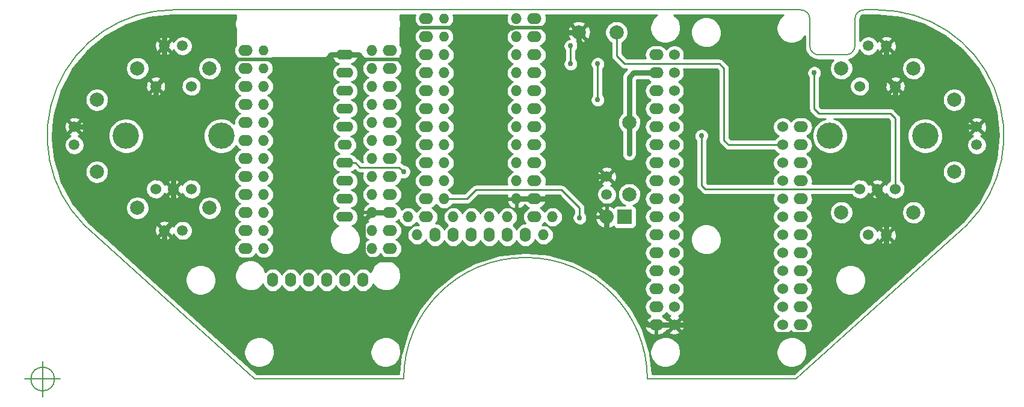
<source format=gbl>
G04 #@! TF.FileFunction,Copper,L2,Bot,Signal*
%FSLAX46Y46*%
G04 Gerber Fmt 4.6, Leading zero omitted, Abs format (unit mm)*
G04 Created by KiCad (PCBNEW 4.0.1-3.201512221402+6198~38~ubuntu15.04.1-stable) date Fri Feb  5 12:20:29 2016*
%MOMM*%
G01*
G04 APERTURE LIST*
%ADD10C,0.101600*%
%ADD11C,0.152400*%
%ADD12O,2.032000X1.524000*%
%ADD13O,1.524000X2.032000*%
%ADD14O,1.524000X1.524000*%
%ADD15O,1.397000X1.397000*%
%ADD16R,2.032000X2.032000*%
%ADD17O,2.032000X2.032000*%
%ADD18C,1.501140*%
%ADD19C,1.998980*%
%ADD20C,1.524000*%
%ADD21C,3.700000*%
%ADD22O,2.413000X1.397000*%
%ADD23O,2.032000X1.397000*%
%ADD24C,2.000000*%
%ADD25C,0.762000*%
%ADD26C,0.254000*%
%ADD27C,0.762000*%
%ADD28C,0.508000*%
G04 APERTURE END LIST*
D10*
D11*
X1666666Y0D02*
G75*
G03X1666666Y0I-1666666J0D01*
G01*
X-2500000Y0D02*
X2500000Y0D01*
X0Y2500000D02*
X0Y-2500000D01*
X115570000Y52070000D02*
X117475000Y52070000D01*
X115570000Y52070000D02*
G75*
G03X114300000Y50800000I0J-1270000D01*
G01*
X107950000Y50800000D02*
G75*
G03X106680000Y52070000I-1270000J0D01*
G01*
X113030000Y45720000D02*
G75*
G03X114300000Y46990000I0J1270000D01*
G01*
X107950000Y46990000D02*
G75*
G03X109220000Y45720000I1270000J0D01*
G01*
X109220000Y45720000D02*
X113030000Y45720000D01*
X114300000Y46990000D02*
X114300000Y50800000D01*
X107950000Y50800000D02*
X107950000Y46990000D01*
X85090000Y0D02*
X106045000Y0D01*
X50800000Y0D02*
X29845000Y0D01*
X85090000Y0D02*
G75*
G03X67945000Y17145000I-17145000J0D01*
G01*
X67945000Y17145000D02*
G75*
G03X50800000Y0I0J-17145000D01*
G01*
X29845000Y0D02*
X5842000Y21717000D01*
X5842641Y21717641D02*
G75*
G02X18415000Y52070000I12572359J12572359D01*
G01*
X18415000Y52070000D02*
X106680000Y52070000D01*
X106045000Y0D02*
X130048000Y21717000D01*
X130047359Y21717641D02*
G75*
G03X117475000Y52070000I-12572359J12572359D01*
G01*
D12*
X69215000Y50800000D03*
X69215000Y48260000D03*
X69215000Y45720000D03*
X69215000Y43180000D03*
X69215000Y40640000D03*
X69215000Y38100000D03*
X69215000Y35560000D03*
X69215000Y33020000D03*
X69215000Y30480000D03*
X69215000Y27940000D03*
X69215000Y25400000D03*
X69215000Y22860000D03*
D13*
X67945000Y20320000D03*
X65405000Y20320000D03*
X62865000Y20320000D03*
X60325000Y20320000D03*
X57785000Y20320000D03*
X55245000Y20320000D03*
D12*
X53975000Y22860001D03*
X53975000Y25400000D03*
X53975000Y27940000D03*
X53975000Y30480000D03*
X53975000Y33020000D03*
X53975000Y35560000D03*
X53975000Y38100000D03*
X53975000Y40640000D03*
X53975000Y43180000D03*
X53975000Y45720000D03*
X53975000Y48260000D03*
X53975000Y50800000D03*
D14*
X66675000Y50800000D03*
X66675000Y48260000D03*
X66675000Y45720000D03*
X66675000Y43180000D03*
X66675000Y40640000D03*
X66675000Y38100000D03*
X66675000Y35560000D03*
X66675000Y33020000D03*
X66675000Y30480000D03*
X66675000Y27940000D03*
X66675000Y25400000D03*
X71755000Y22860000D03*
X70485000Y20320000D03*
X65405000Y22860000D03*
X62865000Y22860000D03*
X60325000Y22860000D03*
X57785000Y22860000D03*
X52705000Y20320000D03*
X51435000Y22860000D03*
X56515000Y25400000D03*
X56515000Y27940000D03*
X56515000Y30480000D03*
X56515000Y33020000D03*
X56515000Y35560000D03*
X56515000Y38100000D03*
X56515000Y40640000D03*
X56515000Y43180000D03*
X56515000Y45720000D03*
D15*
X56515000Y48260000D03*
X56515000Y50800000D03*
D12*
X48895000Y46355000D03*
X48895000Y43815000D03*
X48895000Y41275000D03*
X48895000Y38735000D03*
X48895000Y36195000D03*
X48895000Y33655000D03*
X48895000Y31115000D03*
X48895000Y28575000D03*
X48895000Y26035000D03*
X48895000Y23495000D03*
X48895000Y20955000D03*
X48895000Y18415000D03*
D13*
X45085000Y13970000D03*
X42545000Y13970000D03*
X40005000Y13970000D03*
X37465000Y13970000D03*
X34925000Y13970000D03*
X32385000Y13970000D03*
D12*
X28575000Y18415000D03*
X28575000Y20955000D03*
X28575000Y23495000D03*
X28575000Y26035000D03*
X28575000Y28575000D03*
X28575000Y31115000D03*
X28575000Y33655000D03*
X28575000Y36195000D03*
X28575000Y38735000D03*
X28575000Y41275000D03*
X28575000Y43815000D03*
X28575000Y46355000D03*
D14*
X46355000Y46355000D03*
X46355000Y43815000D03*
X46355000Y41275000D03*
X46355000Y38735000D03*
X46355000Y36195000D03*
X46355000Y33655000D03*
X46355000Y31115000D03*
X46355000Y28575000D03*
X46355000Y26035000D03*
X46355000Y23495000D03*
X46355000Y20955000D03*
X46355000Y18415000D03*
X31115000Y18415000D03*
X31115000Y20955000D03*
X31115000Y23495000D03*
X31115000Y26035000D03*
X31115000Y28575000D03*
X31115000Y31115000D03*
X31115000Y33655000D03*
X31115000Y36195000D03*
X31115000Y38735000D03*
X31115000Y41275000D03*
D15*
X31115000Y43815000D03*
X31115000Y46355000D03*
D16*
X81915000Y22860000D03*
D17*
X79375000Y22860000D03*
D18*
X116205000Y20320000D03*
X118745000Y20320000D03*
X131445000Y33020000D03*
X131445000Y35560000D03*
X116205000Y46990000D03*
X118745000Y46990000D03*
X79375000Y26035000D03*
X79375000Y28575000D03*
X4445000Y33020000D03*
X4445000Y35560000D03*
X19685000Y20955000D03*
X17145000Y20955000D03*
X19685000Y46990000D03*
X17145000Y46990000D03*
D19*
X122555000Y23495000D03*
X112395000Y23495000D03*
X128270000Y39370000D03*
X128270000Y29210000D03*
X122555000Y43815000D03*
X112395000Y43815000D03*
X82550000Y36195000D03*
X82550000Y26035000D03*
X7620000Y39370000D03*
X7620000Y29210000D03*
X13335000Y24130000D03*
X23495000Y24130000D03*
X13335000Y43815000D03*
X23495000Y43815000D03*
D20*
X117475000Y26790000D03*
X114975000Y26790000D03*
X119975000Y26790000D03*
X114975000Y41290000D03*
X119975000Y41290000D03*
D21*
X124175000Y34290000D03*
X110775000Y34290000D03*
D20*
X18415000Y26790000D03*
X15915000Y26790000D03*
X20915000Y26790000D03*
X15915000Y41290000D03*
X20915000Y41290000D03*
D21*
X25115000Y34290000D03*
X11715000Y34290000D03*
D22*
X42545000Y45720000D03*
X42545000Y43180000D03*
X42545000Y40640000D03*
X42545000Y38100000D03*
X42545000Y35560000D03*
D23*
X42545000Y33020000D03*
D22*
X42545000Y30480000D03*
X42545000Y27940000D03*
X42545000Y25400000D03*
X42545000Y22860000D03*
D24*
X75455000Y48895000D03*
X80755000Y48895000D03*
D12*
X106680000Y7620000D03*
X106680000Y10160000D03*
X106680000Y12700000D03*
X106680000Y15240000D03*
X106680000Y17780000D03*
X106680000Y20320000D03*
X106680000Y22860000D03*
X106680000Y25400000D03*
X106680000Y27940000D03*
X106680000Y30480000D03*
X106680000Y33020000D03*
X106680000Y35560000D03*
X86360000Y45720000D03*
X86360000Y43180000D03*
X86360000Y40640000D03*
X86360000Y38100000D03*
X86360000Y35560000D03*
X86360000Y33020000D03*
X86360000Y30480000D03*
X86360000Y27940000D03*
X86360000Y25400000D03*
X86360000Y22860000D03*
X86360000Y20320000D03*
X86360000Y17780000D03*
X86360000Y15240000D03*
X86360000Y12700000D03*
X86360000Y10160000D03*
X86360000Y7620000D03*
D20*
X104140000Y7620000D03*
X104140000Y10160000D03*
X104140000Y12700000D03*
X104140000Y15240000D03*
X104140000Y17780000D03*
X104140000Y20320000D03*
X104140000Y22860000D03*
X104140000Y25400000D03*
X104140000Y27940000D03*
X104140000Y30480000D03*
X104140000Y33020000D03*
X104140000Y35560000D03*
X88900000Y45720000D03*
X88900000Y43180000D03*
X88900000Y40640000D03*
X88900000Y38100000D03*
X88900000Y35560000D03*
X88900000Y33020000D03*
X88900000Y30480000D03*
X88900000Y27940000D03*
X88900000Y25400000D03*
X88900000Y22860000D03*
X88900000Y20320000D03*
X88900000Y17780000D03*
X88900000Y15240000D03*
X88900000Y12700000D03*
X88900000Y10160000D03*
X88900000Y7620000D03*
D25*
X50800000Y29210000D03*
X75565000Y22733000D03*
X74295000Y44450038D03*
X74295000Y46990000D03*
X78105000Y44450000D03*
X78104996Y39370000D03*
X108585000Y43180000D03*
X92710006Y34290000D03*
X82550000Y31750000D03*
D26*
X50800000Y29210000D02*
X50165000Y29845000D01*
X50165000Y29845000D02*
X50800000Y29210000D01*
X44640500Y29845000D02*
X50165000Y29845000D01*
X42545000Y30480000D02*
X44005500Y30480000D01*
X44005500Y30480000D02*
X44640500Y29845000D01*
X75565000Y22733000D02*
X75565000Y24130000D01*
X75565000Y24130000D02*
X73025000Y26670000D01*
X73025000Y26670000D02*
X60960000Y26670000D01*
X60960000Y26670000D02*
X59690000Y25400000D01*
X59690000Y25400000D02*
X56515000Y25400000D01*
D27*
X88900000Y7620000D02*
X91440000Y7620000D01*
X118110000Y18415000D02*
X118745000Y19050000D01*
X91440000Y7620000D02*
X92773501Y6286499D01*
X92773501Y6286499D02*
X108521499Y6286499D01*
X111760000Y18415000D02*
X118110000Y18415000D01*
X108521499Y6286499D02*
X110490000Y8255000D01*
X110490000Y8255000D02*
X110490000Y17145000D01*
X110490000Y17145000D02*
X111760000Y18415000D01*
X118745000Y19050000D02*
X118745000Y20320000D01*
X75455000Y48895000D02*
X75455000Y47625000D01*
X75980000Y28575000D02*
X75980000Y47100000D01*
X75980000Y47100000D02*
X75455000Y47625000D01*
X71120000Y49530000D02*
X71755000Y48895000D01*
X71755000Y48895000D02*
X75455000Y48895000D01*
X70485000Y49530000D02*
X71120000Y49530000D01*
X71120000Y25400000D02*
X71755000Y25400000D01*
X71755000Y25400000D02*
X73914000Y23241000D01*
X79375000Y28575000D02*
X75980000Y28575000D01*
X75980000Y28575000D02*
X75980000Y26255000D01*
X75980000Y26255000D02*
X79375000Y22860000D01*
X86360000Y7620000D02*
X85217000Y7620000D01*
X85217000Y7620000D02*
X83947000Y8890000D01*
X83947000Y8890000D02*
X83947000Y13843000D01*
X83947000Y13843000D02*
X79375000Y18415000D01*
X118745000Y20320000D02*
X118745000Y24765000D01*
X117475000Y26035000D02*
X117475000Y26790000D01*
X118745000Y24765000D02*
X117475000Y26035000D01*
X120650000Y24765000D02*
X118745000Y24765000D01*
X120650000Y24765000D02*
X123190000Y27305000D01*
X123190000Y27305000D02*
X123190000Y30480000D01*
X123190000Y30480000D02*
X121285000Y32385000D01*
X66040000Y49530000D02*
X57785000Y49530000D01*
X46355000Y23495000D02*
X45021499Y22161499D01*
X45021499Y17716501D02*
X45847000Y16891000D01*
X45021499Y22161499D02*
X45021499Y17716501D01*
X45847000Y16891000D02*
X50800000Y16891000D01*
D28*
X32385000Y45085000D02*
X27305000Y45085000D01*
D27*
X42545000Y45720000D02*
X40576500Y45720000D01*
X40576500Y45720000D02*
X39941500Y45085000D01*
X39941500Y45085000D02*
X32385000Y45085000D01*
D28*
X66040000Y49530000D02*
X70485000Y49530000D01*
X57785000Y49530000D02*
X52070000Y49530000D01*
D27*
X51435000Y48895000D02*
X52070000Y49530000D01*
X51435000Y48895000D02*
X51435000Y45720000D01*
X51435000Y45720000D02*
X50800000Y45085000D01*
X44450000Y45720000D02*
X45085000Y45085000D01*
X42545000Y45720000D02*
X44450000Y45720000D01*
X22860000Y49530000D02*
X27305000Y45085000D01*
D28*
X45085000Y45085000D02*
X50800000Y45085000D01*
D27*
X73914000Y18415000D02*
X52324000Y18415000D01*
X52324000Y18415000D02*
X50800000Y16891000D01*
X48895000Y23495000D02*
X46355000Y23495000D01*
X69215000Y25400000D02*
X66675000Y25400000D01*
X69215000Y25400000D02*
X71120000Y25400000D01*
X73914000Y23241000D02*
X73914000Y18415000D01*
X50800000Y16891000D02*
X50800000Y13335000D01*
X17145000Y19050000D02*
X19113510Y17081490D01*
X19113510Y17081490D02*
X25463510Y17081490D01*
X17145000Y20955000D02*
X17145000Y19050000D01*
X50800000Y13335000D02*
X49530000Y12065000D01*
X49530000Y12065000D02*
X27940000Y12065000D01*
X27940000Y12065000D02*
X26670000Y13335000D01*
X26670000Y13335000D02*
X26670000Y15875000D01*
X26670000Y15875000D02*
X25463510Y17081490D01*
X79375000Y18415000D02*
X73914000Y18415000D01*
X79375000Y22860000D02*
X79375000Y18415000D01*
X86360000Y7620000D02*
X88900000Y7620000D01*
X118745000Y46990000D02*
X118745000Y42520000D01*
X118745000Y42520000D02*
X119975000Y41290000D01*
X119975000Y41290000D02*
X119975000Y39410000D01*
X119975000Y39410000D02*
X121285000Y38100000D01*
X121285000Y32385000D02*
X121285000Y38100000D01*
X17145000Y46990000D02*
X17145000Y48260000D01*
X18415000Y49530000D02*
X22860000Y49530000D01*
X17145000Y48260000D02*
X18415000Y49530000D01*
X128270000Y35560000D02*
X125730000Y38100000D01*
X125730000Y38100000D02*
X121285000Y38100000D01*
X131445000Y35560000D02*
X128270000Y35560000D01*
X17145000Y46990000D02*
X17145000Y42520000D01*
X17145000Y42520000D02*
X15915000Y41290000D01*
X4445000Y35560000D02*
X7620000Y35560000D01*
X7620000Y35560000D02*
X10160000Y38100000D01*
X10160000Y38100000D02*
X14605000Y38100000D01*
X14605000Y38100000D02*
X15915000Y39410000D01*
X15915000Y39410000D02*
X15915000Y41290000D01*
X14605000Y32385000D02*
X14605000Y38100000D01*
X18415000Y28575000D02*
X14605000Y32385000D01*
X18415000Y26790000D02*
X18415000Y28575000D01*
X17145000Y20955000D02*
X18415000Y22225000D01*
X18415000Y22225000D02*
X18415000Y26790000D01*
D26*
X74295000Y46990000D02*
X74295000Y44450038D01*
X78104996Y44449996D02*
X78105000Y44450000D01*
X78104996Y39370000D02*
X78104996Y44449996D01*
X119975000Y26790000D02*
X119975000Y36790000D01*
X119975000Y36790000D02*
X119300000Y37465000D01*
X119300000Y37465000D02*
X109220000Y37465000D01*
X109220000Y37465000D02*
X108585000Y38100000D01*
X108585000Y38100000D02*
X108585000Y43180000D01*
X114975000Y26790000D02*
X100330000Y26790000D01*
X92710006Y27304994D02*
X93225000Y26790000D01*
X93225000Y26790000D02*
X100330000Y26790000D01*
X92710006Y34290000D02*
X92710006Y27304994D01*
D27*
X82550000Y42545000D02*
X83185000Y43180000D01*
X83185000Y43180000D02*
X86360000Y43180000D01*
X82550000Y36195000D02*
X82550000Y42545000D01*
X82550000Y31750000D02*
X82550000Y36195000D01*
X86360000Y43180000D02*
X86106000Y43180000D01*
D26*
X80755000Y48895000D02*
X80755000Y45610000D01*
X80755000Y45610000D02*
X81915000Y44450000D01*
X81915000Y44450000D02*
X95250000Y44450000D01*
X95885000Y33655000D02*
X96520000Y33020000D01*
X95250000Y44450000D02*
X95885000Y43815000D01*
X95885000Y43815000D02*
X95885000Y33655000D01*
X96520000Y33020000D02*
X104140000Y33020000D01*
G36*
X27178000Y50904727D02*
X27142104Y50820975D01*
X27054074Y50406826D01*
X27048163Y49983465D01*
X27124595Y49567020D01*
X27178000Y49432134D01*
X27178000Y47164179D01*
X27154847Y47136192D01*
X27025169Y46896359D01*
X26944545Y46635906D01*
X26916046Y46364753D01*
X26940757Y46093228D01*
X27017736Y45831675D01*
X27144052Y45590054D01*
X27178000Y45547831D01*
X27178000Y45339000D01*
X27186685Y45292841D01*
X27213965Y45250447D01*
X27255590Y45222006D01*
X27305000Y45212000D01*
X27512212Y45212000D01*
X27523753Y45202316D01*
X27738576Y45084216D01*
X27539924Y44978591D01*
X27328638Y44806270D01*
X27154847Y44596192D01*
X27025169Y44356359D01*
X26944545Y44095906D01*
X26916046Y43824753D01*
X26940757Y43553228D01*
X27017736Y43291675D01*
X27144052Y43050054D01*
X27314894Y42837570D01*
X27523753Y42662316D01*
X27738576Y42544216D01*
X27539924Y42438591D01*
X27328638Y42266270D01*
X27154847Y42056192D01*
X27025169Y41816359D01*
X26944545Y41555906D01*
X26916046Y41284753D01*
X26940757Y41013228D01*
X27017736Y40751675D01*
X27144052Y40510054D01*
X27314894Y40297570D01*
X27523753Y40122316D01*
X27738576Y40004216D01*
X27539924Y39898591D01*
X27328638Y39726270D01*
X27154847Y39516192D01*
X27025169Y39276359D01*
X26944545Y39015906D01*
X26916046Y38744753D01*
X26940757Y38473228D01*
X27017736Y38211675D01*
X27144052Y37970054D01*
X27314894Y37757570D01*
X27523753Y37582316D01*
X27738576Y37464216D01*
X27539924Y37358591D01*
X27328638Y37186270D01*
X27154847Y36976192D01*
X27025169Y36736359D01*
X26944545Y36475906D01*
X26916046Y36204753D01*
X26936246Y35982799D01*
X26706663Y36213990D01*
X26302645Y36486504D01*
X25853390Y36675353D01*
X25376010Y36773345D01*
X24888688Y36776747D01*
X24409987Y36685430D01*
X23958139Y36502872D01*
X23550355Y36236026D01*
X23202169Y35895056D01*
X22926841Y35492950D01*
X22734860Y35045025D01*
X22633538Y34568341D01*
X22626733Y34081054D01*
X22714706Y33601727D01*
X22894106Y33148616D01*
X23158099Y32738979D01*
X23496629Y32388421D01*
X23896803Y32110293D01*
X24343377Y31915189D01*
X24819342Y31810541D01*
X25306569Y31800335D01*
X25786499Y31884960D01*
X26240852Y32061192D01*
X26652321Y32322318D01*
X27005235Y32658393D01*
X27157157Y32873755D01*
X27314894Y32677570D01*
X27523753Y32502316D01*
X27738576Y32384216D01*
X27539924Y32278591D01*
X27328638Y32106270D01*
X27154847Y31896192D01*
X27025169Y31656359D01*
X26944545Y31395906D01*
X26916046Y31124753D01*
X26940757Y30853228D01*
X27017736Y30591675D01*
X27144052Y30350054D01*
X27314894Y30137570D01*
X27523753Y29962316D01*
X27738576Y29844216D01*
X27539924Y29738591D01*
X27328638Y29566270D01*
X27154847Y29356192D01*
X27025169Y29116359D01*
X26944545Y28855906D01*
X26916046Y28584753D01*
X26940757Y28313228D01*
X27017736Y28051675D01*
X27144052Y27810054D01*
X27314894Y27597570D01*
X27523753Y27422316D01*
X27738576Y27304216D01*
X27539924Y27198591D01*
X27328638Y27026270D01*
X27154847Y26816192D01*
X27025169Y26576359D01*
X26944545Y26315906D01*
X26916046Y26044753D01*
X26940757Y25773228D01*
X27017736Y25511675D01*
X27144052Y25270054D01*
X27314894Y25057570D01*
X27523753Y24882316D01*
X27738576Y24764216D01*
X27539924Y24658591D01*
X27328638Y24486270D01*
X27154847Y24276192D01*
X27025169Y24036359D01*
X26944545Y23775906D01*
X26916046Y23504753D01*
X26940757Y23233228D01*
X27017736Y22971675D01*
X27144052Y22730054D01*
X27314894Y22517570D01*
X27523753Y22342316D01*
X27738576Y22224216D01*
X27539924Y22118591D01*
X27328638Y21946270D01*
X27154847Y21736192D01*
X27025169Y21496359D01*
X26944545Y21235906D01*
X26916046Y20964753D01*
X26940757Y20693228D01*
X27017736Y20431675D01*
X27144052Y20190054D01*
X27314894Y19977570D01*
X27523753Y19802316D01*
X27738576Y19684216D01*
X27539924Y19578591D01*
X27328638Y19406270D01*
X27154847Y19196192D01*
X27025169Y18956359D01*
X26944545Y18695906D01*
X26916046Y18424753D01*
X26940757Y18153228D01*
X27017736Y17891675D01*
X27144052Y17650054D01*
X27314894Y17437570D01*
X27523753Y17262316D01*
X27762675Y17130968D01*
X28022559Y17048528D01*
X28293507Y17018136D01*
X28313012Y17018000D01*
X28836988Y17018000D01*
X29108333Y17044606D01*
X29369343Y17123409D01*
X29610076Y17251409D01*
X29821362Y17423730D01*
X29973678Y17607849D01*
X30123730Y17423867D01*
X30333808Y17250076D01*
X30573641Y17120398D01*
X30834094Y17039774D01*
X31105247Y17011275D01*
X31376772Y17035986D01*
X31638325Y17112965D01*
X31879946Y17239281D01*
X32092430Y17410123D01*
X32267684Y17618982D01*
X32399032Y17857904D01*
X32481472Y18117788D01*
X32511864Y18388736D01*
X32512000Y18408241D01*
X32512000Y18421759D01*
X32485394Y18693104D01*
X32406591Y18954114D01*
X32278591Y19194847D01*
X32106270Y19406133D01*
X31896192Y19579924D01*
X31700750Y19685600D01*
X31879946Y19779281D01*
X32092430Y19950123D01*
X32267684Y20158982D01*
X32399032Y20397904D01*
X32481472Y20657788D01*
X32511864Y20928736D01*
X32512000Y20948241D01*
X32512000Y20961759D01*
X32485394Y21233104D01*
X32406591Y21494114D01*
X32278591Y21734847D01*
X32106270Y21946133D01*
X31896192Y22119924D01*
X31700750Y22225600D01*
X31879946Y22319281D01*
X32092430Y22490123D01*
X32267684Y22698982D01*
X32399032Y22937904D01*
X32481472Y23197788D01*
X32511864Y23468736D01*
X32512000Y23488241D01*
X32512000Y23501759D01*
X32485394Y23773104D01*
X32406591Y24034114D01*
X32278591Y24274847D01*
X32106270Y24486133D01*
X31896192Y24659924D01*
X31700750Y24765600D01*
X31879946Y24859281D01*
X32092430Y25030123D01*
X32267684Y25238982D01*
X32399032Y25477904D01*
X32481472Y25737788D01*
X32511864Y26008736D01*
X32512000Y26028241D01*
X32512000Y26041759D01*
X32485394Y26313104D01*
X32406591Y26574114D01*
X32278591Y26814847D01*
X32106270Y27026133D01*
X31896192Y27199924D01*
X31700750Y27305600D01*
X31879946Y27399281D01*
X32092430Y27570123D01*
X32267684Y27778982D01*
X32399032Y28017904D01*
X32481472Y28277788D01*
X32511864Y28548736D01*
X32512000Y28568241D01*
X32512000Y28581759D01*
X32485394Y28853104D01*
X32406591Y29114114D01*
X32278591Y29354847D01*
X32106270Y29566133D01*
X31896192Y29739924D01*
X31700750Y29845600D01*
X31879946Y29939281D01*
X32092430Y30110123D01*
X32267684Y30318982D01*
X32399032Y30557904D01*
X32481472Y30817788D01*
X32511864Y31088736D01*
X32512000Y31108241D01*
X32512000Y31121759D01*
X32485394Y31393104D01*
X32406591Y31654114D01*
X32278591Y31894847D01*
X32106270Y32106133D01*
X31896192Y32279924D01*
X31700750Y32385600D01*
X31879946Y32479281D01*
X32092430Y32650123D01*
X32267684Y32858982D01*
X32399032Y33097904D01*
X32481472Y33357788D01*
X32511864Y33628736D01*
X32512000Y33648241D01*
X32512000Y33661759D01*
X32485394Y33933104D01*
X32406591Y34194114D01*
X32278591Y34434847D01*
X32106270Y34646133D01*
X31896192Y34819924D01*
X31700750Y34925600D01*
X31879946Y35019281D01*
X32092430Y35190123D01*
X32267684Y35398982D01*
X32399032Y35637904D01*
X32481472Y35897788D01*
X32511864Y36168736D01*
X32512000Y36188241D01*
X32512000Y36201759D01*
X32485394Y36473104D01*
X32406591Y36734114D01*
X32278591Y36974847D01*
X32106270Y37186133D01*
X31896192Y37359924D01*
X31700750Y37465600D01*
X31879946Y37559281D01*
X32092430Y37730123D01*
X32267684Y37938982D01*
X32399032Y38177904D01*
X32481472Y38437788D01*
X32511864Y38708736D01*
X32512000Y38728241D01*
X32512000Y38741759D01*
X32485394Y39013104D01*
X32406591Y39274114D01*
X32278591Y39514847D01*
X32106270Y39726133D01*
X31896192Y39899924D01*
X31700750Y40005600D01*
X31879946Y40099281D01*
X32092430Y40270123D01*
X32267684Y40478982D01*
X32399032Y40717904D01*
X32481472Y40977788D01*
X32511864Y41248736D01*
X32512000Y41268241D01*
X32512000Y41281759D01*
X32485394Y41553104D01*
X32406591Y41814114D01*
X32278591Y42054847D01*
X32106270Y42266133D01*
X31896192Y42439924D01*
X31656359Y42569602D01*
X31627033Y42578680D01*
X31845176Y42692723D01*
X32048001Y42855799D01*
X32215289Y43055165D01*
X32340667Y43283226D01*
X32419360Y43531298D01*
X32448370Y43789929D01*
X32448500Y43808548D01*
X32448500Y43821452D01*
X32423104Y44080464D01*
X32347882Y44329609D01*
X32225700Y44559400D01*
X32061213Y44761082D01*
X31860684Y44926974D01*
X31631752Y45050757D01*
X31521699Y45084824D01*
X31614538Y45112148D01*
X31805537Y45212000D01*
X40804484Y45212000D01*
X40857677Y45084743D01*
X41004270Y44866875D01*
X41190550Y44681792D01*
X41409359Y44536607D01*
X41629906Y44446085D01*
X41519933Y44412882D01*
X41290142Y44290700D01*
X41088460Y44126213D01*
X40922568Y43925684D01*
X40798785Y43696752D01*
X40721826Y43448137D01*
X40694622Y43189310D01*
X40718210Y42930127D01*
X40791690Y42680462D01*
X40912265Y42449824D01*
X41075341Y42246999D01*
X41274707Y42079711D01*
X41502768Y41954333D01*
X41642694Y41909946D01*
X41519933Y41872882D01*
X41290142Y41750700D01*
X41088460Y41586213D01*
X40922568Y41385684D01*
X40798785Y41156752D01*
X40721826Y40908137D01*
X40694622Y40649310D01*
X40718210Y40390127D01*
X40791690Y40140462D01*
X40912265Y39909824D01*
X41075341Y39706999D01*
X41274707Y39539711D01*
X41502768Y39414333D01*
X41642694Y39369946D01*
X41519933Y39332882D01*
X41290142Y39210700D01*
X41088460Y39046213D01*
X40922568Y38845684D01*
X40798785Y38616752D01*
X40721826Y38368137D01*
X40694622Y38109310D01*
X40718210Y37850127D01*
X40791690Y37600462D01*
X40912265Y37369824D01*
X41075341Y37166999D01*
X41274707Y36999711D01*
X41502768Y36874333D01*
X41642694Y36829946D01*
X41519933Y36792882D01*
X41290142Y36670700D01*
X41088460Y36506213D01*
X40922568Y36305684D01*
X40798785Y36076752D01*
X40721826Y35828137D01*
X40694622Y35569310D01*
X40718210Y35310127D01*
X40791690Y35060462D01*
X40912265Y34829824D01*
X41075341Y34626999D01*
X41274707Y34459711D01*
X41502768Y34334333D01*
X41736040Y34260335D01*
X41711355Y34252882D01*
X41481564Y34130700D01*
X41279882Y33966213D01*
X41113990Y33765684D01*
X40990207Y33536752D01*
X40913248Y33288137D01*
X40886044Y33029310D01*
X40909632Y32770127D01*
X40983112Y32520462D01*
X41103687Y32289824D01*
X41266763Y32086999D01*
X41466129Y31919711D01*
X41694190Y31794333D01*
X41740770Y31779557D01*
X41519933Y31712882D01*
X41290142Y31590700D01*
X41088460Y31426213D01*
X40922568Y31225684D01*
X40798785Y30996752D01*
X40721826Y30748137D01*
X40694622Y30489310D01*
X40718210Y30230127D01*
X40791690Y29980462D01*
X40912265Y29749824D01*
X41075341Y29546999D01*
X41274707Y29379711D01*
X41502768Y29254333D01*
X41642694Y29209946D01*
X41519933Y29172882D01*
X41290142Y29050700D01*
X41088460Y28886213D01*
X40922568Y28685684D01*
X40798785Y28456752D01*
X40721826Y28208137D01*
X40694622Y27949310D01*
X40718210Y27690127D01*
X40791690Y27440462D01*
X40912265Y27209824D01*
X41075341Y27006999D01*
X41274707Y26839711D01*
X41502768Y26714333D01*
X41642694Y26669946D01*
X41519933Y26632882D01*
X41290142Y26510700D01*
X41088460Y26346213D01*
X40922568Y26145684D01*
X40798785Y25916752D01*
X40721826Y25668137D01*
X40694622Y25409310D01*
X40718210Y25150127D01*
X40791690Y24900462D01*
X40912265Y24669824D01*
X41075341Y24466999D01*
X41274707Y24299711D01*
X41502768Y24174333D01*
X41642694Y24129946D01*
X41519933Y24092882D01*
X41290142Y23970700D01*
X41088460Y23806213D01*
X40922568Y23605684D01*
X40798785Y23376752D01*
X40721826Y23128137D01*
X40694622Y22869310D01*
X40718210Y22610127D01*
X40791690Y22360462D01*
X40912265Y22129824D01*
X41075341Y21926999D01*
X41274707Y21759711D01*
X41502768Y21634333D01*
X41560676Y21615963D01*
X41539904Y21607571D01*
X41185617Y21375732D01*
X40883108Y21079493D01*
X40643900Y20730139D01*
X40477104Y20340975D01*
X40389074Y19926826D01*
X40383163Y19503465D01*
X40459595Y19087020D01*
X40615459Y18693351D01*
X40844819Y18337453D01*
X41138939Y18032884D01*
X41486615Y17791243D01*
X41874604Y17621734D01*
X42288129Y17530815D01*
X42711438Y17521948D01*
X43128407Y17595471D01*
X43523154Y17748583D01*
X43880644Y17975453D01*
X44187260Y18267439D01*
X44431322Y18613420D01*
X44603535Y19000216D01*
X44697339Y19413096D01*
X44704092Y19896701D01*
X44621853Y20312039D01*
X44460507Y20703493D01*
X44226200Y21056153D01*
X43927857Y21356587D01*
X43576841Y21593350D01*
X43527258Y21614193D01*
X43570067Y21627118D01*
X43799858Y21749300D01*
X44001540Y21913787D01*
X44167432Y22114316D01*
X44291215Y22343248D01*
X44368174Y22591863D01*
X44395378Y22850690D01*
X44371790Y23109873D01*
X44298310Y23359538D01*
X44177735Y23590176D01*
X44014659Y23793001D01*
X43815293Y23960289D01*
X43587232Y24085667D01*
X43447306Y24130054D01*
X43570067Y24167118D01*
X43799858Y24289300D01*
X44001540Y24453787D01*
X44167432Y24654316D01*
X44291215Y24883248D01*
X44368174Y25131863D01*
X44395378Y25390690D01*
X44371790Y25649873D01*
X44298310Y25899538D01*
X44177735Y26130176D01*
X44014659Y26333001D01*
X43815293Y26500289D01*
X43587232Y26625667D01*
X43447306Y26670054D01*
X43570067Y26707118D01*
X43799858Y26829300D01*
X44001540Y26993787D01*
X44167432Y27194316D01*
X44291215Y27423248D01*
X44368174Y27671863D01*
X44395378Y27930690D01*
X44371790Y28189873D01*
X44298310Y28439538D01*
X44177735Y28670176D01*
X44014659Y28873001D01*
X43815293Y29040289D01*
X43587232Y29165667D01*
X43447306Y29210054D01*
X43570067Y29247118D01*
X43799858Y29369300D01*
X43931338Y29476532D01*
X44101685Y29306184D01*
X44156129Y29261463D01*
X44209995Y29216264D01*
X44213503Y29214336D01*
X44216603Y29211789D01*
X44278685Y29178501D01*
X44340316Y29144619D01*
X44344134Y29143408D01*
X44347668Y29141513D01*
X44415037Y29120916D01*
X44482071Y29099652D01*
X44486049Y29099206D01*
X44489885Y29098033D01*
X44559967Y29090914D01*
X44629861Y29083074D01*
X44637687Y29083020D01*
X44637840Y29083004D01*
X44637983Y29083018D01*
X44640500Y29083000D01*
X45055394Y29083000D01*
X44988528Y28872212D01*
X44958136Y28601264D01*
X44958000Y28581759D01*
X44958000Y28568241D01*
X44984606Y28296896D01*
X45063409Y28035886D01*
X45191409Y27795153D01*
X45363730Y27583867D01*
X45573808Y27410076D01*
X45769250Y27304400D01*
X45590054Y27210719D01*
X45377570Y27039877D01*
X45202316Y26831018D01*
X45070968Y26592096D01*
X44988528Y26332212D01*
X44958136Y26061264D01*
X44958000Y26041759D01*
X44958000Y26028241D01*
X44984606Y25756896D01*
X45063409Y25495886D01*
X45191409Y25255153D01*
X45363730Y25043867D01*
X45573808Y24870076D01*
X45777689Y24759837D01*
X45640006Y24695169D01*
X45419603Y24532620D01*
X45235147Y24330196D01*
X45093726Y24095675D01*
X45000775Y23838071D01*
X45122530Y23622000D01*
X46228000Y23622000D01*
X46228000Y23642000D01*
X46482000Y23642000D01*
X46482000Y23622000D01*
X48768000Y23622000D01*
X48768000Y23642000D01*
X49022000Y23642000D01*
X49022000Y23622000D01*
X49042000Y23622000D01*
X49042000Y23368000D01*
X49022000Y23368000D01*
X49022000Y23348000D01*
X48768000Y23348000D01*
X48768000Y23368000D01*
X46482000Y23368000D01*
X46482000Y23348000D01*
X46228000Y23348000D01*
X46228000Y23368000D01*
X45122530Y23368000D01*
X45000775Y23151929D01*
X45093726Y22894325D01*
X45235147Y22659804D01*
X45419603Y22457380D01*
X45640006Y22294831D01*
X45779050Y22229523D01*
X45590054Y22130719D01*
X45377570Y21959877D01*
X45202316Y21751018D01*
X45070968Y21512096D01*
X44988528Y21252212D01*
X44958136Y20981264D01*
X44958000Y20961759D01*
X44958000Y20948241D01*
X44984606Y20676896D01*
X45063409Y20415886D01*
X45191409Y20175153D01*
X45363730Y19963867D01*
X45573808Y19790076D01*
X45769250Y19684400D01*
X45590054Y19590719D01*
X45377570Y19419877D01*
X45202316Y19211018D01*
X45070968Y18972096D01*
X44988528Y18712212D01*
X44958136Y18441264D01*
X44958000Y18421759D01*
X44958000Y18408241D01*
X44984606Y18136896D01*
X45063409Y17875886D01*
X45191409Y17635153D01*
X45363730Y17423867D01*
X45573808Y17250076D01*
X45813641Y17120398D01*
X46074094Y17039774D01*
X46345247Y17011275D01*
X46616772Y17035986D01*
X46878325Y17112965D01*
X47119946Y17239281D01*
X47332430Y17410123D01*
X47498160Y17607632D01*
X47634894Y17437570D01*
X47843753Y17262316D01*
X48082675Y17130968D01*
X48342559Y17048528D01*
X48613507Y17018136D01*
X48633012Y17018000D01*
X49156988Y17018000D01*
X49428333Y17044606D01*
X49689343Y17123409D01*
X49930076Y17251409D01*
X50141362Y17423730D01*
X50315153Y17633808D01*
X50444831Y17873641D01*
X50525455Y18134094D01*
X50553954Y18405247D01*
X50529243Y18676772D01*
X50452264Y18938325D01*
X50325948Y19179946D01*
X50155106Y19392430D01*
X49946247Y19567684D01*
X49731424Y19685784D01*
X49930076Y19791409D01*
X50141362Y19963730D01*
X50315153Y20173808D01*
X50444831Y20413641D01*
X50525455Y20674094D01*
X50553954Y20945247D01*
X50529243Y21216772D01*
X50452264Y21478325D01*
X50325948Y21719946D01*
X50155106Y21932430D01*
X49946247Y22107684D01*
X49732500Y22225192D01*
X49800942Y22252941D01*
X50030729Y22403994D01*
X50098239Y22470497D01*
X50143409Y22320886D01*
X50271409Y22080153D01*
X50443730Y21868867D01*
X50653808Y21695076D01*
X50893641Y21565398D01*
X51154094Y21484774D01*
X51425247Y21456275D01*
X51696772Y21480986D01*
X51958325Y21557965D01*
X52199946Y21684281D01*
X52412430Y21855123D01*
X52578161Y22052633D01*
X52714894Y21882571D01*
X52923753Y21707317D01*
X52936254Y21700445D01*
X52714753Y21723725D01*
X52443228Y21699014D01*
X52181675Y21622035D01*
X51940054Y21495719D01*
X51727570Y21324877D01*
X51552316Y21116018D01*
X51420968Y20877096D01*
X51338528Y20617212D01*
X51308136Y20346264D01*
X51308000Y20326759D01*
X51308000Y20313241D01*
X51334606Y20041896D01*
X51413409Y19780886D01*
X51541409Y19540153D01*
X51713730Y19328867D01*
X51923808Y19155076D01*
X52163641Y19025398D01*
X52424094Y18944774D01*
X52695247Y18916275D01*
X52966772Y18940986D01*
X53228325Y19017965D01*
X53469946Y19144281D01*
X53682430Y19315123D01*
X53857684Y19523982D01*
X53919801Y19636973D01*
X53953409Y19525657D01*
X54081409Y19284924D01*
X54253730Y19073638D01*
X54463808Y18899847D01*
X54703641Y18770169D01*
X54964094Y18689545D01*
X55235247Y18661046D01*
X55506772Y18685757D01*
X55768325Y18762736D01*
X56009946Y18889052D01*
X56222430Y19059894D01*
X56397684Y19268753D01*
X56515784Y19483576D01*
X56621409Y19284924D01*
X56793730Y19073638D01*
X57003808Y18899847D01*
X57243641Y18770169D01*
X57504094Y18689545D01*
X57775247Y18661046D01*
X58046772Y18685757D01*
X58308325Y18762736D01*
X58549946Y18889052D01*
X58762430Y19059894D01*
X58937684Y19268753D01*
X59055784Y19483576D01*
X59161409Y19284924D01*
X59333730Y19073638D01*
X59543808Y18899847D01*
X59783641Y18770169D01*
X60044094Y18689545D01*
X60315247Y18661046D01*
X60586772Y18685757D01*
X60848325Y18762736D01*
X61089946Y18889052D01*
X61302430Y19059894D01*
X61477684Y19268753D01*
X61595784Y19483576D01*
X61701409Y19284924D01*
X61873730Y19073638D01*
X62083808Y18899847D01*
X62323641Y18770169D01*
X62584094Y18689545D01*
X62855247Y18661046D01*
X63126772Y18685757D01*
X63388325Y18762736D01*
X63629946Y18889052D01*
X63842430Y19059894D01*
X64017684Y19268753D01*
X64135784Y19483576D01*
X64241409Y19284924D01*
X64413730Y19073638D01*
X64623808Y18899847D01*
X64863641Y18770169D01*
X65124094Y18689545D01*
X65395247Y18661046D01*
X65666772Y18685757D01*
X65928325Y18762736D01*
X66169946Y18889052D01*
X66382430Y19059894D01*
X66557684Y19268753D01*
X66675784Y19483576D01*
X66781409Y19284924D01*
X66953730Y19073638D01*
X67163808Y18899847D01*
X67403641Y18770169D01*
X67664094Y18689545D01*
X67935247Y18661046D01*
X68206772Y18685757D01*
X68468325Y18762736D01*
X68709946Y18889052D01*
X68922430Y19059894D01*
X69097684Y19268753D01*
X69229032Y19507675D01*
X69270003Y19636833D01*
X69321409Y19540153D01*
X69493730Y19328867D01*
X69703808Y19155076D01*
X69943641Y19025398D01*
X70204094Y18944774D01*
X70475247Y18916275D01*
X70746772Y18940986D01*
X71008325Y19017965D01*
X71249946Y19144281D01*
X71462430Y19315123D01*
X71637684Y19523982D01*
X71769032Y19762904D01*
X71851472Y20022788D01*
X71881864Y20293736D01*
X71882000Y20313241D01*
X71882000Y20326759D01*
X71855394Y20598104D01*
X71776591Y20859114D01*
X71648591Y21099847D01*
X71476270Y21311133D01*
X71266192Y21484924D01*
X71026359Y21614602D01*
X70765906Y21695226D01*
X70494753Y21723725D01*
X70257043Y21702091D01*
X70461362Y21868730D01*
X70613678Y22052849D01*
X70763730Y21868867D01*
X70973808Y21695076D01*
X71213641Y21565398D01*
X71474094Y21484774D01*
X71745247Y21456275D01*
X72016772Y21480986D01*
X72278325Y21557965D01*
X72519946Y21684281D01*
X72732430Y21855123D01*
X72907684Y22063982D01*
X73039032Y22302904D01*
X73121472Y22562788D01*
X73151864Y22833736D01*
X73152000Y22853241D01*
X73152000Y22866759D01*
X73125394Y23138104D01*
X73046591Y23399114D01*
X72918591Y23639847D01*
X72746270Y23851133D01*
X72536192Y24024924D01*
X72296359Y24154602D01*
X72035906Y24235226D01*
X71764753Y24263725D01*
X71493228Y24239014D01*
X71231675Y24162035D01*
X70990054Y24035719D01*
X70777570Y23864877D01*
X70611840Y23667368D01*
X70475106Y23837430D01*
X70266247Y24012684D01*
X70052500Y24130192D01*
X70120942Y24157941D01*
X70350729Y24308994D01*
X70546632Y24501974D01*
X70701122Y24729465D01*
X70808262Y24982724D01*
X70823220Y25056930D01*
X70700720Y25273000D01*
X69342000Y25273000D01*
X69342000Y25253000D01*
X69088000Y25253000D01*
X69088000Y25273000D01*
X66802000Y25273000D01*
X66802000Y24168280D01*
X67018070Y24045780D01*
X67142114Y24083404D01*
X67389994Y24199831D01*
X67610397Y24362380D01*
X67794853Y24564804D01*
X67816416Y24600563D01*
X67883368Y24501974D01*
X68079271Y24308994D01*
X68309058Y24157941D01*
X68379152Y24129522D01*
X68179924Y24023591D01*
X67968638Y23851270D01*
X67794847Y23641192D01*
X67665169Y23401359D01*
X67584545Y23140906D01*
X67556046Y22869753D01*
X67580757Y22598228D01*
X67657736Y22336675D01*
X67784052Y22095054D01*
X67882673Y21972394D01*
X67683228Y21954243D01*
X67421675Y21877264D01*
X67180054Y21750948D01*
X66967570Y21580106D01*
X66792316Y21371247D01*
X66674216Y21156424D01*
X66568591Y21355076D01*
X66396270Y21566362D01*
X66212435Y21718443D01*
X66382430Y21855123D01*
X66557684Y22063982D01*
X66689032Y22302904D01*
X66771472Y22562788D01*
X66801864Y22833736D01*
X66802000Y22853241D01*
X66802000Y22866759D01*
X66775394Y23138104D01*
X66696591Y23399114D01*
X66568591Y23639847D01*
X66396270Y23851133D01*
X66186192Y24024924D01*
X65946359Y24154602D01*
X65685906Y24235226D01*
X65414753Y24263725D01*
X65143228Y24239014D01*
X64881675Y24162035D01*
X64640054Y24035719D01*
X64427570Y23864877D01*
X64252316Y23656018D01*
X64134216Y23441195D01*
X64028591Y23639847D01*
X63856270Y23851133D01*
X63646192Y24024924D01*
X63406359Y24154602D01*
X63145906Y24235226D01*
X62874753Y24263725D01*
X62603228Y24239014D01*
X62341675Y24162035D01*
X62100054Y24035719D01*
X61887570Y23864877D01*
X61712316Y23656018D01*
X61594216Y23441195D01*
X61488591Y23639847D01*
X61316270Y23851133D01*
X61106192Y24024924D01*
X60866359Y24154602D01*
X60605906Y24235226D01*
X60334753Y24263725D01*
X60063228Y24239014D01*
X59801675Y24162035D01*
X59560054Y24035719D01*
X59347570Y23864877D01*
X59172316Y23656018D01*
X59054216Y23441195D01*
X58948591Y23639847D01*
X58776270Y23851133D01*
X58566192Y24024924D01*
X58326359Y24154602D01*
X58065906Y24235226D01*
X57794753Y24263725D01*
X57523228Y24239014D01*
X57261675Y24162035D01*
X57020054Y24035719D01*
X56807570Y23864877D01*
X56632316Y23656018D01*
X56500968Y23417096D01*
X56418528Y23157212D01*
X56388136Y22886264D01*
X56388000Y22866759D01*
X56388000Y22853241D01*
X56414606Y22581896D01*
X56493409Y22320886D01*
X56621409Y22080153D01*
X56793730Y21868867D01*
X56977565Y21716786D01*
X56807570Y21580106D01*
X56632316Y21371247D01*
X56514216Y21156424D01*
X56408591Y21355076D01*
X56236270Y21566362D01*
X56026192Y21740153D01*
X55786359Y21869831D01*
X55525906Y21950455D01*
X55307923Y21973366D01*
X55395153Y22078809D01*
X55524831Y22318642D01*
X55605455Y22579095D01*
X55633954Y22850248D01*
X55609243Y23121773D01*
X55532264Y23383326D01*
X55405948Y23624947D01*
X55235106Y23837431D01*
X55026247Y24012685D01*
X54811425Y24130784D01*
X55010076Y24236409D01*
X55221362Y24408730D01*
X55373678Y24592849D01*
X55523730Y24408867D01*
X55733808Y24235076D01*
X55973641Y24105398D01*
X56234094Y24024774D01*
X56505247Y23996275D01*
X56776772Y24020986D01*
X57038325Y24097965D01*
X57279946Y24224281D01*
X57492430Y24395123D01*
X57667684Y24603982D01*
X57686385Y24638000D01*
X59690000Y24638000D01*
X59760114Y24644875D01*
X59830170Y24651004D01*
X59834013Y24652120D01*
X59838007Y24652512D01*
X59905460Y24672877D01*
X59972982Y24692494D01*
X59976538Y24694337D01*
X59980376Y24695496D01*
X60042553Y24728556D01*
X60105014Y24760933D01*
X60108144Y24763432D01*
X60111684Y24765314D01*
X60166231Y24809801D01*
X60221240Y24853714D01*
X60226815Y24859212D01*
X60226931Y24859307D01*
X60227020Y24859415D01*
X60228815Y24861185D01*
X60424559Y25056929D01*
X65320775Y25056929D01*
X65413726Y24799325D01*
X65555147Y24564804D01*
X65739603Y24362380D01*
X65960006Y24199831D01*
X66207886Y24083404D01*
X66331930Y24045780D01*
X66548000Y24168280D01*
X66548000Y25273000D01*
X65442530Y25273000D01*
X65320775Y25056929D01*
X60424559Y25056929D01*
X61275631Y25908000D01*
X65380286Y25908000D01*
X65320775Y25743071D01*
X65442530Y25527000D01*
X66548000Y25527000D01*
X66548000Y25547000D01*
X66802000Y25547000D01*
X66802000Y25527000D01*
X69088000Y25527000D01*
X69088000Y25547000D01*
X69342000Y25547000D01*
X69342000Y25527000D01*
X70700720Y25527000D01*
X70823220Y25743070D01*
X70808262Y25817276D01*
X70769882Y25908000D01*
X72709370Y25908000D01*
X74803000Y23814369D01*
X74803000Y23408883D01*
X74782933Y23389232D01*
X74670364Y23224830D01*
X74591872Y23041694D01*
X74550446Y22846800D01*
X74547664Y22647572D01*
X74583633Y22451597D01*
X74656981Y22266341D01*
X74764915Y22098860D01*
X74903324Y21955533D01*
X75066936Y21841820D01*
X75249520Y21762051D01*
X75444119Y21719266D01*
X75643324Y21715093D01*
X75839545Y21749692D01*
X76025308Y21821745D01*
X76193539Y21928507D01*
X76337828Y22065912D01*
X76452681Y22228727D01*
X76533723Y22410749D01*
X76548787Y22477056D01*
X77769025Y22477056D01*
X77826924Y22286174D01*
X77968618Y21995185D01*
X78164358Y21737431D01*
X78406623Y21522816D01*
X78686102Y21359589D01*
X78992055Y21254022D01*
X79248000Y21372638D01*
X79248000Y22733000D01*
X77888164Y22733000D01*
X77769025Y22477056D01*
X76548787Y22477056D01*
X76577866Y22605045D01*
X76581044Y22832624D01*
X76542343Y23028077D01*
X76466415Y23212291D01*
X76446050Y23242944D01*
X77769025Y23242944D01*
X77888164Y22987000D01*
X79248000Y22987000D01*
X79248000Y24347362D01*
X79502000Y24347362D01*
X79502000Y22987000D01*
X79522000Y22987000D01*
X79522000Y22733000D01*
X79502000Y22733000D01*
X79502000Y21372638D01*
X79757945Y21254022D01*
X80063898Y21359589D01*
X80343377Y21522816D01*
X80350147Y21528813D01*
X80420900Y21421441D01*
X80557550Y21304975D01*
X80721237Y21231190D01*
X80899000Y21205928D01*
X82931000Y21205928D01*
X83032121Y21213992D01*
X83203634Y21267106D01*
X83353559Y21365900D01*
X83470025Y21502550D01*
X83543810Y21666237D01*
X83569072Y21844000D01*
X83569072Y23876000D01*
X83561008Y23977121D01*
X83507894Y24148634D01*
X83409100Y24298559D01*
X83272450Y24415025D01*
X83108763Y24488810D01*
X83090444Y24491413D01*
X83290521Y24569018D01*
X83561162Y24740772D01*
X83793288Y24961823D01*
X83978058Y25223750D01*
X84108433Y25516578D01*
X84179448Y25829153D01*
X84184560Y26195270D01*
X84122301Y26509706D01*
X84000152Y26806060D01*
X83822768Y27073044D01*
X83596905Y27300490D01*
X83331165Y27479734D01*
X83035671Y27603948D01*
X82721677Y27668402D01*
X82401145Y27670640D01*
X82086283Y27610576D01*
X81789083Y27490500D01*
X81520867Y27314984D01*
X81291849Y27090714D01*
X81110755Y26826232D01*
X80984481Y26531612D01*
X80917837Y26218076D01*
X80913361Y25897568D01*
X80971225Y25582293D01*
X81089223Y25284263D01*
X81262863Y25014828D01*
X81485529Y24784250D01*
X81748740Y24601314D01*
X81948429Y24514072D01*
X80899000Y24514072D01*
X80797879Y24506008D01*
X80626366Y24452894D01*
X80476441Y24354100D01*
X80359975Y24217450D01*
X80348710Y24192460D01*
X80343377Y24197184D01*
X80063898Y24360411D01*
X79757945Y24465978D01*
X79502000Y24347362D01*
X79248000Y24347362D01*
X78992055Y24465978D01*
X78686102Y24360411D01*
X78406623Y24197184D01*
X78164358Y23982569D01*
X77968618Y23724815D01*
X77826924Y23433826D01*
X77769025Y23242944D01*
X76446050Y23242944D01*
X76356153Y23378249D01*
X76327000Y23407606D01*
X76327000Y24130000D01*
X76320122Y24200150D01*
X76313996Y24270171D01*
X76312880Y24274014D01*
X76312488Y24278007D01*
X76292126Y24345448D01*
X76272506Y24412982D01*
X76270663Y24416538D01*
X76269504Y24420376D01*
X76236455Y24482533D01*
X76204067Y24545015D01*
X76201566Y24548147D01*
X76199686Y24551684D01*
X76155217Y24606209D01*
X76111286Y24661240D01*
X76105784Y24666819D01*
X76105693Y24666931D01*
X76105589Y24667017D01*
X76103815Y24668816D01*
X74854133Y25918498D01*
X77987609Y25918498D01*
X78036660Y25651237D01*
X78136689Y25398594D01*
X78283884Y25170192D01*
X78472640Y24974730D01*
X78695766Y24819653D01*
X78944764Y24710869D01*
X79210149Y24652520D01*
X79481814Y24646829D01*
X79749410Y24694014D01*
X80002745Y24792276D01*
X80232169Y24937873D01*
X80428945Y25125259D01*
X80585575Y25347298D01*
X80696095Y25595530D01*
X80756296Y25860502D01*
X80760629Y26170862D01*
X80707851Y26437411D01*
X80604305Y26688633D01*
X80453935Y26914958D01*
X80262469Y27107766D01*
X80037199Y27259712D01*
X79933192Y27303432D01*
X79974032Y27318183D01*
X80087201Y27378674D01*
X80152796Y27617599D01*
X79375000Y28395395D01*
X78597204Y27617599D01*
X78662799Y27378674D01*
X78819636Y27305068D01*
X78729965Y27268838D01*
X78502596Y27120052D01*
X78308456Y26929936D01*
X78154941Y26705733D01*
X78047897Y26455982D01*
X77991403Y26190195D01*
X77987609Y25918498D01*
X74854133Y25918498D01*
X73563815Y27208815D01*
X73509401Y27253512D01*
X73455505Y27298736D01*
X73451997Y27300664D01*
X73448897Y27303211D01*
X73386831Y27336490D01*
X73325184Y27370381D01*
X73321364Y27371593D01*
X73317833Y27373486D01*
X73250536Y27394061D01*
X73183429Y27415348D01*
X73179446Y27415795D01*
X73175615Y27416966D01*
X73105627Y27424075D01*
X73035639Y27431926D01*
X73027803Y27431981D01*
X73027660Y27431995D01*
X73027527Y27431982D01*
X73025000Y27432000D01*
X70775157Y27432000D01*
X70845455Y27659094D01*
X70873954Y27930247D01*
X70849243Y28201772D01*
X70772264Y28463325D01*
X70751769Y28502530D01*
X77984613Y28502530D01*
X78025467Y28232671D01*
X78118183Y27975968D01*
X78178674Y27862799D01*
X78417599Y27797204D01*
X79195395Y28575000D01*
X79554605Y28575000D01*
X80332401Y27797204D01*
X80571326Y27862799D01*
X80687283Y28109875D01*
X80752809Y28374827D01*
X80765387Y28647470D01*
X80724533Y28917329D01*
X80631817Y29174032D01*
X80571326Y29287201D01*
X80332401Y29352796D01*
X79554605Y28575000D01*
X79195395Y28575000D01*
X78417599Y29352796D01*
X78178674Y29287201D01*
X78062717Y29040125D01*
X77997191Y28775173D01*
X77984613Y28502530D01*
X70751769Y28502530D01*
X70645948Y28704946D01*
X70475106Y28917430D01*
X70266247Y29092684D01*
X70051424Y29210784D01*
X70250076Y29316409D01*
X70461362Y29488730D01*
X70497489Y29532401D01*
X78597204Y29532401D01*
X79375000Y28754605D01*
X80152796Y29532401D01*
X80087201Y29771326D01*
X79840125Y29887283D01*
X79575173Y29952809D01*
X79302530Y29965387D01*
X79032671Y29924533D01*
X78775968Y29831817D01*
X78662799Y29771326D01*
X78597204Y29532401D01*
X70497489Y29532401D01*
X70635153Y29698808D01*
X70764831Y29938641D01*
X70845455Y30199094D01*
X70873954Y30470247D01*
X70849243Y30741772D01*
X70772264Y31003325D01*
X70645948Y31244946D01*
X70475106Y31457430D01*
X70266247Y31632684D01*
X70051424Y31750784D01*
X70250076Y31856409D01*
X70461362Y32028730D01*
X70635153Y32238808D01*
X70764831Y32478641D01*
X70845455Y32739094D01*
X70873954Y33010247D01*
X70849243Y33281772D01*
X70772264Y33543325D01*
X70645948Y33784946D01*
X70475106Y33997430D01*
X70266247Y34172684D01*
X70051424Y34290784D01*
X70250076Y34396409D01*
X70461362Y34568730D01*
X70635153Y34778808D01*
X70764831Y35018641D01*
X70845455Y35279094D01*
X70873954Y35550247D01*
X70849243Y35821772D01*
X70772264Y36083325D01*
X70645948Y36324946D01*
X70475106Y36537430D01*
X70266247Y36712684D01*
X70051424Y36830784D01*
X70250076Y36936409D01*
X70461362Y37108730D01*
X70635153Y37318808D01*
X70764831Y37558641D01*
X70845455Y37819094D01*
X70873954Y38090247D01*
X70849243Y38361772D01*
X70772264Y38623325D01*
X70645948Y38864946D01*
X70475106Y39077430D01*
X70266247Y39252684D01*
X70208243Y39284572D01*
X77087660Y39284572D01*
X77123629Y39088597D01*
X77196977Y38903341D01*
X77304911Y38735860D01*
X77443320Y38592533D01*
X77606932Y38478820D01*
X77789516Y38399051D01*
X77984115Y38356266D01*
X78183320Y38352093D01*
X78379541Y38386692D01*
X78565304Y38458745D01*
X78733535Y38565507D01*
X78877824Y38702912D01*
X78992677Y38865727D01*
X79073719Y39047749D01*
X79117862Y39242045D01*
X79121040Y39469624D01*
X79082339Y39665077D01*
X79006411Y39849291D01*
X78896149Y40015249D01*
X78866996Y40044606D01*
X78866996Y43772597D01*
X78877828Y43782912D01*
X78992681Y43945727D01*
X79073723Y44127749D01*
X79117866Y44322045D01*
X79121044Y44549624D01*
X79082343Y44745077D01*
X79006415Y44929291D01*
X78896153Y45095249D01*
X78755756Y45236629D01*
X78590572Y45348047D01*
X78406893Y45425259D01*
X78211715Y45465323D01*
X78012472Y45466714D01*
X77816753Y45429379D01*
X77632014Y45354739D01*
X77465290Y45245639D01*
X77322933Y45106232D01*
X77210364Y44941830D01*
X77131872Y44758694D01*
X77090446Y44563800D01*
X77087664Y44364572D01*
X77123633Y44168597D01*
X77196981Y43983341D01*
X77304915Y43815860D01*
X77342996Y43776426D01*
X77342996Y40045883D01*
X77322929Y40026232D01*
X77210360Y39861830D01*
X77131868Y39678694D01*
X77090442Y39483800D01*
X77087660Y39284572D01*
X70208243Y39284572D01*
X70051424Y39370784D01*
X70250076Y39476409D01*
X70461362Y39648730D01*
X70635153Y39858808D01*
X70764831Y40098641D01*
X70845455Y40359094D01*
X70873954Y40630247D01*
X70849243Y40901772D01*
X70772264Y41163325D01*
X70645948Y41404946D01*
X70475106Y41617430D01*
X70266247Y41792684D01*
X70051424Y41910784D01*
X70250076Y42016409D01*
X70461362Y42188730D01*
X70635153Y42398808D01*
X70764831Y42638641D01*
X70845455Y42899094D01*
X70873954Y43170247D01*
X70849243Y43441772D01*
X70772264Y43703325D01*
X70645948Y43944946D01*
X70475106Y44157430D01*
X70266247Y44332684D01*
X70051424Y44450784D01*
X70250076Y44556409D01*
X70461362Y44728730D01*
X70635153Y44938808D01*
X70764831Y45178641D01*
X70845455Y45439094D01*
X70873954Y45710247D01*
X70849243Y45981772D01*
X70772264Y46243325D01*
X70645948Y46484946D01*
X70475106Y46697430D01*
X70266247Y46872684D01*
X70208243Y46904572D01*
X73277664Y46904572D01*
X73313633Y46708597D01*
X73386981Y46523341D01*
X73494915Y46355860D01*
X73533000Y46316422D01*
X73533000Y45125921D01*
X73512933Y45106270D01*
X73400364Y44941868D01*
X73321872Y44758732D01*
X73280446Y44563838D01*
X73277664Y44364610D01*
X73313633Y44168635D01*
X73386981Y43983379D01*
X73494915Y43815898D01*
X73633324Y43672571D01*
X73796936Y43558858D01*
X73979520Y43479089D01*
X74174119Y43436304D01*
X74373324Y43432131D01*
X74569545Y43466730D01*
X74755308Y43538783D01*
X74923539Y43645545D01*
X75067828Y43782950D01*
X75182681Y43945765D01*
X75263723Y44127787D01*
X75307866Y44322083D01*
X75311044Y44549662D01*
X75272343Y44745115D01*
X75196415Y44929329D01*
X75086153Y45095287D01*
X75057000Y45124644D01*
X75057000Y46312601D01*
X75067828Y46322912D01*
X75182681Y46485727D01*
X75263723Y46667749D01*
X75307866Y46862045D01*
X75311044Y47089624D01*
X75275759Y47267826D01*
X75517595Y47253282D01*
X75836675Y47297039D01*
X76141088Y47402205D01*
X76315044Y47495186D01*
X76410808Y47759587D01*
X75455000Y48715395D01*
X75440858Y48701252D01*
X75261253Y48880857D01*
X75275395Y48895000D01*
X75634605Y48895000D01*
X76590413Y47939192D01*
X76854814Y48034956D01*
X76995704Y48324571D01*
X77077384Y48636108D01*
X77084685Y48757525D01*
X79117851Y48757525D01*
X79175733Y48442152D01*
X79293768Y48144029D01*
X79467461Y47874509D01*
X79690197Y47643860D01*
X79953490Y47460867D01*
X79993000Y47443606D01*
X79993000Y45610000D01*
X79999875Y45539886D01*
X80006004Y45469830D01*
X80007120Y45465987D01*
X80007512Y45461993D01*
X80027877Y45394540D01*
X80047494Y45327018D01*
X80049337Y45323462D01*
X80050496Y45319624D01*
X80083556Y45257447D01*
X80115933Y45194986D01*
X80118432Y45191856D01*
X80120314Y45188316D01*
X80164801Y45133769D01*
X80208714Y45078760D01*
X80214212Y45073185D01*
X80214307Y45073069D01*
X80214415Y45072980D01*
X80216185Y45071185D01*
X81376185Y43911184D01*
X81430629Y43866463D01*
X81484495Y43821264D01*
X81488003Y43819336D01*
X81491103Y43816789D01*
X81553204Y43783491D01*
X81614816Y43749619D01*
X81618632Y43748409D01*
X81622167Y43746513D01*
X81689551Y43725912D01*
X81756571Y43704652D01*
X81760549Y43704206D01*
X81764385Y43703033D01*
X81834422Y43695919D01*
X81904361Y43688074D01*
X81912197Y43688019D01*
X81912340Y43688005D01*
X81912473Y43688018D01*
X81915000Y43688000D01*
X82256159Y43688000D01*
X81831580Y43263420D01*
X81772023Y43190914D01*
X81711685Y43119006D01*
X81709111Y43114325D01*
X81705720Y43110196D01*
X81661372Y43027488D01*
X81616158Y42945245D01*
X81614542Y42940152D01*
X81612018Y42935444D01*
X81584572Y42845673D01*
X81556202Y42756238D01*
X81555607Y42750932D01*
X81554044Y42745820D01*
X81544557Y42652419D01*
X81534099Y42559186D01*
X81534026Y42548745D01*
X81534006Y42548547D01*
X81534023Y42548362D01*
X81534000Y42545000D01*
X81534000Y37483578D01*
X81520867Y37474984D01*
X81291849Y37250714D01*
X81110755Y36986232D01*
X80984481Y36691612D01*
X80917837Y36378076D01*
X80913361Y36057568D01*
X80971225Y35742293D01*
X81089223Y35444263D01*
X81262863Y35174828D01*
X81485529Y34944250D01*
X81534000Y34910562D01*
X81534000Y31760247D01*
X81532664Y31664572D01*
X81568633Y31468597D01*
X81641981Y31283341D01*
X81749915Y31115860D01*
X81888324Y30972533D01*
X82051936Y30858820D01*
X82234520Y30779051D01*
X82429119Y30736266D01*
X82628324Y30732093D01*
X82824545Y30766692D01*
X83010308Y30838745D01*
X83178539Y30945507D01*
X83322828Y31082912D01*
X83437681Y31245727D01*
X83518723Y31427749D01*
X83562866Y31622045D01*
X83564249Y31721087D01*
X83565901Y31735814D01*
X83566000Y31750000D01*
X83566000Y31846473D01*
X83566044Y31849624D01*
X83566000Y31849846D01*
X83566000Y34905379D01*
X83793288Y35121823D01*
X83978058Y35383750D01*
X84108433Y35676578D01*
X84179448Y35989153D01*
X84184560Y36355270D01*
X84122301Y36669706D01*
X84000152Y36966060D01*
X83822768Y37233044D01*
X83596905Y37460490D01*
X83566000Y37481336D01*
X83566000Y42124160D01*
X83605841Y42164000D01*
X85145860Y42164000D01*
X85308753Y42027316D01*
X85523576Y41909216D01*
X85324924Y41803591D01*
X85113638Y41631270D01*
X84939847Y41421192D01*
X84810169Y41181359D01*
X84729545Y40920906D01*
X84701046Y40649753D01*
X84725757Y40378228D01*
X84802736Y40116675D01*
X84929052Y39875054D01*
X85099894Y39662570D01*
X85308753Y39487316D01*
X85523576Y39369216D01*
X85324924Y39263591D01*
X85113638Y39091270D01*
X84939847Y38881192D01*
X84810169Y38641359D01*
X84729545Y38380906D01*
X84701046Y38109753D01*
X84725757Y37838228D01*
X84802736Y37576675D01*
X84929052Y37335054D01*
X85099894Y37122570D01*
X85308753Y36947316D01*
X85523576Y36829216D01*
X85324924Y36723591D01*
X85113638Y36551270D01*
X84939847Y36341192D01*
X84810169Y36101359D01*
X84729545Y35840906D01*
X84701046Y35569753D01*
X84725757Y35298228D01*
X84802736Y35036675D01*
X84929052Y34795054D01*
X85099894Y34582570D01*
X85308753Y34407316D01*
X85523576Y34289216D01*
X85324924Y34183591D01*
X85113638Y34011270D01*
X84939847Y33801192D01*
X84810169Y33561359D01*
X84729545Y33300906D01*
X84701046Y33029753D01*
X84725757Y32758228D01*
X84802736Y32496675D01*
X84929052Y32255054D01*
X85099894Y32042570D01*
X85308753Y31867316D01*
X85523576Y31749216D01*
X85324924Y31643591D01*
X85113638Y31471270D01*
X84939847Y31261192D01*
X84810169Y31021359D01*
X84729545Y30760906D01*
X84701046Y30489753D01*
X84725757Y30218228D01*
X84802736Y29956675D01*
X84929052Y29715054D01*
X85099894Y29502570D01*
X85308753Y29327316D01*
X85523576Y29209216D01*
X85324924Y29103591D01*
X85113638Y28931270D01*
X84939847Y28721192D01*
X84810169Y28481359D01*
X84729545Y28220906D01*
X84701046Y27949753D01*
X84725757Y27678228D01*
X84802736Y27416675D01*
X84929052Y27175054D01*
X85099894Y26962570D01*
X85308753Y26787316D01*
X85523576Y26669216D01*
X85324924Y26563591D01*
X85113638Y26391270D01*
X84939847Y26181192D01*
X84810169Y25941359D01*
X84729545Y25680906D01*
X84701046Y25409753D01*
X84725757Y25138228D01*
X84802736Y24876675D01*
X84929052Y24635054D01*
X85099894Y24422570D01*
X85308753Y24247316D01*
X85523576Y24129216D01*
X85324924Y24023591D01*
X85113638Y23851270D01*
X84939847Y23641192D01*
X84810169Y23401359D01*
X84729545Y23140906D01*
X84701046Y22869753D01*
X84725757Y22598228D01*
X84802736Y22336675D01*
X84929052Y22095054D01*
X85099894Y21882570D01*
X85308753Y21707316D01*
X85523576Y21589216D01*
X85324924Y21483591D01*
X85113638Y21311270D01*
X84939847Y21101192D01*
X84810169Y20861359D01*
X84729545Y20600906D01*
X84701046Y20329753D01*
X84725757Y20058228D01*
X84802736Y19796675D01*
X84929052Y19555054D01*
X85099894Y19342570D01*
X85308753Y19167316D01*
X85523576Y19049216D01*
X85324924Y18943591D01*
X85113638Y18771270D01*
X84939847Y18561192D01*
X84810169Y18321359D01*
X84729545Y18060906D01*
X84701046Y17789753D01*
X84725757Y17518228D01*
X84802736Y17256675D01*
X84929052Y17015054D01*
X85099894Y16802570D01*
X85308753Y16627316D01*
X85523576Y16509216D01*
X85324924Y16403591D01*
X85113638Y16231270D01*
X84939847Y16021192D01*
X84810169Y15781359D01*
X84729545Y15520906D01*
X84701046Y15249753D01*
X84725757Y14978228D01*
X84802736Y14716675D01*
X84929052Y14475054D01*
X85099894Y14262570D01*
X85308753Y14087316D01*
X85523576Y13969216D01*
X85324924Y13863591D01*
X85113638Y13691270D01*
X84939847Y13481192D01*
X84810169Y13241359D01*
X84729545Y12980906D01*
X84701046Y12709753D01*
X84725757Y12438228D01*
X84802736Y12176675D01*
X84929052Y11935054D01*
X85099894Y11722570D01*
X85308753Y11547316D01*
X85523576Y11429216D01*
X85324924Y11323591D01*
X85113638Y11151270D01*
X84939847Y10941192D01*
X84810169Y10701359D01*
X84729545Y10440906D01*
X84701046Y10169753D01*
X84725757Y9898228D01*
X84802736Y9636675D01*
X84929052Y9395054D01*
X85099894Y9182570D01*
X85308753Y9007316D01*
X85522500Y8889808D01*
X85454058Y8862059D01*
X85224271Y8711006D01*
X85028368Y8518026D01*
X84873878Y8290535D01*
X84766738Y8037276D01*
X84751780Y7963070D01*
X84874280Y7747000D01*
X86233000Y7747000D01*
X86233000Y7767000D01*
X86487000Y7767000D01*
X86487000Y7747000D01*
X86507000Y7747000D01*
X86507000Y7493000D01*
X86487000Y7493000D01*
X86487000Y6223000D01*
X86741000Y6223000D01*
X87011101Y6274619D01*
X87265942Y6377941D01*
X87495729Y6528994D01*
X87623070Y6654435D01*
X88114040Y6654435D01*
X88181020Y6414344D01*
X88430048Y6297244D01*
X88697135Y6230977D01*
X88972017Y6218090D01*
X89244133Y6259078D01*
X89503023Y6352364D01*
X89618980Y6414344D01*
X89685960Y6654435D01*
X88900000Y7440395D01*
X88114040Y6654435D01*
X87623070Y6654435D01*
X87691632Y6721974D01*
X87794288Y6873138D01*
X87934435Y6834040D01*
X88720395Y7620000D01*
X89079605Y7620000D01*
X89865565Y6834040D01*
X90105656Y6901020D01*
X90222756Y7150048D01*
X90289023Y7417135D01*
X90301910Y7692017D01*
X90260922Y7964133D01*
X90167636Y8223023D01*
X90105656Y8338980D01*
X89865565Y8405960D01*
X89079605Y7620000D01*
X88720395Y7620000D01*
X87934435Y8405960D01*
X87794288Y8366862D01*
X87691632Y8518026D01*
X87495729Y8711006D01*
X87265942Y8862059D01*
X87195848Y8890478D01*
X87395076Y8996409D01*
X87606362Y9168730D01*
X87758369Y9352476D01*
X87799883Y9288058D01*
X87990196Y9090984D01*
X88215163Y8934628D01*
X88311086Y8892720D01*
X88296977Y8887636D01*
X88181020Y8825656D01*
X88114040Y8585565D01*
X88900000Y7799605D01*
X89685960Y8585565D01*
X89618980Y8825656D01*
X89485257Y8888536D01*
X89532923Y8907025D01*
X89764240Y9053823D01*
X89962639Y9242755D01*
X90120561Y9466625D01*
X90231993Y9716905D01*
X90292690Y9984062D01*
X90297059Y10296983D01*
X90243846Y10565731D01*
X90139446Y10819025D01*
X89987835Y11047217D01*
X89794790Y11241615D01*
X89567662Y11394815D01*
X89486393Y11428977D01*
X89532923Y11447025D01*
X89764240Y11593823D01*
X89962639Y11782755D01*
X90120561Y12006625D01*
X90231993Y12256905D01*
X90292690Y12524062D01*
X90297059Y12836983D01*
X90243846Y13105731D01*
X90139446Y13359025D01*
X89987835Y13587217D01*
X89794790Y13781615D01*
X89567662Y13934815D01*
X89486393Y13968977D01*
X89532923Y13987025D01*
X89764240Y14133823D01*
X89962639Y14322755D01*
X90120561Y14546625D01*
X90231993Y14796905D01*
X90292690Y15064062D01*
X90297059Y15376983D01*
X90243846Y15645731D01*
X90139446Y15899025D01*
X89987835Y16127217D01*
X89794790Y16321615D01*
X89567662Y16474815D01*
X89486393Y16508977D01*
X89532923Y16527025D01*
X89764240Y16673823D01*
X89962639Y16862755D01*
X90120561Y17086625D01*
X90231993Y17336905D01*
X90292690Y17604062D01*
X90297059Y17916983D01*
X90243846Y18185731D01*
X90139446Y18439025D01*
X89987835Y18667217D01*
X89794790Y18861615D01*
X89567662Y19014815D01*
X89486393Y19048977D01*
X89532923Y19067025D01*
X89764240Y19213823D01*
X89962639Y19402755D01*
X90033681Y19503465D01*
X91183163Y19503465D01*
X91259595Y19087020D01*
X91415459Y18693351D01*
X91644819Y18337453D01*
X91938939Y18032884D01*
X92286615Y17791243D01*
X92674604Y17621734D01*
X93088129Y17530815D01*
X93511438Y17521948D01*
X93928407Y17595471D01*
X94323154Y17748583D01*
X94680644Y17975453D01*
X94987260Y18267439D01*
X95231322Y18613420D01*
X95403535Y19000216D01*
X95497339Y19413096D01*
X95504092Y19896701D01*
X95421853Y20312039D01*
X95260507Y20703493D01*
X95026200Y21056153D01*
X94727857Y21356587D01*
X94376841Y21593350D01*
X93986523Y21757425D01*
X93571769Y21842562D01*
X93148378Y21845517D01*
X92732475Y21766180D01*
X92339904Y21607571D01*
X91985617Y21375732D01*
X91683108Y21079493D01*
X91443900Y20730139D01*
X91277104Y20340975D01*
X91189074Y19926826D01*
X91183163Y19503465D01*
X90033681Y19503465D01*
X90120561Y19626625D01*
X90231993Y19876905D01*
X90292690Y20144062D01*
X90297059Y20456983D01*
X90243846Y20725731D01*
X90139446Y20979025D01*
X89987835Y21207217D01*
X89794790Y21401615D01*
X89567662Y21554815D01*
X89486393Y21588977D01*
X89532923Y21607025D01*
X89764240Y21753823D01*
X89962639Y21942755D01*
X90120561Y22166625D01*
X90231993Y22416905D01*
X90292690Y22684062D01*
X90297059Y22996983D01*
X90243846Y23265731D01*
X90139446Y23519025D01*
X89987835Y23747217D01*
X89794790Y23941615D01*
X89567662Y24094815D01*
X89486393Y24128977D01*
X89532923Y24147025D01*
X89764240Y24293823D01*
X89962639Y24482755D01*
X90120561Y24706625D01*
X90231993Y24956905D01*
X90292690Y25224062D01*
X90297059Y25536983D01*
X90243846Y25805731D01*
X90139446Y26059025D01*
X89987835Y26287217D01*
X89794790Y26481615D01*
X89567662Y26634815D01*
X89486393Y26668977D01*
X89532923Y26687025D01*
X89764240Y26833823D01*
X89962639Y27022755D01*
X90120561Y27246625D01*
X90231993Y27496905D01*
X90292690Y27764062D01*
X90297059Y28076983D01*
X90243846Y28345731D01*
X90139446Y28599025D01*
X89987835Y28827217D01*
X89794790Y29021615D01*
X89567662Y29174815D01*
X89486393Y29208977D01*
X89532923Y29227025D01*
X89764240Y29373823D01*
X89962639Y29562755D01*
X90120561Y29786625D01*
X90231993Y30036905D01*
X90292690Y30304062D01*
X90297059Y30616983D01*
X90243846Y30885731D01*
X90139446Y31139025D01*
X89987835Y31367217D01*
X89794790Y31561615D01*
X89567662Y31714815D01*
X89486393Y31748977D01*
X89532923Y31767025D01*
X89764240Y31913823D01*
X89962639Y32102755D01*
X90120561Y32326625D01*
X90231993Y32576905D01*
X90292690Y32844062D01*
X90297059Y33156983D01*
X90243846Y33425731D01*
X90139446Y33679025D01*
X89987835Y33907217D01*
X89794790Y34101615D01*
X89567662Y34254815D01*
X89486393Y34288977D01*
X89532923Y34307025D01*
X89764240Y34453823D01*
X89962639Y34642755D01*
X90120561Y34866625D01*
X90231993Y35116905D01*
X90292690Y35384062D01*
X90297059Y35696983D01*
X90243846Y35965731D01*
X90139446Y36219025D01*
X89987835Y36447217D01*
X89794790Y36641615D01*
X89567662Y36794815D01*
X89486393Y36828977D01*
X89532923Y36847025D01*
X89764240Y36993823D01*
X89962639Y37182755D01*
X90120561Y37406625D01*
X90231993Y37656905D01*
X90292690Y37924062D01*
X90297059Y38236983D01*
X90243846Y38505731D01*
X90139446Y38759025D01*
X89987835Y38987217D01*
X89794790Y39181615D01*
X89567662Y39334815D01*
X89486393Y39368977D01*
X89532923Y39387025D01*
X89764240Y39533823D01*
X89962639Y39722755D01*
X90120561Y39946625D01*
X90231993Y40196905D01*
X90292690Y40464062D01*
X90297059Y40776983D01*
X90243846Y41045731D01*
X90139446Y41299025D01*
X89987835Y41527217D01*
X89794790Y41721615D01*
X89567662Y41874815D01*
X89486393Y41908977D01*
X89532923Y41927025D01*
X89764240Y42073823D01*
X89962639Y42262755D01*
X90120561Y42486625D01*
X90231993Y42736905D01*
X90292690Y43004062D01*
X90297059Y43316983D01*
X90243846Y43585731D01*
X90201694Y43688000D01*
X94934370Y43688000D01*
X95123000Y43499369D01*
X95123000Y33655000D01*
X95129875Y33584886D01*
X95136004Y33514830D01*
X95137120Y33510987D01*
X95137512Y33506993D01*
X95157877Y33439540D01*
X95177494Y33372018D01*
X95179337Y33368462D01*
X95180496Y33364624D01*
X95213556Y33302447D01*
X95245933Y33239986D01*
X95248432Y33236856D01*
X95250314Y33233316D01*
X95294801Y33178769D01*
X95338714Y33123760D01*
X95344212Y33118185D01*
X95344307Y33118069D01*
X95344415Y33117980D01*
X95346185Y33116185D01*
X95981185Y32481184D01*
X96035629Y32436463D01*
X96089495Y32391264D01*
X96093003Y32389336D01*
X96096103Y32386789D01*
X96158185Y32353501D01*
X96219816Y32319619D01*
X96223634Y32318408D01*
X96227168Y32316513D01*
X96294537Y32295916D01*
X96361571Y32274652D01*
X96365549Y32274206D01*
X96369385Y32273033D01*
X96439467Y32265914D01*
X96509361Y32258074D01*
X96517187Y32258020D01*
X96517340Y32258004D01*
X96517483Y32258018D01*
X96520000Y32258000D01*
X102969031Y32258000D01*
X103039883Y32148058D01*
X103230196Y31950984D01*
X103455163Y31794628D01*
X103555700Y31750704D01*
X103489644Y31724016D01*
X103260399Y31574003D01*
X103064658Y31382319D01*
X102909877Y31156266D01*
X102801950Y30904454D01*
X102744989Y30636476D01*
X102741164Y30362536D01*
X102790620Y30093072D01*
X102891474Y29838345D01*
X103039883Y29608058D01*
X103230196Y29410984D01*
X103455163Y29254628D01*
X103555700Y29210704D01*
X103489644Y29184016D01*
X103260399Y29034003D01*
X103064658Y28842319D01*
X102909877Y28616266D01*
X102801950Y28364454D01*
X102744989Y28096476D01*
X102741164Y27822536D01*
X102790620Y27553072D01*
X102791044Y27552000D01*
X93540631Y27552000D01*
X93472006Y27620624D01*
X93472006Y33612601D01*
X93482834Y33622912D01*
X93597687Y33785727D01*
X93678729Y33967749D01*
X93722872Y34162045D01*
X93726050Y34389624D01*
X93687349Y34585077D01*
X93611421Y34769291D01*
X93501159Y34935249D01*
X93360762Y35076629D01*
X93195578Y35188047D01*
X93011899Y35265259D01*
X92816721Y35305323D01*
X92617478Y35306714D01*
X92421759Y35269379D01*
X92237020Y35194739D01*
X92070296Y35085639D01*
X91927939Y34946232D01*
X91815370Y34781830D01*
X91736878Y34598694D01*
X91695452Y34403800D01*
X91692670Y34204572D01*
X91728639Y34008597D01*
X91801987Y33823341D01*
X91909921Y33655860D01*
X91948006Y33616422D01*
X91948006Y27304994D01*
X91954881Y27234880D01*
X91961010Y27164824D01*
X91962126Y27160981D01*
X91962518Y27156987D01*
X91982883Y27089534D01*
X92002500Y27022012D01*
X92004343Y27018456D01*
X92005502Y27014618D01*
X92038562Y26952441D01*
X92070939Y26889980D01*
X92073438Y26886850D01*
X92075320Y26883310D01*
X92119807Y26828763D01*
X92163720Y26773754D01*
X92169218Y26768179D01*
X92169313Y26768063D01*
X92169421Y26767974D01*
X92171191Y26766179D01*
X92686184Y26251185D01*
X92740597Y26206490D01*
X92794495Y26161264D01*
X92798006Y26159334D01*
X92801103Y26156790D01*
X92863130Y26123531D01*
X92924816Y26089619D01*
X92928636Y26088407D01*
X92932167Y26086514D01*
X92999477Y26065935D01*
X93066571Y26044652D01*
X93070553Y26044205D01*
X93074384Y26043034D01*
X93144378Y26035924D01*
X93214361Y26028074D01*
X93222197Y26028019D01*
X93222340Y26028005D01*
X93222473Y26028018D01*
X93225000Y26028000D01*
X102889190Y26028000D01*
X102801950Y25824454D01*
X102744989Y25556476D01*
X102741164Y25282536D01*
X102790620Y25013072D01*
X102891474Y24758345D01*
X103039883Y24528058D01*
X103230196Y24330984D01*
X103455163Y24174628D01*
X103555700Y24130704D01*
X103489644Y24104016D01*
X103260399Y23954003D01*
X103064658Y23762319D01*
X102909877Y23536266D01*
X102801950Y23284454D01*
X102744989Y23016476D01*
X102741164Y22742536D01*
X102790620Y22473072D01*
X102891474Y22218345D01*
X103039883Y21988058D01*
X103230196Y21790984D01*
X103455163Y21634628D01*
X103555700Y21590704D01*
X103489644Y21564016D01*
X103260399Y21414003D01*
X103064658Y21222319D01*
X102909877Y20996266D01*
X102801950Y20744454D01*
X102744989Y20476476D01*
X102741164Y20202536D01*
X102790620Y19933072D01*
X102891474Y19678345D01*
X103039883Y19448058D01*
X103230196Y19250984D01*
X103455163Y19094628D01*
X103555700Y19050704D01*
X103489644Y19024016D01*
X103260399Y18874003D01*
X103064658Y18682319D01*
X102909877Y18456266D01*
X102801950Y18204454D01*
X102744989Y17936476D01*
X102741164Y17662536D01*
X102790620Y17393072D01*
X102891474Y17138345D01*
X103039883Y16908058D01*
X103230196Y16710984D01*
X103455163Y16554628D01*
X103555700Y16510704D01*
X103489644Y16484016D01*
X103260399Y16334003D01*
X103064658Y16142319D01*
X102909877Y15916266D01*
X102801950Y15664454D01*
X102744989Y15396476D01*
X102741164Y15122536D01*
X102790620Y14853072D01*
X102891474Y14598345D01*
X103039883Y14368058D01*
X103230196Y14170984D01*
X103455163Y14014628D01*
X103555700Y13970704D01*
X103489644Y13944016D01*
X103260399Y13794003D01*
X103064658Y13602319D01*
X102909877Y13376266D01*
X102801950Y13124454D01*
X102744989Y12856476D01*
X102741164Y12582536D01*
X102790620Y12313072D01*
X102891474Y12058345D01*
X103039883Y11828058D01*
X103230196Y11630984D01*
X103455163Y11474628D01*
X103555700Y11430704D01*
X103489644Y11404016D01*
X103260399Y11254003D01*
X103064658Y11062319D01*
X102909877Y10836266D01*
X102801950Y10584454D01*
X102744989Y10316476D01*
X102741164Y10042536D01*
X102790620Y9773072D01*
X102891474Y9518345D01*
X103039883Y9288058D01*
X103230196Y9090984D01*
X103455163Y8934628D01*
X103555700Y8890704D01*
X103489644Y8864016D01*
X103260399Y8714003D01*
X103064658Y8522319D01*
X102909877Y8296266D01*
X102801950Y8044454D01*
X102744989Y7776476D01*
X102741164Y7502536D01*
X102790620Y7233072D01*
X102891474Y6978345D01*
X103039883Y6748058D01*
X103230196Y6550984D01*
X103455163Y6394628D01*
X103706215Y6284946D01*
X103973789Y6226116D01*
X104247695Y6220378D01*
X104517499Y6267952D01*
X104772923Y6367025D01*
X105004240Y6513823D01*
X105202639Y6702755D01*
X105281556Y6814627D01*
X105419894Y6642570D01*
X105628753Y6467316D01*
X105867675Y6335968D01*
X106127559Y6253528D01*
X106398507Y6223136D01*
X106418012Y6223000D01*
X106941988Y6223000D01*
X107213333Y6249606D01*
X107474343Y6328409D01*
X107715076Y6456409D01*
X107926362Y6628730D01*
X108100153Y6838808D01*
X108229831Y7078641D01*
X108310455Y7339094D01*
X108338954Y7610247D01*
X108314243Y7881772D01*
X108237264Y8143325D01*
X108110948Y8384946D01*
X107940106Y8597430D01*
X107731247Y8772684D01*
X107516424Y8890784D01*
X107715076Y8996409D01*
X107926362Y9168730D01*
X108100153Y9378808D01*
X108229831Y9618641D01*
X108310455Y9879094D01*
X108338954Y10150247D01*
X108314243Y10421772D01*
X108237264Y10683325D01*
X108110948Y10924946D01*
X107940106Y11137430D01*
X107731247Y11312684D01*
X107516424Y11430784D01*
X107715076Y11536409D01*
X107926362Y11708730D01*
X108100153Y11918808D01*
X108229831Y12158641D01*
X108310455Y12419094D01*
X108338954Y12690247D01*
X108314243Y12961772D01*
X108237264Y13223325D01*
X108110948Y13464946D01*
X107940106Y13677430D01*
X107807781Y13788465D01*
X111503163Y13788465D01*
X111579595Y13372020D01*
X111735459Y12978351D01*
X111964819Y12622453D01*
X112258939Y12317884D01*
X112606615Y12076243D01*
X112994604Y11906734D01*
X113408129Y11815815D01*
X113831438Y11806948D01*
X114248407Y11880471D01*
X114643154Y12033583D01*
X115000644Y12260453D01*
X115307260Y12552439D01*
X115551322Y12898420D01*
X115723535Y13285216D01*
X115817339Y13698096D01*
X115824092Y14181701D01*
X115741853Y14597039D01*
X115580507Y14988493D01*
X115346200Y15341153D01*
X115047857Y15641587D01*
X114696841Y15878350D01*
X114306523Y16042425D01*
X113891769Y16127562D01*
X113468378Y16130517D01*
X113052475Y16051180D01*
X112659904Y15892571D01*
X112305617Y15660732D01*
X112003108Y15364493D01*
X111763900Y15015139D01*
X111597104Y14625975D01*
X111509074Y14211826D01*
X111503163Y13788465D01*
X107807781Y13788465D01*
X107731247Y13852684D01*
X107516424Y13970784D01*
X107715076Y14076409D01*
X107926362Y14248730D01*
X108100153Y14458808D01*
X108229831Y14698641D01*
X108310455Y14959094D01*
X108338954Y15230247D01*
X108314243Y15501772D01*
X108237264Y15763325D01*
X108110948Y16004946D01*
X107940106Y16217430D01*
X107731247Y16392684D01*
X107516424Y16510784D01*
X107715076Y16616409D01*
X107926362Y16788730D01*
X108100153Y16998808D01*
X108229831Y17238641D01*
X108310455Y17499094D01*
X108338954Y17770247D01*
X108314243Y18041772D01*
X108237264Y18303325D01*
X108110948Y18544946D01*
X107940106Y18757430D01*
X107731247Y18932684D01*
X107516424Y19050784D01*
X107715076Y19156409D01*
X107926362Y19328730D01*
X108100153Y19538808D01*
X108229831Y19778641D01*
X108310455Y20039094D01*
X108327734Y20203498D01*
X114817609Y20203498D01*
X114866660Y19936237D01*
X114966689Y19683594D01*
X115113884Y19455192D01*
X115302640Y19259730D01*
X115525766Y19104653D01*
X115774764Y18995869D01*
X116040149Y18937520D01*
X116311814Y18931829D01*
X116579410Y18979014D01*
X116832745Y19077276D01*
X117062169Y19222873D01*
X117208896Y19362599D01*
X117967204Y19362599D01*
X118032799Y19123674D01*
X118279875Y19007717D01*
X118544827Y18942191D01*
X118817470Y18929613D01*
X119087329Y18970467D01*
X119344032Y19063183D01*
X119457201Y19123674D01*
X119522796Y19362599D01*
X118745000Y20140395D01*
X117967204Y19362599D01*
X117208896Y19362599D01*
X117258945Y19410259D01*
X117415575Y19632298D01*
X117473345Y19762051D01*
X117488183Y19720968D01*
X117548674Y19607799D01*
X117787599Y19542204D01*
X118565395Y20320000D01*
X118924605Y20320000D01*
X119702401Y19542204D01*
X119941326Y19607799D01*
X120057283Y19854875D01*
X120122809Y20119827D01*
X120135387Y20392470D01*
X120094533Y20662329D01*
X120001817Y20919032D01*
X119941326Y21032201D01*
X119702401Y21097796D01*
X118924605Y20320000D01*
X118565395Y20320000D01*
X117787599Y21097796D01*
X117548674Y21032201D01*
X117474930Y20875070D01*
X117434305Y20973633D01*
X117283935Y21199958D01*
X117207032Y21277401D01*
X117967204Y21277401D01*
X118745000Y20499605D01*
X119522796Y21277401D01*
X119457201Y21516326D01*
X119210125Y21632283D01*
X118945173Y21697809D01*
X118672530Y21710387D01*
X118402671Y21669533D01*
X118145968Y21576817D01*
X118032799Y21516326D01*
X117967204Y21277401D01*
X117207032Y21277401D01*
X117092469Y21392766D01*
X116867199Y21544712D01*
X116616707Y21650009D01*
X116350532Y21704647D01*
X116078815Y21706544D01*
X115811903Y21655628D01*
X115559965Y21553838D01*
X115332596Y21405052D01*
X115138456Y21214936D01*
X114984941Y20990733D01*
X114877897Y20740982D01*
X114821403Y20475195D01*
X114817609Y20203498D01*
X108327734Y20203498D01*
X108338954Y20310247D01*
X108314243Y20581772D01*
X108237264Y20843325D01*
X108110948Y21084946D01*
X107940106Y21297430D01*
X107731247Y21472684D01*
X107516424Y21590784D01*
X107715076Y21696409D01*
X107926362Y21868730D01*
X108100153Y22078808D01*
X108229831Y22318641D01*
X108310455Y22579094D01*
X108338954Y22850247D01*
X108314243Y23121772D01*
X108244845Y23357568D01*
X110758361Y23357568D01*
X110816225Y23042293D01*
X110934223Y22744263D01*
X111107863Y22474828D01*
X111330529Y22244250D01*
X111593740Y22061314D01*
X111887471Y21932986D01*
X112200533Y21864154D01*
X112521003Y21857442D01*
X112836674Y21913103D01*
X113135521Y22029018D01*
X113406162Y22200772D01*
X113638288Y22421823D01*
X113823058Y22683750D01*
X113953433Y22976578D01*
X114024448Y23289153D01*
X114025403Y23357568D01*
X120918361Y23357568D01*
X120976225Y23042293D01*
X121094223Y22744263D01*
X121267863Y22474828D01*
X121490529Y22244250D01*
X121753740Y22061314D01*
X122047471Y21932986D01*
X122360533Y21864154D01*
X122681003Y21857442D01*
X122996674Y21913103D01*
X123295521Y22029018D01*
X123566162Y22200772D01*
X123798288Y22421823D01*
X123983058Y22683750D01*
X124113433Y22976578D01*
X124184448Y23289153D01*
X124189560Y23655270D01*
X124127301Y23969706D01*
X124005152Y24266060D01*
X123827768Y24533044D01*
X123601905Y24760490D01*
X123336165Y24939734D01*
X123040671Y25063948D01*
X122726677Y25128402D01*
X122406145Y25130640D01*
X122091283Y25070576D01*
X121794083Y24950500D01*
X121525867Y24774984D01*
X121296849Y24550714D01*
X121115755Y24286232D01*
X120989481Y23991612D01*
X120922837Y23678076D01*
X120918361Y23357568D01*
X114025403Y23357568D01*
X114029560Y23655270D01*
X113967301Y23969706D01*
X113845152Y24266060D01*
X113667768Y24533044D01*
X113441905Y24760490D01*
X113176165Y24939734D01*
X112880671Y25063948D01*
X112566677Y25128402D01*
X112246145Y25130640D01*
X111931283Y25070576D01*
X111634083Y24950500D01*
X111365867Y24774984D01*
X111136849Y24550714D01*
X110955755Y24286232D01*
X110829481Y23991612D01*
X110762837Y23678076D01*
X110758361Y23357568D01*
X108244845Y23357568D01*
X108237264Y23383325D01*
X108110948Y23624946D01*
X107940106Y23837430D01*
X107731247Y24012684D01*
X107516424Y24130784D01*
X107715076Y24236409D01*
X107926362Y24408730D01*
X108100153Y24618808D01*
X108229831Y24858641D01*
X108310455Y25119094D01*
X108338954Y25390247D01*
X108314243Y25661772D01*
X108237264Y25923325D01*
X108182541Y26028000D01*
X113804031Y26028000D01*
X113874883Y25918058D01*
X114065196Y25720984D01*
X114290163Y25564628D01*
X114541215Y25454946D01*
X114808789Y25396116D01*
X115082695Y25390378D01*
X115352499Y25437952D01*
X115607923Y25537025D01*
X115839240Y25683823D01*
X115986897Y25824435D01*
X116689040Y25824435D01*
X116756020Y25584344D01*
X117005048Y25467244D01*
X117272135Y25400977D01*
X117547017Y25388090D01*
X117819133Y25429078D01*
X118078023Y25522364D01*
X118193980Y25584344D01*
X118260960Y25824435D01*
X117475000Y26610395D01*
X116689040Y25824435D01*
X115986897Y25824435D01*
X116037639Y25872755D01*
X116195561Y26096625D01*
X116222871Y26157965D01*
X116269344Y26071020D01*
X116509435Y26004040D01*
X117295395Y26790000D01*
X116509435Y27575960D01*
X116269344Y27508980D01*
X116226920Y27418760D01*
X116214446Y27449025D01*
X116062835Y27677217D01*
X115985033Y27755565D01*
X116689040Y27755565D01*
X117475000Y26969605D01*
X118260960Y27755565D01*
X118193980Y27995656D01*
X117944952Y28112756D01*
X117677865Y28179023D01*
X117402983Y28191910D01*
X117130867Y28150922D01*
X116871977Y28057636D01*
X116756020Y27995656D01*
X116689040Y27755565D01*
X115985033Y27755565D01*
X115869790Y27871615D01*
X115642662Y28024815D01*
X115390103Y28130981D01*
X115121733Y28186069D01*
X114847774Y28187982D01*
X114578661Y28136646D01*
X114324644Y28034016D01*
X114095399Y27884003D01*
X113899658Y27692319D01*
X113803580Y27552000D01*
X108277304Y27552000D01*
X108310455Y27659094D01*
X108338954Y27930247D01*
X108314243Y28201772D01*
X108237264Y28463325D01*
X108110948Y28704946D01*
X107940106Y28917430D01*
X107731247Y29092684D01*
X107516424Y29210784D01*
X107715076Y29316409D01*
X107926362Y29488730D01*
X108100153Y29698808D01*
X108229831Y29938641D01*
X108310455Y30199094D01*
X108338954Y30470247D01*
X108314243Y30741772D01*
X108237264Y31003325D01*
X108110948Y31244946D01*
X107940106Y31457430D01*
X107731247Y31632684D01*
X107516424Y31750784D01*
X107715076Y31856409D01*
X107926362Y32028730D01*
X108100153Y32238808D01*
X108229831Y32478641D01*
X108310455Y32739094D01*
X108338954Y33010247D01*
X108314243Y33281772D01*
X108237264Y33543325D01*
X108110948Y33784946D01*
X107940106Y33997430D01*
X107731247Y34172684D01*
X107516424Y34290784D01*
X107715076Y34396409D01*
X107926362Y34568730D01*
X108100153Y34778808D01*
X108229831Y35018641D01*
X108310455Y35279094D01*
X108338954Y35550247D01*
X108314243Y35821772D01*
X108237264Y36083325D01*
X108110948Y36324946D01*
X107940106Y36537430D01*
X107731247Y36712684D01*
X107492325Y36844032D01*
X107232441Y36926472D01*
X106961493Y36956864D01*
X106941988Y36957000D01*
X106418012Y36957000D01*
X106146667Y36930394D01*
X105885657Y36851591D01*
X105644924Y36723591D01*
X105433638Y36551270D01*
X105281161Y36366956D01*
X105227835Y36447217D01*
X105034790Y36641615D01*
X104807662Y36794815D01*
X104555103Y36900981D01*
X104286733Y36956069D01*
X104012774Y36957982D01*
X103743661Y36906646D01*
X103489644Y36804016D01*
X103260399Y36654003D01*
X103064658Y36462319D01*
X102909877Y36236266D01*
X102801950Y35984454D01*
X102744989Y35716476D01*
X102741164Y35442536D01*
X102790620Y35173072D01*
X102891474Y34918345D01*
X103039883Y34688058D01*
X103230196Y34490984D01*
X103455163Y34334628D01*
X103555700Y34290704D01*
X103489644Y34264016D01*
X103260399Y34114003D01*
X103064658Y33922319D01*
X102968580Y33782000D01*
X96835631Y33782000D01*
X96647000Y33970630D01*
X96647000Y43094572D01*
X107567664Y43094572D01*
X107603633Y42898597D01*
X107676981Y42713341D01*
X107784915Y42545860D01*
X107823000Y42506422D01*
X107823000Y38100000D01*
X107829875Y38029886D01*
X107836004Y37959830D01*
X107837120Y37955987D01*
X107837512Y37951993D01*
X107857877Y37884540D01*
X107877494Y37817018D01*
X107879337Y37813462D01*
X107880496Y37809624D01*
X107913556Y37747447D01*
X107945933Y37684986D01*
X107948432Y37681856D01*
X107950314Y37678316D01*
X107994801Y37623769D01*
X108038714Y37568760D01*
X108044212Y37563185D01*
X108044307Y37563069D01*
X108044415Y37562980D01*
X108046185Y37561185D01*
X108681185Y36926184D01*
X108735629Y36881463D01*
X108789495Y36836264D01*
X108793003Y36834336D01*
X108796103Y36831789D01*
X108858185Y36798501D01*
X108919816Y36764619D01*
X108923634Y36763408D01*
X108927168Y36761513D01*
X108994537Y36740916D01*
X109061571Y36719652D01*
X109065549Y36719206D01*
X109069385Y36718033D01*
X109139467Y36710914D01*
X109209361Y36703074D01*
X109217187Y36703020D01*
X109217340Y36703004D01*
X109217483Y36703018D01*
X109220000Y36703000D01*
X110162092Y36703000D01*
X110069987Y36685430D01*
X109618139Y36502872D01*
X109210355Y36236026D01*
X108862169Y35895056D01*
X108586841Y35492950D01*
X108394860Y35045025D01*
X108293538Y34568341D01*
X108286733Y34081054D01*
X108374706Y33601727D01*
X108554106Y33148616D01*
X108818099Y32738979D01*
X109156629Y32388421D01*
X109556803Y32110293D01*
X110003377Y31915189D01*
X110479342Y31810541D01*
X110966569Y31800335D01*
X111446499Y31884960D01*
X111900852Y32061192D01*
X112312321Y32322318D01*
X112665235Y32658393D01*
X112946150Y33056615D01*
X113144366Y33501817D01*
X113252334Y33977040D01*
X113260107Y34533667D01*
X113165450Y35011719D01*
X112979741Y35462282D01*
X112710055Y35868192D01*
X112366663Y36213990D01*
X111962645Y36486504D01*
X111513390Y36675353D01*
X111378704Y36703000D01*
X118984370Y36703000D01*
X119213000Y36474370D01*
X119213000Y27960959D01*
X119095399Y27884003D01*
X118899658Y27692319D01*
X118744877Y27466266D01*
X118726458Y27423291D01*
X118680656Y27508980D01*
X118440565Y27575960D01*
X117654605Y26790000D01*
X118440565Y26004040D01*
X118680656Y26071020D01*
X118722151Y26159264D01*
X118726474Y26148345D01*
X118874883Y25918058D01*
X119065196Y25720984D01*
X119290163Y25564628D01*
X119541215Y25454946D01*
X119808789Y25396116D01*
X120082695Y25390378D01*
X120352499Y25437952D01*
X120607923Y25537025D01*
X120839240Y25683823D01*
X121037639Y25872755D01*
X121195561Y26096625D01*
X121306993Y26346905D01*
X121367690Y26614062D01*
X121372059Y26926983D01*
X121318846Y27195731D01*
X121214446Y27449025D01*
X121062835Y27677217D01*
X120869790Y27871615D01*
X120737000Y27961183D01*
X120737000Y29072568D01*
X126633361Y29072568D01*
X126691225Y28757293D01*
X126809223Y28459263D01*
X126982863Y28189828D01*
X127205529Y27959250D01*
X127468740Y27776314D01*
X127762471Y27647986D01*
X128075533Y27579154D01*
X128396003Y27572442D01*
X128711674Y27628103D01*
X129010521Y27744018D01*
X129281162Y27915772D01*
X129513288Y28136823D01*
X129698058Y28398750D01*
X129828433Y28691578D01*
X129899448Y29004153D01*
X129904560Y29370270D01*
X129842301Y29684706D01*
X129720152Y29981060D01*
X129542768Y30248044D01*
X129316905Y30475490D01*
X129051165Y30654734D01*
X128755671Y30778948D01*
X128441677Y30843402D01*
X128121145Y30845640D01*
X127806283Y30785576D01*
X127509083Y30665500D01*
X127240867Y30489984D01*
X127011849Y30265714D01*
X126830755Y30001232D01*
X126704481Y29706612D01*
X126637837Y29393076D01*
X126633361Y29072568D01*
X120737000Y29072568D01*
X120737000Y34081054D01*
X121686733Y34081054D01*
X121774706Y33601727D01*
X121954106Y33148616D01*
X122218099Y32738979D01*
X122556629Y32388421D01*
X122956803Y32110293D01*
X123403377Y31915189D01*
X123879342Y31810541D01*
X124366569Y31800335D01*
X124846499Y31884960D01*
X125300852Y32061192D01*
X125712321Y32322318D01*
X126065235Y32658393D01*
X126238137Y32903498D01*
X130057609Y32903498D01*
X130106660Y32636237D01*
X130206689Y32383594D01*
X130353884Y32155192D01*
X130542640Y31959730D01*
X130765766Y31804653D01*
X131014764Y31695869D01*
X131280149Y31637520D01*
X131551814Y31631829D01*
X131819410Y31679014D01*
X132072745Y31777276D01*
X132302169Y31922873D01*
X132498945Y32110259D01*
X132655575Y32332298D01*
X132766095Y32580530D01*
X132826296Y32845502D01*
X132830629Y33155862D01*
X132777851Y33422411D01*
X132674305Y33673633D01*
X132523935Y33899958D01*
X132332469Y34092766D01*
X132107199Y34244712D01*
X132003192Y34288432D01*
X132044032Y34303183D01*
X132157201Y34363674D01*
X132222796Y34602599D01*
X131445000Y35380395D01*
X130667204Y34602599D01*
X130732799Y34363674D01*
X130889636Y34290068D01*
X130799965Y34253838D01*
X130572596Y34105052D01*
X130378456Y33914936D01*
X130224941Y33690733D01*
X130117897Y33440982D01*
X130061403Y33175195D01*
X130057609Y32903498D01*
X126238137Y32903498D01*
X126346150Y33056615D01*
X126544366Y33501817D01*
X126652334Y33977040D01*
X126660107Y34533667D01*
X126565450Y35011719D01*
X126379741Y35462282D01*
X126362967Y35487530D01*
X130054613Y35487530D01*
X130095467Y35217671D01*
X130188183Y34960968D01*
X130248674Y34847799D01*
X130487599Y34782204D01*
X131265395Y35560000D01*
X131624605Y35560000D01*
X132402401Y34782204D01*
X132641326Y34847799D01*
X132757283Y35094875D01*
X132822809Y35359827D01*
X132835387Y35632470D01*
X132794533Y35902329D01*
X132701817Y36159032D01*
X132641326Y36272201D01*
X132402401Y36337796D01*
X131624605Y35560000D01*
X131265395Y35560000D01*
X130487599Y36337796D01*
X130248674Y36272201D01*
X130132717Y36025125D01*
X130067191Y35760173D01*
X130054613Y35487530D01*
X126362967Y35487530D01*
X126110055Y35868192D01*
X125766663Y36213990D01*
X125362645Y36486504D01*
X125289144Y36517401D01*
X130667204Y36517401D01*
X131445000Y35739605D01*
X132222796Y36517401D01*
X132157201Y36756326D01*
X131910125Y36872283D01*
X131645173Y36937809D01*
X131372530Y36950387D01*
X131102671Y36909533D01*
X130845968Y36816817D01*
X130732799Y36756326D01*
X130667204Y36517401D01*
X125289144Y36517401D01*
X124913390Y36675353D01*
X124436010Y36773345D01*
X123948688Y36776747D01*
X123469987Y36685430D01*
X123018139Y36502872D01*
X122610355Y36236026D01*
X122262169Y35895056D01*
X121986841Y35492950D01*
X121794860Y35045025D01*
X121693538Y34568341D01*
X121686733Y34081054D01*
X120737000Y34081054D01*
X120737000Y36790000D01*
X120730126Y36860109D01*
X120723996Y36930171D01*
X120722880Y36934014D01*
X120722488Y36938007D01*
X120702126Y37005448D01*
X120682506Y37072982D01*
X120680663Y37076538D01*
X120679504Y37080376D01*
X120646455Y37142533D01*
X120614067Y37205015D01*
X120611566Y37208147D01*
X120609686Y37211684D01*
X120565217Y37266209D01*
X120521286Y37321240D01*
X120515788Y37326815D01*
X120515693Y37326931D01*
X120515585Y37327020D01*
X120513815Y37328815D01*
X119838815Y38003815D01*
X119784401Y38048512D01*
X119730505Y38093736D01*
X119726997Y38095664D01*
X119723897Y38098211D01*
X119661831Y38131490D01*
X119600184Y38165381D01*
X119596364Y38166593D01*
X119592833Y38168486D01*
X119525536Y38189061D01*
X119458429Y38210348D01*
X119454446Y38210795D01*
X119450615Y38211966D01*
X119380627Y38219075D01*
X119310639Y38226926D01*
X119302803Y38226981D01*
X119302660Y38226995D01*
X119302527Y38226982D01*
X119300000Y38227000D01*
X109535631Y38227000D01*
X109347000Y38415630D01*
X109347000Y39232568D01*
X126633361Y39232568D01*
X126691225Y38917293D01*
X126809223Y38619263D01*
X126982863Y38349828D01*
X127205529Y38119250D01*
X127468740Y37936314D01*
X127762471Y37807986D01*
X128075533Y37739154D01*
X128396003Y37732442D01*
X128711674Y37788103D01*
X129010521Y37904018D01*
X129281162Y38075772D01*
X129513288Y38296823D01*
X129698058Y38558750D01*
X129828433Y38851578D01*
X129899448Y39164153D01*
X129904560Y39530270D01*
X129842301Y39844706D01*
X129720152Y40141060D01*
X129542768Y40408044D01*
X129316905Y40635490D01*
X129051165Y40814734D01*
X128755671Y40938948D01*
X128441677Y41003402D01*
X128121145Y41005640D01*
X127806283Y40945576D01*
X127509083Y40825500D01*
X127240867Y40649984D01*
X127011849Y40425714D01*
X126830755Y40161232D01*
X126704481Y39866612D01*
X126637837Y39553076D01*
X126633361Y39232568D01*
X109347000Y39232568D01*
X109347000Y41172536D01*
X113576164Y41172536D01*
X113625620Y40903072D01*
X113726474Y40648345D01*
X113874883Y40418058D01*
X114065196Y40220984D01*
X114290163Y40064628D01*
X114541215Y39954946D01*
X114808789Y39896116D01*
X115082695Y39890378D01*
X115352499Y39937952D01*
X115607923Y40037025D01*
X115839240Y40183823D01*
X115986897Y40324435D01*
X119189040Y40324435D01*
X119256020Y40084344D01*
X119505048Y39967244D01*
X119772135Y39900977D01*
X120047017Y39888090D01*
X120319133Y39929078D01*
X120578023Y40022364D01*
X120693980Y40084344D01*
X120760960Y40324435D01*
X119975000Y41110395D01*
X119189040Y40324435D01*
X115986897Y40324435D01*
X116037639Y40372755D01*
X116195561Y40596625D01*
X116306993Y40846905D01*
X116367690Y41114062D01*
X116369140Y41217983D01*
X118573090Y41217983D01*
X118614078Y40945867D01*
X118707364Y40686977D01*
X118769344Y40571020D01*
X119009435Y40504040D01*
X119795395Y41290000D01*
X120154605Y41290000D01*
X120940565Y40504040D01*
X121180656Y40571020D01*
X121297756Y40820048D01*
X121364023Y41087135D01*
X121376910Y41362017D01*
X121335922Y41634133D01*
X121242636Y41893023D01*
X121180656Y42008980D01*
X120940565Y42075960D01*
X120154605Y41290000D01*
X119795395Y41290000D01*
X119009435Y42075960D01*
X118769344Y42008980D01*
X118652244Y41759952D01*
X118585977Y41492865D01*
X118573090Y41217983D01*
X116369140Y41217983D01*
X116372059Y41426983D01*
X116318846Y41695731D01*
X116214446Y41949025D01*
X116062835Y42177217D01*
X115985033Y42255565D01*
X119189040Y42255565D01*
X119975000Y41469605D01*
X120760960Y42255565D01*
X120693980Y42495656D01*
X120444952Y42612756D01*
X120177865Y42679023D01*
X119902983Y42691910D01*
X119630867Y42650922D01*
X119371977Y42557636D01*
X119256020Y42495656D01*
X119189040Y42255565D01*
X115985033Y42255565D01*
X115869790Y42371615D01*
X115642662Y42524815D01*
X115390103Y42630981D01*
X115121733Y42686069D01*
X114847774Y42687982D01*
X114578661Y42636646D01*
X114324644Y42534016D01*
X114095399Y42384003D01*
X113899658Y42192319D01*
X113744877Y41966266D01*
X113636950Y41714454D01*
X113579989Y41446476D01*
X113576164Y41172536D01*
X109347000Y41172536D01*
X109347000Y42502601D01*
X109357828Y42512912D01*
X109472681Y42675727D01*
X109553723Y42857749D01*
X109597866Y43052045D01*
X109601044Y43279624D01*
X109562343Y43475077D01*
X109486415Y43659291D01*
X109376153Y43825249D01*
X109235756Y43966629D01*
X109070572Y44078047D01*
X108886893Y44155259D01*
X108691715Y44195323D01*
X108492472Y44196714D01*
X108296753Y44159379D01*
X108112014Y44084739D01*
X107945290Y43975639D01*
X107802933Y43836232D01*
X107690364Y43671830D01*
X107611872Y43488694D01*
X107570446Y43293800D01*
X107567664Y43094572D01*
X96647000Y43094572D01*
X96647000Y43815000D01*
X96640130Y43885064D01*
X96633997Y43955170D01*
X96632879Y43959018D01*
X96632488Y43963007D01*
X96612149Y44030372D01*
X96592507Y44097982D01*
X96590661Y44101542D01*
X96589504Y44105376D01*
X96556463Y44167518D01*
X96524067Y44230014D01*
X96521568Y44233144D01*
X96519686Y44236684D01*
X96475199Y44291231D01*
X96431286Y44346240D01*
X96425784Y44351819D01*
X96425693Y44351931D01*
X96425589Y44352017D01*
X96423816Y44353815D01*
X95788815Y44988815D01*
X95734401Y45033512D01*
X95680505Y45078736D01*
X95676997Y45080664D01*
X95673897Y45083211D01*
X95611831Y45116490D01*
X95550184Y45150381D01*
X95546364Y45151593D01*
X95542833Y45153486D01*
X95475536Y45174061D01*
X95408429Y45195348D01*
X95404446Y45195795D01*
X95400615Y45196966D01*
X95330627Y45204075D01*
X95260639Y45211926D01*
X95252803Y45211981D01*
X95252660Y45211995D01*
X95252527Y45211982D01*
X95250000Y45212000D01*
X90203095Y45212000D01*
X90231993Y45276905D01*
X90292690Y45544062D01*
X90297059Y45856983D01*
X90243846Y46125731D01*
X90139446Y46379025D01*
X89987835Y46607217D01*
X89794790Y46801615D01*
X89567662Y46954815D01*
X89315103Y47060981D01*
X89046733Y47116069D01*
X88772774Y47117982D01*
X88503661Y47066646D01*
X88249644Y46964016D01*
X88020399Y46814003D01*
X87824658Y46622319D01*
X87758354Y46525484D01*
X87620106Y46697430D01*
X87411247Y46872684D01*
X87172325Y47004032D01*
X86912441Y47086472D01*
X86641493Y47116864D01*
X86621988Y47117000D01*
X86098012Y47117000D01*
X85826667Y47090394D01*
X85565657Y47011591D01*
X85324924Y46883591D01*
X85113638Y46711270D01*
X84939847Y46501192D01*
X84810169Y46261359D01*
X84729545Y46000906D01*
X84701046Y45729753D01*
X84725757Y45458228D01*
X84798226Y45212000D01*
X82230631Y45212000D01*
X81517000Y45925630D01*
X81517000Y47442045D01*
X81766477Y47600368D01*
X81998676Y47821488D01*
X82183503Y48083497D01*
X82313919Y48376417D01*
X82384956Y48689089D01*
X82390070Y49055320D01*
X82327791Y49369854D01*
X82205604Y49666300D01*
X82028165Y49933368D01*
X81802231Y50160885D01*
X81536408Y50340184D01*
X81240822Y50464437D01*
X80926731Y50528911D01*
X80606099Y50531149D01*
X80291138Y50471067D01*
X79993846Y50350954D01*
X79725546Y50175383D01*
X79496457Y49951043D01*
X79315306Y49686478D01*
X79188993Y49391767D01*
X79122328Y49078134D01*
X79117851Y48757525D01*
X77084685Y48757525D01*
X77096718Y48957595D01*
X77052961Y49276675D01*
X76947795Y49581088D01*
X76854814Y49755044D01*
X76590413Y49850808D01*
X75634605Y48895000D01*
X75275395Y48895000D01*
X74319587Y49850808D01*
X74055186Y49755044D01*
X73914296Y49465429D01*
X73832616Y49153892D01*
X73813282Y48832405D01*
X73857039Y48513325D01*
X73962205Y48208912D01*
X74055186Y48034956D01*
X74157072Y47998054D01*
X74006753Y47969379D01*
X73822014Y47894739D01*
X73655290Y47785639D01*
X73512933Y47646232D01*
X73400364Y47481830D01*
X73321872Y47298694D01*
X73280446Y47103800D01*
X73277664Y46904572D01*
X70208243Y46904572D01*
X70051424Y46990784D01*
X70250076Y47096409D01*
X70461362Y47268730D01*
X70635153Y47478808D01*
X70764831Y47718641D01*
X70845455Y47979094D01*
X70873954Y48250247D01*
X70849243Y48521772D01*
X70772264Y48783325D01*
X70645948Y49024946D01*
X70475106Y49237430D01*
X70266247Y49412684D01*
X70051424Y49530784D01*
X70250076Y49636409D01*
X70461362Y49808730D01*
X70635153Y50018808D01*
X70641427Y50030413D01*
X74499192Y50030413D01*
X75455000Y49074605D01*
X76410808Y50030413D01*
X76315044Y50294814D01*
X76025429Y50435704D01*
X75713892Y50517384D01*
X75392405Y50536718D01*
X75073325Y50492961D01*
X74768912Y50387795D01*
X74594956Y50294814D01*
X74499192Y50030413D01*
X70641427Y50030413D01*
X70764831Y50258641D01*
X70845455Y50519094D01*
X70873954Y50790247D01*
X70849243Y51061772D01*
X70772264Y51323325D01*
X70753718Y51358800D01*
X86481607Y51358800D01*
X86270617Y51220732D01*
X85968108Y50924493D01*
X85728900Y50575139D01*
X85562104Y50185975D01*
X85474074Y49771826D01*
X85468163Y49348465D01*
X85544595Y48932020D01*
X85700459Y48538351D01*
X85929819Y48182453D01*
X86223939Y47877884D01*
X86571615Y47636243D01*
X86959604Y47466734D01*
X87373129Y47375815D01*
X87796438Y47366948D01*
X88213407Y47440471D01*
X88608154Y47593583D01*
X88965644Y47820453D01*
X89272260Y48112439D01*
X89516322Y48458420D01*
X89629875Y48713465D01*
X91183163Y48713465D01*
X91259595Y48297020D01*
X91415459Y47903351D01*
X91644819Y47547453D01*
X91938939Y47242884D01*
X92286615Y47001243D01*
X92674604Y46831734D01*
X93088129Y46740815D01*
X93511438Y46731948D01*
X93928407Y46805471D01*
X94323154Y46958583D01*
X94680644Y47185453D01*
X94987260Y47477439D01*
X95231322Y47823420D01*
X95403535Y48210216D01*
X95497339Y48623096D01*
X95504092Y49106701D01*
X95421853Y49522039D01*
X95260507Y49913493D01*
X95026200Y50266153D01*
X94727857Y50566587D01*
X94376841Y50803350D01*
X93986523Y50967425D01*
X93571769Y51052562D01*
X93148378Y51055517D01*
X92732475Y50976180D01*
X92339904Y50817571D01*
X91985617Y50585732D01*
X91683108Y50289493D01*
X91443900Y49940139D01*
X91277104Y49550975D01*
X91189074Y49136826D01*
X91183163Y48713465D01*
X89629875Y48713465D01*
X89688535Y48845216D01*
X89782339Y49258096D01*
X89789092Y49741701D01*
X89706853Y50157039D01*
X89545507Y50548493D01*
X89311200Y50901153D01*
X89012857Y51201587D01*
X88779779Y51358800D01*
X104261607Y51358800D01*
X104050617Y51220732D01*
X103748108Y50924493D01*
X103508900Y50575139D01*
X103342104Y50185975D01*
X103254074Y49771826D01*
X103248163Y49348465D01*
X103324595Y48932020D01*
X103480459Y48538351D01*
X103709819Y48182453D01*
X104003939Y47877884D01*
X104351615Y47636243D01*
X104739604Y47466734D01*
X105153129Y47375815D01*
X105576438Y47366948D01*
X105993407Y47440471D01*
X106388154Y47593583D01*
X106745644Y47820453D01*
X107052260Y48112439D01*
X107238800Y48376877D01*
X107238800Y46990000D01*
X107238812Y46989874D01*
X107238804Y46987513D01*
X107238835Y46978647D01*
X107241975Y46947739D01*
X107241758Y46916678D01*
X107242727Y46906795D01*
X107268635Y46660292D01*
X107281589Y46597184D01*
X107293675Y46533828D01*
X107296546Y46524322D01*
X107369841Y46287546D01*
X107394795Y46228184D01*
X107418965Y46168360D01*
X107423627Y46159592D01*
X107541515Y45941562D01*
X107577539Y45888154D01*
X107612857Y45834183D01*
X107619134Y45826488D01*
X107777127Y45635508D01*
X107822820Y45590133D01*
X107867964Y45544034D01*
X107875616Y45537704D01*
X108067693Y45381050D01*
X108121373Y45345385D01*
X108174571Y45308960D01*
X108183306Y45304237D01*
X108402154Y45187874D01*
X108461704Y45163330D01*
X108520994Y45137918D01*
X108530480Y45134982D01*
X108767761Y45063342D01*
X108830932Y45050834D01*
X108894045Y45037419D01*
X108903921Y45036381D01*
X109150599Y45012194D01*
X109180425Y45012194D01*
X109210070Y45008869D01*
X109220000Y45008800D01*
X111277858Y45008800D01*
X111136849Y44870714D01*
X110955755Y44606232D01*
X110829481Y44311612D01*
X110762837Y43998076D01*
X110758361Y43677568D01*
X110816225Y43362293D01*
X110934223Y43064263D01*
X111107863Y42794828D01*
X111330529Y42564250D01*
X111593740Y42381314D01*
X111887471Y42252986D01*
X112200533Y42184154D01*
X112521003Y42177442D01*
X112836674Y42233103D01*
X113135521Y42349018D01*
X113406162Y42520772D01*
X113638288Y42741823D01*
X113823058Y43003750D01*
X113953433Y43296578D01*
X114024448Y43609153D01*
X114025403Y43677568D01*
X120918361Y43677568D01*
X120976225Y43362293D01*
X121094223Y43064263D01*
X121267863Y42794828D01*
X121490529Y42564250D01*
X121753740Y42381314D01*
X122047471Y42252986D01*
X122360533Y42184154D01*
X122681003Y42177442D01*
X122996674Y42233103D01*
X123295521Y42349018D01*
X123566162Y42520772D01*
X123798288Y42741823D01*
X123983058Y43003750D01*
X124113433Y43296578D01*
X124184448Y43609153D01*
X124189560Y43975270D01*
X124127301Y44289706D01*
X124005152Y44586060D01*
X123827768Y44853044D01*
X123601905Y45080490D01*
X123336165Y45259734D01*
X123040671Y45383948D01*
X122726677Y45448402D01*
X122406145Y45450640D01*
X122091283Y45390576D01*
X121794083Y45270500D01*
X121525867Y45094984D01*
X121296849Y44870714D01*
X121115755Y44606232D01*
X120989481Y44311612D01*
X120922837Y43998076D01*
X120918361Y43677568D01*
X114025403Y43677568D01*
X114029560Y43975270D01*
X113967301Y44289706D01*
X113845152Y44586060D01*
X113667768Y44853044D01*
X113462994Y45059254D01*
X113486172Y45063675D01*
X113495678Y45066546D01*
X113732454Y45139841D01*
X113791816Y45164795D01*
X113851640Y45188965D01*
X113860408Y45193627D01*
X114078438Y45311515D01*
X114131846Y45347539D01*
X114185817Y45382857D01*
X114193512Y45389134D01*
X114384492Y45547127D01*
X114429867Y45592820D01*
X114475966Y45637964D01*
X114482296Y45645616D01*
X114638950Y45837693D01*
X114674615Y45891373D01*
X114711040Y45944571D01*
X114715763Y45953306D01*
X114832126Y46172154D01*
X114856670Y46231704D01*
X114882082Y46290994D01*
X114885018Y46300480D01*
X114929451Y46447647D01*
X114966689Y46353594D01*
X115113884Y46125192D01*
X115302640Y45929730D01*
X115525766Y45774653D01*
X115774764Y45665869D01*
X116040149Y45607520D01*
X116311814Y45601829D01*
X116579410Y45649014D01*
X116832745Y45747276D01*
X117062169Y45892873D01*
X117208896Y46032599D01*
X117967204Y46032599D01*
X118032799Y45793674D01*
X118279875Y45677717D01*
X118544827Y45612191D01*
X118817470Y45599613D01*
X119087329Y45640467D01*
X119344032Y45733183D01*
X119457201Y45793674D01*
X119522796Y46032599D01*
X118745000Y46810395D01*
X117967204Y46032599D01*
X117208896Y46032599D01*
X117258945Y46080259D01*
X117415575Y46302298D01*
X117473345Y46432051D01*
X117488183Y46390968D01*
X117548674Y46277799D01*
X117787599Y46212204D01*
X118565395Y46990000D01*
X118924605Y46990000D01*
X119702401Y46212204D01*
X119941326Y46277799D01*
X120057283Y46524875D01*
X120122809Y46789827D01*
X120135387Y47062470D01*
X120094533Y47332329D01*
X120001817Y47589032D01*
X119941326Y47702201D01*
X119702401Y47767796D01*
X118924605Y46990000D01*
X118565395Y46990000D01*
X117787599Y47767796D01*
X117548674Y47702201D01*
X117474930Y47545070D01*
X117434305Y47643633D01*
X117283935Y47869958D01*
X117207032Y47947401D01*
X117967204Y47947401D01*
X118745000Y47169605D01*
X119522796Y47947401D01*
X119457201Y48186326D01*
X119210125Y48302283D01*
X118945173Y48367809D01*
X118672530Y48380387D01*
X118402671Y48339533D01*
X118145968Y48246817D01*
X118032799Y48186326D01*
X117967204Y47947401D01*
X117207032Y47947401D01*
X117092469Y48062766D01*
X116867199Y48214712D01*
X116616707Y48320009D01*
X116350532Y48374647D01*
X116078815Y48376544D01*
X115811903Y48325628D01*
X115559965Y48223838D01*
X115332596Y48075052D01*
X115138456Y47884936D01*
X115011200Y47699083D01*
X115011200Y50765214D01*
X115025188Y50907877D01*
X115056517Y51011641D01*
X115107404Y51107347D01*
X115175913Y51191347D01*
X115259428Y51260438D01*
X115354782Y51311995D01*
X115458322Y51344046D01*
X115598699Y51358800D01*
X117440214Y51358800D01*
X120789684Y51030382D01*
X123978117Y50067737D01*
X126918844Y48504126D01*
X129499858Y46399101D01*
X131622849Y43832845D01*
X133206953Y40903105D01*
X134191833Y37721474D01*
X134539974Y34409138D01*
X134238114Y31092264D01*
X133297754Y27897193D01*
X131754709Y24945621D01*
X129647023Y22324188D01*
X129544104Y22220185D01*
X105771015Y711200D01*
X85742530Y711200D01*
X85447122Y3521822D01*
X85434160Y3584970D01*
X85425863Y3628465D01*
X85468163Y3628465D01*
X85544595Y3212020D01*
X85700459Y2818351D01*
X85929819Y2462453D01*
X86223939Y2157884D01*
X86571615Y1916243D01*
X86959604Y1746734D01*
X87373129Y1655815D01*
X87796438Y1646948D01*
X88213407Y1720471D01*
X88608154Y1873583D01*
X88965644Y2100453D01*
X89272260Y2392439D01*
X89516322Y2738420D01*
X89688535Y3125216D01*
X89782339Y3538096D01*
X89783600Y3628465D01*
X103248163Y3628465D01*
X103324595Y3212020D01*
X103480459Y2818351D01*
X103709819Y2462453D01*
X104003939Y2157884D01*
X104351615Y1916243D01*
X104739604Y1746734D01*
X105153129Y1655815D01*
X105576438Y1646948D01*
X105993407Y1720471D01*
X106388154Y1873583D01*
X106745644Y2100453D01*
X107052260Y2392439D01*
X107296322Y2738420D01*
X107468535Y3125216D01*
X107562339Y3538096D01*
X107569092Y4021701D01*
X107486853Y4437039D01*
X107325507Y4828493D01*
X107091200Y5181153D01*
X106792857Y5481587D01*
X106441841Y5718350D01*
X106051523Y5882425D01*
X105636769Y5967562D01*
X105213378Y5970517D01*
X104797475Y5891180D01*
X104404904Y5732571D01*
X104050617Y5500732D01*
X103748108Y5204493D01*
X103508900Y4855139D01*
X103342104Y4465975D01*
X103254074Y4051826D01*
X103248163Y3628465D01*
X89783600Y3628465D01*
X89789092Y4021701D01*
X89706853Y4437039D01*
X89545507Y4828493D01*
X89311200Y5181153D01*
X89012857Y5481587D01*
X88661841Y5718350D01*
X88271523Y5882425D01*
X87856769Y5967562D01*
X87433378Y5970517D01*
X87017475Y5891180D01*
X86624904Y5732571D01*
X86270617Y5500732D01*
X85968108Y5204493D01*
X85728900Y4855139D01*
X85562104Y4465975D01*
X85474074Y4051826D01*
X85468163Y3628465D01*
X85425863Y3628465D01*
X85422082Y3648282D01*
X85419212Y3657788D01*
X84429738Y6854263D01*
X84404769Y6913662D01*
X84380612Y6973452D01*
X84375950Y6982219D01*
X84216601Y7276930D01*
X84751780Y7276930D01*
X84766738Y7202724D01*
X84873878Y6949465D01*
X85028368Y6721974D01*
X85224271Y6528994D01*
X85454058Y6377941D01*
X85708899Y6274619D01*
X85979000Y6223000D01*
X86233000Y6223000D01*
X86233000Y7493000D01*
X84874280Y7493000D01*
X84751780Y7276930D01*
X84216601Y7276930D01*
X82784455Y9925626D01*
X82748420Y9979049D01*
X82713114Y10033003D01*
X82706838Y10040698D01*
X80573943Y12618926D01*
X80528213Y12664338D01*
X80483104Y12710401D01*
X80475453Y12716731D01*
X77882397Y14831576D01*
X77828735Y14867229D01*
X77775521Y14903665D01*
X77766786Y14908387D01*
X74812340Y16479294D01*
X74752798Y16503835D01*
X74693498Y16529251D01*
X74684011Y16532188D01*
X71480707Y17499322D01*
X71417529Y17511831D01*
X71354425Y17525244D01*
X71344549Y17526282D01*
X68014401Y17852806D01*
X67983333Y17852806D01*
X67952447Y17856161D01*
X67942517Y17856196D01*
X67822822Y17855778D01*
X67791913Y17852638D01*
X67760848Y17852855D01*
X67750965Y17851886D01*
X64423178Y17502122D01*
X64360030Y17489160D01*
X64296718Y17477082D01*
X64287212Y17474212D01*
X61090737Y16484738D01*
X61031338Y16459769D01*
X60971548Y16435612D01*
X60962781Y16430950D01*
X58019374Y14839455D01*
X57965951Y14803420D01*
X57911997Y14768114D01*
X57904302Y14761838D01*
X55326074Y12628943D01*
X55280662Y12583213D01*
X55234599Y12538104D01*
X55228269Y12530453D01*
X53113424Y9937397D01*
X53077771Y9883735D01*
X53041335Y9830521D01*
X53036613Y9821786D01*
X51465706Y6867340D01*
X51441165Y6807798D01*
X51415749Y6748498D01*
X51412812Y6739011D01*
X50445678Y3535707D01*
X50433169Y3472529D01*
X50419756Y3409425D01*
X50418718Y3399549D01*
X50155123Y711200D01*
X30118985Y711200D01*
X26894640Y3628465D01*
X28318163Y3628465D01*
X28394595Y3212020D01*
X28550459Y2818351D01*
X28779819Y2462453D01*
X29073939Y2157884D01*
X29421615Y1916243D01*
X29809604Y1746734D01*
X30223129Y1655815D01*
X30646438Y1646948D01*
X31063407Y1720471D01*
X31458154Y1873583D01*
X31815644Y2100453D01*
X32122260Y2392439D01*
X32366322Y2738420D01*
X32538535Y3125216D01*
X32632339Y3538096D01*
X32633600Y3628465D01*
X46098163Y3628465D01*
X46174595Y3212020D01*
X46330459Y2818351D01*
X46559819Y2462453D01*
X46853939Y2157884D01*
X47201615Y1916243D01*
X47589604Y1746734D01*
X48003129Y1655815D01*
X48426438Y1646948D01*
X48843407Y1720471D01*
X49238154Y1873583D01*
X49595644Y2100453D01*
X49902260Y2392439D01*
X50146322Y2738420D01*
X50318535Y3125216D01*
X50412339Y3538096D01*
X50419092Y4021701D01*
X50336853Y4437039D01*
X50175507Y4828493D01*
X49941200Y5181153D01*
X49642857Y5481587D01*
X49291841Y5718350D01*
X48901523Y5882425D01*
X48486769Y5967562D01*
X48063378Y5970517D01*
X47647475Y5891180D01*
X47254904Y5732571D01*
X46900617Y5500732D01*
X46598108Y5204493D01*
X46358900Y4855139D01*
X46192104Y4465975D01*
X46104074Y4051826D01*
X46098163Y3628465D01*
X32633600Y3628465D01*
X32639092Y4021701D01*
X32556853Y4437039D01*
X32395507Y4828493D01*
X32161200Y5181153D01*
X31862857Y5481587D01*
X31511841Y5718350D01*
X31121523Y5882425D01*
X30706769Y5967562D01*
X30283378Y5970517D01*
X29867475Y5891180D01*
X29474904Y5732571D01*
X29120617Y5500732D01*
X28818108Y5204493D01*
X28578900Y4855139D01*
X28412104Y4465975D01*
X28324074Y4051826D01*
X28318163Y3628465D01*
X26894640Y3628465D01*
X15665167Y13788465D01*
X20063163Y13788465D01*
X20139595Y13372020D01*
X20295459Y12978351D01*
X20524819Y12622453D01*
X20818939Y12317884D01*
X21166615Y12076243D01*
X21554604Y11906734D01*
X21968129Y11815815D01*
X22391438Y11806948D01*
X22808407Y11880471D01*
X23203154Y12033583D01*
X23560644Y12260453D01*
X23867260Y12552439D01*
X24111322Y12898420D01*
X24283535Y13285216D01*
X24377339Y13698096D01*
X24384092Y14181701D01*
X24336222Y14423465D01*
X27048163Y14423465D01*
X27124595Y14007020D01*
X27280459Y13613351D01*
X27509819Y13257453D01*
X27803939Y12952884D01*
X28151615Y12711243D01*
X28539604Y12541734D01*
X28953129Y12450815D01*
X29376438Y12441948D01*
X29793407Y12515471D01*
X30188154Y12668583D01*
X30545644Y12895453D01*
X30852260Y13187439D01*
X31018642Y13423301D01*
X31093409Y13175657D01*
X31221409Y12934924D01*
X31393730Y12723638D01*
X31603808Y12549847D01*
X31843641Y12420169D01*
X32104094Y12339545D01*
X32375247Y12311046D01*
X32646772Y12335757D01*
X32908325Y12412736D01*
X33149946Y12539052D01*
X33362430Y12709894D01*
X33537684Y12918753D01*
X33655784Y13133576D01*
X33761409Y12934924D01*
X33933730Y12723638D01*
X34143808Y12549847D01*
X34383641Y12420169D01*
X34644094Y12339545D01*
X34915247Y12311046D01*
X35186772Y12335757D01*
X35448325Y12412736D01*
X35689946Y12539052D01*
X35902430Y12709894D01*
X36077684Y12918753D01*
X36195784Y13133576D01*
X36301409Y12934924D01*
X36473730Y12723638D01*
X36683808Y12549847D01*
X36923641Y12420169D01*
X37184094Y12339545D01*
X37455247Y12311046D01*
X37726772Y12335757D01*
X37988325Y12412736D01*
X38229946Y12539052D01*
X38442430Y12709894D01*
X38617684Y12918753D01*
X38735784Y13133576D01*
X38841409Y12934924D01*
X39013730Y12723638D01*
X39223808Y12549847D01*
X39463641Y12420169D01*
X39724094Y12339545D01*
X39995247Y12311046D01*
X40266772Y12335757D01*
X40528325Y12412736D01*
X40769946Y12539052D01*
X40982430Y12709894D01*
X41157684Y12918753D01*
X41275784Y13133576D01*
X41381409Y12934924D01*
X41553730Y12723638D01*
X41763808Y12549847D01*
X42003641Y12420169D01*
X42264094Y12339545D01*
X42535247Y12311046D01*
X42806772Y12335757D01*
X43068325Y12412736D01*
X43309946Y12539052D01*
X43522430Y12709894D01*
X43697684Y12918753D01*
X43815784Y13133576D01*
X43921409Y12934924D01*
X44093730Y12723638D01*
X44303808Y12549847D01*
X44543641Y12420169D01*
X44804094Y12339545D01*
X45075247Y12311046D01*
X45346772Y12335757D01*
X45608325Y12412736D01*
X45849946Y12539052D01*
X46062430Y12709894D01*
X46237684Y12918753D01*
X46369032Y13157675D01*
X46451472Y13417559D01*
X46452238Y13424387D01*
X46559819Y13257453D01*
X46853939Y12952884D01*
X47201615Y12711243D01*
X47589604Y12541734D01*
X48003129Y12450815D01*
X48426438Y12441948D01*
X48843407Y12515471D01*
X49238154Y12668583D01*
X49595644Y12895453D01*
X49902260Y13187439D01*
X50146322Y13533420D01*
X50318535Y13920216D01*
X50412339Y14333096D01*
X50419092Y14816701D01*
X50336853Y15232039D01*
X50175507Y15623493D01*
X49941200Y15976153D01*
X49642857Y16276587D01*
X49291841Y16513350D01*
X48901523Y16677425D01*
X48486769Y16762562D01*
X48063378Y16765517D01*
X47647475Y16686180D01*
X47254904Y16527571D01*
X46900617Y16295732D01*
X46598108Y15999493D01*
X46358900Y15650139D01*
X46192104Y15260975D01*
X46160634Y15112921D01*
X46076270Y15216362D01*
X45866192Y15390153D01*
X45626359Y15519831D01*
X45365906Y15600455D01*
X45094753Y15628954D01*
X44823228Y15604243D01*
X44561675Y15527264D01*
X44320054Y15400948D01*
X44107570Y15230106D01*
X43932316Y15021247D01*
X43814216Y14806424D01*
X43708591Y15005076D01*
X43536270Y15216362D01*
X43326192Y15390153D01*
X43086359Y15519831D01*
X42825906Y15600455D01*
X42554753Y15628954D01*
X42283228Y15604243D01*
X42021675Y15527264D01*
X41780054Y15400948D01*
X41567570Y15230106D01*
X41392316Y15021247D01*
X41274216Y14806424D01*
X41168591Y15005076D01*
X40996270Y15216362D01*
X40786192Y15390153D01*
X40546359Y15519831D01*
X40285906Y15600455D01*
X40014753Y15628954D01*
X39743228Y15604243D01*
X39481675Y15527264D01*
X39240054Y15400948D01*
X39027570Y15230106D01*
X38852316Y15021247D01*
X38734216Y14806424D01*
X38628591Y15005076D01*
X38456270Y15216362D01*
X38246192Y15390153D01*
X38006359Y15519831D01*
X37745906Y15600455D01*
X37474753Y15628954D01*
X37203228Y15604243D01*
X36941675Y15527264D01*
X36700054Y15400948D01*
X36487570Y15230106D01*
X36312316Y15021247D01*
X36194216Y14806424D01*
X36088591Y15005076D01*
X35916270Y15216362D01*
X35706192Y15390153D01*
X35466359Y15519831D01*
X35205906Y15600455D01*
X34934753Y15628954D01*
X34663228Y15604243D01*
X34401675Y15527264D01*
X34160054Y15400948D01*
X33947570Y15230106D01*
X33772316Y15021247D01*
X33654216Y14806424D01*
X33548591Y15005076D01*
X33376270Y15216362D01*
X33166192Y15390153D01*
X32926359Y15519831D01*
X32665906Y15600455D01*
X32394753Y15628954D01*
X32123228Y15604243D01*
X31861675Y15527264D01*
X31620054Y15400948D01*
X31407570Y15230106D01*
X31310210Y15114077D01*
X31286853Y15232039D01*
X31125507Y15623493D01*
X30891200Y15976153D01*
X30592857Y16276587D01*
X30241841Y16513350D01*
X29851523Y16677425D01*
X29436769Y16762562D01*
X29013378Y16765517D01*
X28597475Y16686180D01*
X28204904Y16527571D01*
X27850617Y16295732D01*
X27548108Y15999493D01*
X27308900Y15650139D01*
X27142104Y15260975D01*
X27054074Y14846826D01*
X27048163Y14423465D01*
X24336222Y14423465D01*
X24301853Y14597039D01*
X24140507Y14988493D01*
X23906200Y15341153D01*
X23607857Y15641587D01*
X23256841Y15878350D01*
X22866523Y16042425D01*
X22451769Y16127562D01*
X22028378Y16130517D01*
X21612475Y16051180D01*
X21219904Y15892571D01*
X20865617Y15660732D01*
X20563108Y15364493D01*
X20323900Y15015139D01*
X20157104Y14625975D01*
X20069074Y14211826D01*
X20063163Y13788465D01*
X15665167Y13788465D01*
X8802440Y19997599D01*
X16367204Y19997599D01*
X16432799Y19758674D01*
X16679875Y19642717D01*
X16944827Y19577191D01*
X17217470Y19564613D01*
X17487329Y19605467D01*
X17744032Y19698183D01*
X17857201Y19758674D01*
X17922796Y19997599D01*
X17145000Y20775395D01*
X16367204Y19997599D01*
X8802440Y19997599D01*
X7824358Y20882530D01*
X15754613Y20882530D01*
X15795467Y20612671D01*
X15888183Y20355968D01*
X15948674Y20242799D01*
X16187599Y20177204D01*
X16965395Y20955000D01*
X17324605Y20955000D01*
X18102401Y20177204D01*
X18341326Y20242799D01*
X18414753Y20399254D01*
X18446689Y20318594D01*
X18593884Y20090192D01*
X18782640Y19894730D01*
X19005766Y19739653D01*
X19254764Y19630869D01*
X19520149Y19572520D01*
X19791814Y19566829D01*
X20059410Y19614014D01*
X20312745Y19712276D01*
X20542169Y19857873D01*
X20738945Y20045259D01*
X20895575Y20267298D01*
X21006095Y20515530D01*
X21066296Y20780502D01*
X21070629Y21090862D01*
X21017851Y21357411D01*
X20914305Y21608633D01*
X20763935Y21834958D01*
X20572469Y22027766D01*
X20347199Y22179712D01*
X20096707Y22285009D01*
X19830532Y22339647D01*
X19558815Y22341544D01*
X19291903Y22290628D01*
X19039965Y22188838D01*
X18812596Y22040052D01*
X18618456Y21849936D01*
X18464941Y21625733D01*
X18416631Y21513017D01*
X18401817Y21554032D01*
X18341326Y21667201D01*
X18102401Y21732796D01*
X17324605Y20955000D01*
X16965395Y20955000D01*
X16187599Y21732796D01*
X15948674Y21667201D01*
X15832717Y21420125D01*
X15767191Y21155173D01*
X15754613Y20882530D01*
X7824358Y20882530D01*
X6686079Y21912401D01*
X16367204Y21912401D01*
X17145000Y21134605D01*
X17922796Y21912401D01*
X17857201Y22151326D01*
X17610125Y22267283D01*
X17345173Y22332809D01*
X17072530Y22345387D01*
X16802671Y22304533D01*
X16545968Y22211817D01*
X16432799Y22151326D01*
X16367204Y21912401D01*
X6686079Y21912401D01*
X6362715Y22204968D01*
X4894365Y23992568D01*
X11698361Y23992568D01*
X11756225Y23677293D01*
X11874223Y23379263D01*
X12047863Y23109828D01*
X12270529Y22879250D01*
X12533740Y22696314D01*
X12827471Y22567986D01*
X13140533Y22499154D01*
X13461003Y22492442D01*
X13776674Y22548103D01*
X14075521Y22664018D01*
X14346162Y22835772D01*
X14578288Y23056823D01*
X14763058Y23318750D01*
X14893433Y23611578D01*
X14964448Y23924153D01*
X14965403Y23992568D01*
X21858361Y23992568D01*
X21916225Y23677293D01*
X22034223Y23379263D01*
X22207863Y23109828D01*
X22430529Y22879250D01*
X22693740Y22696314D01*
X22987471Y22567986D01*
X23300533Y22499154D01*
X23621003Y22492442D01*
X23936674Y22548103D01*
X24235521Y22664018D01*
X24506162Y22835772D01*
X24738288Y23056823D01*
X24923058Y23318750D01*
X25053433Y23611578D01*
X25124448Y23924153D01*
X25129560Y24290270D01*
X25067301Y24604706D01*
X24945152Y24901060D01*
X24767768Y25168044D01*
X24541905Y25395490D01*
X24276165Y25574734D01*
X23980671Y25698948D01*
X23666677Y25763402D01*
X23346145Y25765640D01*
X23031283Y25705576D01*
X22734083Y25585500D01*
X22465867Y25409984D01*
X22236849Y25185714D01*
X22055755Y24921232D01*
X21929481Y24626612D01*
X21862837Y24313076D01*
X21858361Y23992568D01*
X14965403Y23992568D01*
X14969560Y24290270D01*
X14907301Y24604706D01*
X14785152Y24901060D01*
X14607768Y25168044D01*
X14381905Y25395490D01*
X14116165Y25574734D01*
X13820671Y25698948D01*
X13506677Y25763402D01*
X13186145Y25765640D01*
X12871283Y25705576D01*
X12574083Y25585500D01*
X12305867Y25409984D01*
X12076849Y25185714D01*
X11895755Y24921232D01*
X11769481Y24626612D01*
X11702837Y24313076D01*
X11698361Y23992568D01*
X4894365Y23992568D01*
X4233927Y24796598D01*
X3228058Y26672536D01*
X14516164Y26672536D01*
X14565620Y26403072D01*
X14666474Y26148345D01*
X14814883Y25918058D01*
X15005196Y25720984D01*
X15230163Y25564628D01*
X15481215Y25454946D01*
X15748789Y25396116D01*
X16022695Y25390378D01*
X16292499Y25437952D01*
X16547923Y25537025D01*
X16779240Y25683823D01*
X16926897Y25824435D01*
X17629040Y25824435D01*
X17696020Y25584344D01*
X17945048Y25467244D01*
X18212135Y25400977D01*
X18487017Y25388090D01*
X18759133Y25429078D01*
X19018023Y25522364D01*
X19133980Y25584344D01*
X19200960Y25824435D01*
X18415000Y26610395D01*
X17629040Y25824435D01*
X16926897Y25824435D01*
X16977639Y25872755D01*
X17135561Y26096625D01*
X17162871Y26157965D01*
X17209344Y26071020D01*
X17449435Y26004040D01*
X18235395Y26790000D01*
X18594605Y26790000D01*
X19380565Y26004040D01*
X19620656Y26071020D01*
X19662151Y26159264D01*
X19666474Y26148345D01*
X19814883Y25918058D01*
X20005196Y25720984D01*
X20230163Y25564628D01*
X20481215Y25454946D01*
X20748789Y25396116D01*
X21022695Y25390378D01*
X21292499Y25437952D01*
X21547923Y25537025D01*
X21779240Y25683823D01*
X21977639Y25872755D01*
X22135561Y26096625D01*
X22246993Y26346905D01*
X22307690Y26614062D01*
X22312059Y26926983D01*
X22258846Y27195731D01*
X22154446Y27449025D01*
X22002835Y27677217D01*
X21809790Y27871615D01*
X21582662Y28024815D01*
X21330103Y28130981D01*
X21061733Y28186069D01*
X20787774Y28187982D01*
X20518661Y28136646D01*
X20264644Y28034016D01*
X20035399Y27884003D01*
X19839658Y27692319D01*
X19684877Y27466266D01*
X19666458Y27423291D01*
X19620656Y27508980D01*
X19380565Y27575960D01*
X18594605Y26790000D01*
X18235395Y26790000D01*
X17449435Y27575960D01*
X17209344Y27508980D01*
X17166920Y27418760D01*
X17154446Y27449025D01*
X17002835Y27677217D01*
X16925033Y27755565D01*
X17629040Y27755565D01*
X18415000Y26969605D01*
X19200960Y27755565D01*
X19133980Y27995656D01*
X18884952Y28112756D01*
X18617865Y28179023D01*
X18342983Y28191910D01*
X18070867Y28150922D01*
X17811977Y28057636D01*
X17696020Y27995656D01*
X17629040Y27755565D01*
X16925033Y27755565D01*
X16809790Y27871615D01*
X16582662Y28024815D01*
X16330103Y28130981D01*
X16061733Y28186069D01*
X15787774Y28187982D01*
X15518661Y28136646D01*
X15264644Y28034016D01*
X15035399Y27884003D01*
X14839658Y27692319D01*
X14684877Y27466266D01*
X14576950Y27214454D01*
X14519989Y26946476D01*
X14516164Y26672536D01*
X3228058Y26672536D01*
X2660057Y27731851D01*
X2250160Y29072568D01*
X5983361Y29072568D01*
X6041225Y28757293D01*
X6159223Y28459263D01*
X6332863Y28189828D01*
X6555529Y27959250D01*
X6818740Y27776314D01*
X7112471Y27647986D01*
X7425533Y27579154D01*
X7746003Y27572442D01*
X8061674Y27628103D01*
X8360521Y27744018D01*
X8631162Y27915772D01*
X8863288Y28136823D01*
X9048058Y28398750D01*
X9178433Y28691578D01*
X9249448Y29004153D01*
X9254560Y29370270D01*
X9192301Y29684706D01*
X9070152Y29981060D01*
X8892768Y30248044D01*
X8666905Y30475490D01*
X8401165Y30654734D01*
X8105671Y30778948D01*
X7791677Y30843402D01*
X7471145Y30845640D01*
X7156283Y30785576D01*
X6859083Y30665500D01*
X6590867Y30489984D01*
X6361849Y30265714D01*
X6180755Y30001232D01*
X6054481Y29706612D01*
X5987837Y29393076D01*
X5983361Y29072568D01*
X2250160Y29072568D01*
X1686290Y30916902D01*
X1484499Y32903498D01*
X3057609Y32903498D01*
X3106660Y32636237D01*
X3206689Y32383594D01*
X3353884Y32155192D01*
X3542640Y31959730D01*
X3765766Y31804653D01*
X4014764Y31695869D01*
X4280149Y31637520D01*
X4551814Y31631829D01*
X4819410Y31679014D01*
X5072745Y31777276D01*
X5302169Y31922873D01*
X5498945Y32110259D01*
X5655575Y32332298D01*
X5766095Y32580530D01*
X5826296Y32845502D01*
X5830629Y33155862D01*
X5777851Y33422411D01*
X5674305Y33673633D01*
X5523935Y33899958D01*
X5344100Y34081054D01*
X9226733Y34081054D01*
X9314706Y33601727D01*
X9494106Y33148616D01*
X9758099Y32738979D01*
X10096629Y32388421D01*
X10496803Y32110293D01*
X10943377Y31915189D01*
X11419342Y31810541D01*
X11906569Y31800335D01*
X12386499Y31884960D01*
X12840852Y32061192D01*
X13252321Y32322318D01*
X13605235Y32658393D01*
X13886150Y33056615D01*
X14084366Y33501817D01*
X14192334Y33977040D01*
X14200107Y34533667D01*
X14105450Y35011719D01*
X13919741Y35462282D01*
X13650055Y35868192D01*
X13306663Y36213990D01*
X12902645Y36486504D01*
X12453390Y36675353D01*
X11976010Y36773345D01*
X11488688Y36776747D01*
X11009987Y36685430D01*
X10558139Y36502872D01*
X10150355Y36236026D01*
X9802169Y35895056D01*
X9526841Y35492950D01*
X9334860Y35045025D01*
X9233538Y34568341D01*
X9226733Y34081054D01*
X5344100Y34081054D01*
X5332469Y34092766D01*
X5107199Y34244712D01*
X5003192Y34288432D01*
X5044032Y34303183D01*
X5157201Y34363674D01*
X5222796Y34602599D01*
X4445000Y35380395D01*
X3667204Y34602599D01*
X3732799Y34363674D01*
X3889636Y34290068D01*
X3799965Y34253838D01*
X3572596Y34105052D01*
X3378456Y33914936D01*
X3224941Y33690733D01*
X3117897Y33440982D01*
X3061403Y33175195D01*
X3057609Y32903498D01*
X1484499Y32903498D01*
X1349714Y34230428D01*
X1468545Y35487530D01*
X3054613Y35487530D01*
X3095467Y35217671D01*
X3188183Y34960968D01*
X3248674Y34847799D01*
X3487599Y34782204D01*
X4265395Y35560000D01*
X4624605Y35560000D01*
X5402401Y34782204D01*
X5641326Y34847799D01*
X5757283Y35094875D01*
X5822809Y35359827D01*
X5835387Y35632470D01*
X5794533Y35902329D01*
X5701817Y36159032D01*
X5641326Y36272201D01*
X5402401Y36337796D01*
X4624605Y35560000D01*
X4265395Y35560000D01*
X3487599Y36337796D01*
X3248674Y36272201D01*
X3132717Y36025125D01*
X3067191Y35760173D01*
X3054613Y35487530D01*
X1468545Y35487530D01*
X1565896Y36517401D01*
X3667204Y36517401D01*
X4445000Y35739605D01*
X5222796Y36517401D01*
X5157201Y36756326D01*
X4910125Y36872283D01*
X4645173Y36937809D01*
X4372530Y36950387D01*
X4102671Y36909533D01*
X3845968Y36816817D01*
X3732799Y36756326D01*
X3667204Y36517401D01*
X1565896Y36517401D01*
X1663150Y37546231D01*
X2165868Y39232568D01*
X5983361Y39232568D01*
X6041225Y38917293D01*
X6159223Y38619263D01*
X6332863Y38349828D01*
X6555529Y38119250D01*
X6818740Y37936314D01*
X7112471Y37807986D01*
X7425533Y37739154D01*
X7746003Y37732442D01*
X8061674Y37788103D01*
X8360521Y37904018D01*
X8631162Y38075772D01*
X8863288Y38296823D01*
X9048058Y38558750D01*
X9178433Y38851578D01*
X9249448Y39164153D01*
X9254560Y39530270D01*
X9192301Y39844706D01*
X9070152Y40141060D01*
X8948318Y40324435D01*
X15129040Y40324435D01*
X15196020Y40084344D01*
X15445048Y39967244D01*
X15712135Y39900977D01*
X15987017Y39888090D01*
X16259133Y39929078D01*
X16518023Y40022364D01*
X16633980Y40084344D01*
X16700960Y40324435D01*
X15915000Y41110395D01*
X15129040Y40324435D01*
X8948318Y40324435D01*
X8892768Y40408044D01*
X8666905Y40635490D01*
X8401165Y40814734D01*
X8105671Y40938948D01*
X7791677Y41003402D01*
X7471145Y41005640D01*
X7156283Y40945576D01*
X6859083Y40825500D01*
X6590867Y40649984D01*
X6361849Y40425714D01*
X6180755Y40161232D01*
X6054481Y39866612D01*
X5987837Y39553076D01*
X5983361Y39232568D01*
X2165868Y39232568D01*
X2614657Y40738000D01*
X2867723Y41217983D01*
X14513090Y41217983D01*
X14554078Y40945867D01*
X14647364Y40686977D01*
X14709344Y40571020D01*
X14949435Y40504040D01*
X15735395Y41290000D01*
X16094605Y41290000D01*
X16880565Y40504040D01*
X17120656Y40571020D01*
X17237756Y40820048D01*
X17304023Y41087135D01*
X17308026Y41172536D01*
X19516164Y41172536D01*
X19565620Y40903072D01*
X19666474Y40648345D01*
X19814883Y40418058D01*
X20005196Y40220984D01*
X20230163Y40064628D01*
X20481215Y39954946D01*
X20748789Y39896116D01*
X21022695Y39890378D01*
X21292499Y39937952D01*
X21547923Y40037025D01*
X21779240Y40183823D01*
X21977639Y40372755D01*
X22135561Y40596625D01*
X22246993Y40846905D01*
X22307690Y41114062D01*
X22312059Y41426983D01*
X22258846Y41695731D01*
X22154446Y41949025D01*
X22002835Y42177217D01*
X21809790Y42371615D01*
X21582662Y42524815D01*
X21330103Y42630981D01*
X21061733Y42686069D01*
X20787774Y42687982D01*
X20518661Y42636646D01*
X20264644Y42534016D01*
X20035399Y42384003D01*
X19839658Y42192319D01*
X19684877Y41966266D01*
X19576950Y41714454D01*
X19519989Y41446476D01*
X19516164Y41172536D01*
X17308026Y41172536D01*
X17316910Y41362017D01*
X17275922Y41634133D01*
X17182636Y41893023D01*
X17120656Y42008980D01*
X16880565Y42075960D01*
X16094605Y41290000D01*
X15735395Y41290000D01*
X14949435Y42075960D01*
X14709344Y42008980D01*
X14592244Y41759952D01*
X14525977Y41492865D01*
X14513090Y41217983D01*
X2867723Y41217983D01*
X4164515Y43677568D01*
X11698361Y43677568D01*
X11756225Y43362293D01*
X11874223Y43064263D01*
X12047863Y42794828D01*
X12270529Y42564250D01*
X12533740Y42381314D01*
X12827471Y42252986D01*
X13140533Y42184154D01*
X13461003Y42177442D01*
X13776674Y42233103D01*
X13834584Y42255565D01*
X15129040Y42255565D01*
X15915000Y41469605D01*
X16700960Y42255565D01*
X16633980Y42495656D01*
X16384952Y42612756D01*
X16117865Y42679023D01*
X15842983Y42691910D01*
X15570867Y42650922D01*
X15311977Y42557636D01*
X15196020Y42495656D01*
X15129040Y42255565D01*
X13834584Y42255565D01*
X14075521Y42349018D01*
X14346162Y42520772D01*
X14578288Y42741823D01*
X14763058Y43003750D01*
X14893433Y43296578D01*
X14964448Y43609153D01*
X14965403Y43677568D01*
X21858361Y43677568D01*
X21916225Y43362293D01*
X22034223Y43064263D01*
X22207863Y42794828D01*
X22430529Y42564250D01*
X22693740Y42381314D01*
X22987471Y42252986D01*
X23300533Y42184154D01*
X23621003Y42177442D01*
X23936674Y42233103D01*
X24235521Y42349018D01*
X24506162Y42520772D01*
X24738288Y42741823D01*
X24923058Y43003750D01*
X25053433Y43296578D01*
X25124448Y43609153D01*
X25129560Y43975270D01*
X25067301Y44289706D01*
X24945152Y44586060D01*
X24767768Y44853044D01*
X24541905Y45080490D01*
X24276165Y45259734D01*
X23980671Y45383948D01*
X23666677Y45448402D01*
X23346145Y45450640D01*
X23031283Y45390576D01*
X22734083Y45270500D01*
X22465867Y45094984D01*
X22236849Y44870714D01*
X22055755Y44606232D01*
X21929481Y44311612D01*
X21862837Y43998076D01*
X21858361Y43677568D01*
X14965403Y43677568D01*
X14969560Y43975270D01*
X14907301Y44289706D01*
X14785152Y44586060D01*
X14607768Y44853044D01*
X14381905Y45080490D01*
X14116165Y45259734D01*
X13820671Y45383948D01*
X13506677Y45448402D01*
X13186145Y45450640D01*
X12871283Y45390576D01*
X12574083Y45270500D01*
X12305867Y45094984D01*
X12076849Y44870714D01*
X11895755Y44606232D01*
X11769481Y44311612D01*
X11702837Y43998076D01*
X11698361Y43677568D01*
X4164515Y43677568D01*
X4167996Y43684170D01*
X6069716Y46032599D01*
X16367204Y46032599D01*
X16432799Y45793674D01*
X16679875Y45677717D01*
X16944827Y45612191D01*
X17217470Y45599613D01*
X17487329Y45640467D01*
X17744032Y45733183D01*
X17857201Y45793674D01*
X17922796Y46032599D01*
X17145000Y46810395D01*
X16367204Y46032599D01*
X6069716Y46032599D01*
X6263998Y46272517D01*
X7038166Y46917530D01*
X15754613Y46917530D01*
X15795467Y46647671D01*
X15888183Y46390968D01*
X15948674Y46277799D01*
X16187599Y46212204D01*
X16965395Y46990000D01*
X17324605Y46990000D01*
X18102401Y46212204D01*
X18341326Y46277799D01*
X18414753Y46434254D01*
X18446689Y46353594D01*
X18593884Y46125192D01*
X18782640Y45929730D01*
X19005766Y45774653D01*
X19254764Y45665869D01*
X19520149Y45607520D01*
X19791814Y45601829D01*
X20059410Y45649014D01*
X20312745Y45747276D01*
X20542169Y45892873D01*
X20738945Y46080259D01*
X20895575Y46302298D01*
X21006095Y46550530D01*
X21066296Y46815502D01*
X21070629Y47125862D01*
X21017851Y47392411D01*
X20914305Y47643633D01*
X20763935Y47869958D01*
X20572469Y48062766D01*
X20347199Y48214712D01*
X20096707Y48320009D01*
X19830532Y48374647D01*
X19558815Y48376544D01*
X19291903Y48325628D01*
X19039965Y48223838D01*
X18812596Y48075052D01*
X18618456Y47884936D01*
X18464941Y47660733D01*
X18416631Y47548017D01*
X18401817Y47589032D01*
X18341326Y47702201D01*
X18102401Y47767796D01*
X17324605Y46990000D01*
X16965395Y46990000D01*
X16187599Y47767796D01*
X15948674Y47702201D01*
X15832717Y47455125D01*
X15767191Y47190173D01*
X15754613Y46917530D01*
X7038166Y46917530D01*
X8274256Y47947401D01*
X16367204Y47947401D01*
X17145000Y47169605D01*
X17922796Y47947401D01*
X17857201Y48186326D01*
X17610125Y48302283D01*
X17345173Y48367809D01*
X17072530Y48380387D01*
X16802671Y48339533D01*
X16545968Y48246817D01*
X16432799Y48186326D01*
X16367204Y47947401D01*
X8274256Y47947401D01*
X8822828Y48404453D01*
X11747018Y49998773D01*
X14925198Y50994754D01*
X18269185Y51358028D01*
X18416809Y51358800D01*
X27178000Y51358800D01*
X27178000Y50904727D01*
X27178000Y50904727D01*
G37*
X27178000Y50904727D02*
X27142104Y50820975D01*
X27054074Y50406826D01*
X27048163Y49983465D01*
X27124595Y49567020D01*
X27178000Y49432134D01*
X27178000Y47164179D01*
X27154847Y47136192D01*
X27025169Y46896359D01*
X26944545Y46635906D01*
X26916046Y46364753D01*
X26940757Y46093228D01*
X27017736Y45831675D01*
X27144052Y45590054D01*
X27178000Y45547831D01*
X27178000Y45339000D01*
X27186685Y45292841D01*
X27213965Y45250447D01*
X27255590Y45222006D01*
X27305000Y45212000D01*
X27512212Y45212000D01*
X27523753Y45202316D01*
X27738576Y45084216D01*
X27539924Y44978591D01*
X27328638Y44806270D01*
X27154847Y44596192D01*
X27025169Y44356359D01*
X26944545Y44095906D01*
X26916046Y43824753D01*
X26940757Y43553228D01*
X27017736Y43291675D01*
X27144052Y43050054D01*
X27314894Y42837570D01*
X27523753Y42662316D01*
X27738576Y42544216D01*
X27539924Y42438591D01*
X27328638Y42266270D01*
X27154847Y42056192D01*
X27025169Y41816359D01*
X26944545Y41555906D01*
X26916046Y41284753D01*
X26940757Y41013228D01*
X27017736Y40751675D01*
X27144052Y40510054D01*
X27314894Y40297570D01*
X27523753Y40122316D01*
X27738576Y40004216D01*
X27539924Y39898591D01*
X27328638Y39726270D01*
X27154847Y39516192D01*
X27025169Y39276359D01*
X26944545Y39015906D01*
X26916046Y38744753D01*
X26940757Y38473228D01*
X27017736Y38211675D01*
X27144052Y37970054D01*
X27314894Y37757570D01*
X27523753Y37582316D01*
X27738576Y37464216D01*
X27539924Y37358591D01*
X27328638Y37186270D01*
X27154847Y36976192D01*
X27025169Y36736359D01*
X26944545Y36475906D01*
X26916046Y36204753D01*
X26936246Y35982799D01*
X26706663Y36213990D01*
X26302645Y36486504D01*
X25853390Y36675353D01*
X25376010Y36773345D01*
X24888688Y36776747D01*
X24409987Y36685430D01*
X23958139Y36502872D01*
X23550355Y36236026D01*
X23202169Y35895056D01*
X22926841Y35492950D01*
X22734860Y35045025D01*
X22633538Y34568341D01*
X22626733Y34081054D01*
X22714706Y33601727D01*
X22894106Y33148616D01*
X23158099Y32738979D01*
X23496629Y32388421D01*
X23896803Y32110293D01*
X24343377Y31915189D01*
X24819342Y31810541D01*
X25306569Y31800335D01*
X25786499Y31884960D01*
X26240852Y32061192D01*
X26652321Y32322318D01*
X27005235Y32658393D01*
X27157157Y32873755D01*
X27314894Y32677570D01*
X27523753Y32502316D01*
X27738576Y32384216D01*
X27539924Y32278591D01*
X27328638Y32106270D01*
X27154847Y31896192D01*
X27025169Y31656359D01*
X26944545Y31395906D01*
X26916046Y31124753D01*
X26940757Y30853228D01*
X27017736Y30591675D01*
X27144052Y30350054D01*
X27314894Y30137570D01*
X27523753Y29962316D01*
X27738576Y29844216D01*
X27539924Y29738591D01*
X27328638Y29566270D01*
X27154847Y29356192D01*
X27025169Y29116359D01*
X26944545Y28855906D01*
X26916046Y28584753D01*
X26940757Y28313228D01*
X27017736Y28051675D01*
X27144052Y27810054D01*
X27314894Y27597570D01*
X27523753Y27422316D01*
X27738576Y27304216D01*
X27539924Y27198591D01*
X27328638Y27026270D01*
X27154847Y26816192D01*
X27025169Y26576359D01*
X26944545Y26315906D01*
X26916046Y26044753D01*
X26940757Y25773228D01*
X27017736Y25511675D01*
X27144052Y25270054D01*
X27314894Y25057570D01*
X27523753Y24882316D01*
X27738576Y24764216D01*
X27539924Y24658591D01*
X27328638Y24486270D01*
X27154847Y24276192D01*
X27025169Y24036359D01*
X26944545Y23775906D01*
X26916046Y23504753D01*
X26940757Y23233228D01*
X27017736Y22971675D01*
X27144052Y22730054D01*
X27314894Y22517570D01*
X27523753Y22342316D01*
X27738576Y22224216D01*
X27539924Y22118591D01*
X27328638Y21946270D01*
X27154847Y21736192D01*
X27025169Y21496359D01*
X26944545Y21235906D01*
X26916046Y20964753D01*
X26940757Y20693228D01*
X27017736Y20431675D01*
X27144052Y20190054D01*
X27314894Y19977570D01*
X27523753Y19802316D01*
X27738576Y19684216D01*
X27539924Y19578591D01*
X27328638Y19406270D01*
X27154847Y19196192D01*
X27025169Y18956359D01*
X26944545Y18695906D01*
X26916046Y18424753D01*
X26940757Y18153228D01*
X27017736Y17891675D01*
X27144052Y17650054D01*
X27314894Y17437570D01*
X27523753Y17262316D01*
X27762675Y17130968D01*
X28022559Y17048528D01*
X28293507Y17018136D01*
X28313012Y17018000D01*
X28836988Y17018000D01*
X29108333Y17044606D01*
X29369343Y17123409D01*
X29610076Y17251409D01*
X29821362Y17423730D01*
X29973678Y17607849D01*
X30123730Y17423867D01*
X30333808Y17250076D01*
X30573641Y17120398D01*
X30834094Y17039774D01*
X31105247Y17011275D01*
X31376772Y17035986D01*
X31638325Y17112965D01*
X31879946Y17239281D01*
X32092430Y17410123D01*
X32267684Y17618982D01*
X32399032Y17857904D01*
X32481472Y18117788D01*
X32511864Y18388736D01*
X32512000Y18408241D01*
X32512000Y18421759D01*
X32485394Y18693104D01*
X32406591Y18954114D01*
X32278591Y19194847D01*
X32106270Y19406133D01*
X31896192Y19579924D01*
X31700750Y19685600D01*
X31879946Y19779281D01*
X32092430Y19950123D01*
X32267684Y20158982D01*
X32399032Y20397904D01*
X32481472Y20657788D01*
X32511864Y20928736D01*
X32512000Y20948241D01*
X32512000Y20961759D01*
X32485394Y21233104D01*
X32406591Y21494114D01*
X32278591Y21734847D01*
X32106270Y21946133D01*
X31896192Y22119924D01*
X31700750Y22225600D01*
X31879946Y22319281D01*
X32092430Y22490123D01*
X32267684Y22698982D01*
X32399032Y22937904D01*
X32481472Y23197788D01*
X32511864Y23468736D01*
X32512000Y23488241D01*
X32512000Y23501759D01*
X32485394Y23773104D01*
X32406591Y24034114D01*
X32278591Y24274847D01*
X32106270Y24486133D01*
X31896192Y24659924D01*
X31700750Y24765600D01*
X31879946Y24859281D01*
X32092430Y25030123D01*
X32267684Y25238982D01*
X32399032Y25477904D01*
X32481472Y25737788D01*
X32511864Y26008736D01*
X32512000Y26028241D01*
X32512000Y26041759D01*
X32485394Y26313104D01*
X32406591Y26574114D01*
X32278591Y26814847D01*
X32106270Y27026133D01*
X31896192Y27199924D01*
X31700750Y27305600D01*
X31879946Y27399281D01*
X32092430Y27570123D01*
X32267684Y27778982D01*
X32399032Y28017904D01*
X32481472Y28277788D01*
X32511864Y28548736D01*
X32512000Y28568241D01*
X32512000Y28581759D01*
X32485394Y28853104D01*
X32406591Y29114114D01*
X32278591Y29354847D01*
X32106270Y29566133D01*
X31896192Y29739924D01*
X31700750Y29845600D01*
X31879946Y29939281D01*
X32092430Y30110123D01*
X32267684Y30318982D01*
X32399032Y30557904D01*
X32481472Y30817788D01*
X32511864Y31088736D01*
X32512000Y31108241D01*
X32512000Y31121759D01*
X32485394Y31393104D01*
X32406591Y31654114D01*
X32278591Y31894847D01*
X32106270Y32106133D01*
X31896192Y32279924D01*
X31700750Y32385600D01*
X31879946Y32479281D01*
X32092430Y32650123D01*
X32267684Y32858982D01*
X32399032Y33097904D01*
X32481472Y33357788D01*
X32511864Y33628736D01*
X32512000Y33648241D01*
X32512000Y33661759D01*
X32485394Y33933104D01*
X32406591Y34194114D01*
X32278591Y34434847D01*
X32106270Y34646133D01*
X31896192Y34819924D01*
X31700750Y34925600D01*
X31879946Y35019281D01*
X32092430Y35190123D01*
X32267684Y35398982D01*
X32399032Y35637904D01*
X32481472Y35897788D01*
X32511864Y36168736D01*
X32512000Y36188241D01*
X32512000Y36201759D01*
X32485394Y36473104D01*
X32406591Y36734114D01*
X32278591Y36974847D01*
X32106270Y37186133D01*
X31896192Y37359924D01*
X31700750Y37465600D01*
X31879946Y37559281D01*
X32092430Y37730123D01*
X32267684Y37938982D01*
X32399032Y38177904D01*
X32481472Y38437788D01*
X32511864Y38708736D01*
X32512000Y38728241D01*
X32512000Y38741759D01*
X32485394Y39013104D01*
X32406591Y39274114D01*
X32278591Y39514847D01*
X32106270Y39726133D01*
X31896192Y39899924D01*
X31700750Y40005600D01*
X31879946Y40099281D01*
X32092430Y40270123D01*
X32267684Y40478982D01*
X32399032Y40717904D01*
X32481472Y40977788D01*
X32511864Y41248736D01*
X32512000Y41268241D01*
X32512000Y41281759D01*
X32485394Y41553104D01*
X32406591Y41814114D01*
X32278591Y42054847D01*
X32106270Y42266133D01*
X31896192Y42439924D01*
X31656359Y42569602D01*
X31627033Y42578680D01*
X31845176Y42692723D01*
X32048001Y42855799D01*
X32215289Y43055165D01*
X32340667Y43283226D01*
X32419360Y43531298D01*
X32448370Y43789929D01*
X32448500Y43808548D01*
X32448500Y43821452D01*
X32423104Y44080464D01*
X32347882Y44329609D01*
X32225700Y44559400D01*
X32061213Y44761082D01*
X31860684Y44926974D01*
X31631752Y45050757D01*
X31521699Y45084824D01*
X31614538Y45112148D01*
X31805537Y45212000D01*
X40804484Y45212000D01*
X40857677Y45084743D01*
X41004270Y44866875D01*
X41190550Y44681792D01*
X41409359Y44536607D01*
X41629906Y44446085D01*
X41519933Y44412882D01*
X41290142Y44290700D01*
X41088460Y44126213D01*
X40922568Y43925684D01*
X40798785Y43696752D01*
X40721826Y43448137D01*
X40694622Y43189310D01*
X40718210Y42930127D01*
X40791690Y42680462D01*
X40912265Y42449824D01*
X41075341Y42246999D01*
X41274707Y42079711D01*
X41502768Y41954333D01*
X41642694Y41909946D01*
X41519933Y41872882D01*
X41290142Y41750700D01*
X41088460Y41586213D01*
X40922568Y41385684D01*
X40798785Y41156752D01*
X40721826Y40908137D01*
X40694622Y40649310D01*
X40718210Y40390127D01*
X40791690Y40140462D01*
X40912265Y39909824D01*
X41075341Y39706999D01*
X41274707Y39539711D01*
X41502768Y39414333D01*
X41642694Y39369946D01*
X41519933Y39332882D01*
X41290142Y39210700D01*
X41088460Y39046213D01*
X40922568Y38845684D01*
X40798785Y38616752D01*
X40721826Y38368137D01*
X40694622Y38109310D01*
X40718210Y37850127D01*
X40791690Y37600462D01*
X40912265Y37369824D01*
X41075341Y37166999D01*
X41274707Y36999711D01*
X41502768Y36874333D01*
X41642694Y36829946D01*
X41519933Y36792882D01*
X41290142Y36670700D01*
X41088460Y36506213D01*
X40922568Y36305684D01*
X40798785Y36076752D01*
X40721826Y35828137D01*
X40694622Y35569310D01*
X40718210Y35310127D01*
X40791690Y35060462D01*
X40912265Y34829824D01*
X41075341Y34626999D01*
X41274707Y34459711D01*
X41502768Y34334333D01*
X41736040Y34260335D01*
X41711355Y34252882D01*
X41481564Y34130700D01*
X41279882Y33966213D01*
X41113990Y33765684D01*
X40990207Y33536752D01*
X40913248Y33288137D01*
X40886044Y33029310D01*
X40909632Y32770127D01*
X40983112Y32520462D01*
X41103687Y32289824D01*
X41266763Y32086999D01*
X41466129Y31919711D01*
X41694190Y31794333D01*
X41740770Y31779557D01*
X41519933Y31712882D01*
X41290142Y31590700D01*
X41088460Y31426213D01*
X40922568Y31225684D01*
X40798785Y30996752D01*
X40721826Y30748137D01*
X40694622Y30489310D01*
X40718210Y30230127D01*
X40791690Y29980462D01*
X40912265Y29749824D01*
X41075341Y29546999D01*
X41274707Y29379711D01*
X41502768Y29254333D01*
X41642694Y29209946D01*
X41519933Y29172882D01*
X41290142Y29050700D01*
X41088460Y28886213D01*
X40922568Y28685684D01*
X40798785Y28456752D01*
X40721826Y28208137D01*
X40694622Y27949310D01*
X40718210Y27690127D01*
X40791690Y27440462D01*
X40912265Y27209824D01*
X41075341Y27006999D01*
X41274707Y26839711D01*
X41502768Y26714333D01*
X41642694Y26669946D01*
X41519933Y26632882D01*
X41290142Y26510700D01*
X41088460Y26346213D01*
X40922568Y26145684D01*
X40798785Y25916752D01*
X40721826Y25668137D01*
X40694622Y25409310D01*
X40718210Y25150127D01*
X40791690Y24900462D01*
X40912265Y24669824D01*
X41075341Y24466999D01*
X41274707Y24299711D01*
X41502768Y24174333D01*
X41642694Y24129946D01*
X41519933Y24092882D01*
X41290142Y23970700D01*
X41088460Y23806213D01*
X40922568Y23605684D01*
X40798785Y23376752D01*
X40721826Y23128137D01*
X40694622Y22869310D01*
X40718210Y22610127D01*
X40791690Y22360462D01*
X40912265Y22129824D01*
X41075341Y21926999D01*
X41274707Y21759711D01*
X41502768Y21634333D01*
X41560676Y21615963D01*
X41539904Y21607571D01*
X41185617Y21375732D01*
X40883108Y21079493D01*
X40643900Y20730139D01*
X40477104Y20340975D01*
X40389074Y19926826D01*
X40383163Y19503465D01*
X40459595Y19087020D01*
X40615459Y18693351D01*
X40844819Y18337453D01*
X41138939Y18032884D01*
X41486615Y17791243D01*
X41874604Y17621734D01*
X42288129Y17530815D01*
X42711438Y17521948D01*
X43128407Y17595471D01*
X43523154Y17748583D01*
X43880644Y17975453D01*
X44187260Y18267439D01*
X44431322Y18613420D01*
X44603535Y19000216D01*
X44697339Y19413096D01*
X44704092Y19896701D01*
X44621853Y20312039D01*
X44460507Y20703493D01*
X44226200Y21056153D01*
X43927857Y21356587D01*
X43576841Y21593350D01*
X43527258Y21614193D01*
X43570067Y21627118D01*
X43799858Y21749300D01*
X44001540Y21913787D01*
X44167432Y22114316D01*
X44291215Y22343248D01*
X44368174Y22591863D01*
X44395378Y22850690D01*
X44371790Y23109873D01*
X44298310Y23359538D01*
X44177735Y23590176D01*
X44014659Y23793001D01*
X43815293Y23960289D01*
X43587232Y24085667D01*
X43447306Y24130054D01*
X43570067Y24167118D01*
X43799858Y24289300D01*
X44001540Y24453787D01*
X44167432Y24654316D01*
X44291215Y24883248D01*
X44368174Y25131863D01*
X44395378Y25390690D01*
X44371790Y25649873D01*
X44298310Y25899538D01*
X44177735Y26130176D01*
X44014659Y26333001D01*
X43815293Y26500289D01*
X43587232Y26625667D01*
X43447306Y26670054D01*
X43570067Y26707118D01*
X43799858Y26829300D01*
X44001540Y26993787D01*
X44167432Y27194316D01*
X44291215Y27423248D01*
X44368174Y27671863D01*
X44395378Y27930690D01*
X44371790Y28189873D01*
X44298310Y28439538D01*
X44177735Y28670176D01*
X44014659Y28873001D01*
X43815293Y29040289D01*
X43587232Y29165667D01*
X43447306Y29210054D01*
X43570067Y29247118D01*
X43799858Y29369300D01*
X43931338Y29476532D01*
X44101685Y29306184D01*
X44156129Y29261463D01*
X44209995Y29216264D01*
X44213503Y29214336D01*
X44216603Y29211789D01*
X44278685Y29178501D01*
X44340316Y29144619D01*
X44344134Y29143408D01*
X44347668Y29141513D01*
X44415037Y29120916D01*
X44482071Y29099652D01*
X44486049Y29099206D01*
X44489885Y29098033D01*
X44559967Y29090914D01*
X44629861Y29083074D01*
X44637687Y29083020D01*
X44637840Y29083004D01*
X44637983Y29083018D01*
X44640500Y29083000D01*
X45055394Y29083000D01*
X44988528Y28872212D01*
X44958136Y28601264D01*
X44958000Y28581759D01*
X44958000Y28568241D01*
X44984606Y28296896D01*
X45063409Y28035886D01*
X45191409Y27795153D01*
X45363730Y27583867D01*
X45573808Y27410076D01*
X45769250Y27304400D01*
X45590054Y27210719D01*
X45377570Y27039877D01*
X45202316Y26831018D01*
X45070968Y26592096D01*
X44988528Y26332212D01*
X44958136Y26061264D01*
X44958000Y26041759D01*
X44958000Y26028241D01*
X44984606Y25756896D01*
X45063409Y25495886D01*
X45191409Y25255153D01*
X45363730Y25043867D01*
X45573808Y24870076D01*
X45777689Y24759837D01*
X45640006Y24695169D01*
X45419603Y24532620D01*
X45235147Y24330196D01*
X45093726Y24095675D01*
X45000775Y23838071D01*
X45122530Y23622000D01*
X46228000Y23622000D01*
X46228000Y23642000D01*
X46482000Y23642000D01*
X46482000Y23622000D01*
X48768000Y23622000D01*
X48768000Y23642000D01*
X49022000Y23642000D01*
X49022000Y23622000D01*
X49042000Y23622000D01*
X49042000Y23368000D01*
X49022000Y23368000D01*
X49022000Y23348000D01*
X48768000Y23348000D01*
X48768000Y23368000D01*
X46482000Y23368000D01*
X46482000Y23348000D01*
X46228000Y23348000D01*
X46228000Y23368000D01*
X45122530Y23368000D01*
X45000775Y23151929D01*
X45093726Y22894325D01*
X45235147Y22659804D01*
X45419603Y22457380D01*
X45640006Y22294831D01*
X45779050Y22229523D01*
X45590054Y22130719D01*
X45377570Y21959877D01*
X45202316Y21751018D01*
X45070968Y21512096D01*
X44988528Y21252212D01*
X44958136Y20981264D01*
X44958000Y20961759D01*
X44958000Y20948241D01*
X44984606Y20676896D01*
X45063409Y20415886D01*
X45191409Y20175153D01*
X45363730Y19963867D01*
X45573808Y19790076D01*
X45769250Y19684400D01*
X45590054Y19590719D01*
X45377570Y19419877D01*
X45202316Y19211018D01*
X45070968Y18972096D01*
X44988528Y18712212D01*
X44958136Y18441264D01*
X44958000Y18421759D01*
X44958000Y18408241D01*
X44984606Y18136896D01*
X45063409Y17875886D01*
X45191409Y17635153D01*
X45363730Y17423867D01*
X45573808Y17250076D01*
X45813641Y17120398D01*
X46074094Y17039774D01*
X46345247Y17011275D01*
X46616772Y17035986D01*
X46878325Y17112965D01*
X47119946Y17239281D01*
X47332430Y17410123D01*
X47498160Y17607632D01*
X47634894Y17437570D01*
X47843753Y17262316D01*
X48082675Y17130968D01*
X48342559Y17048528D01*
X48613507Y17018136D01*
X48633012Y17018000D01*
X49156988Y17018000D01*
X49428333Y17044606D01*
X49689343Y17123409D01*
X49930076Y17251409D01*
X50141362Y17423730D01*
X50315153Y17633808D01*
X50444831Y17873641D01*
X50525455Y18134094D01*
X50553954Y18405247D01*
X50529243Y18676772D01*
X50452264Y18938325D01*
X50325948Y19179946D01*
X50155106Y19392430D01*
X49946247Y19567684D01*
X49731424Y19685784D01*
X49930076Y19791409D01*
X50141362Y19963730D01*
X50315153Y20173808D01*
X50444831Y20413641D01*
X50525455Y20674094D01*
X50553954Y20945247D01*
X50529243Y21216772D01*
X50452264Y21478325D01*
X50325948Y21719946D01*
X50155106Y21932430D01*
X49946247Y22107684D01*
X49732500Y22225192D01*
X49800942Y22252941D01*
X50030729Y22403994D01*
X50098239Y22470497D01*
X50143409Y22320886D01*
X50271409Y22080153D01*
X50443730Y21868867D01*
X50653808Y21695076D01*
X50893641Y21565398D01*
X51154094Y21484774D01*
X51425247Y21456275D01*
X51696772Y21480986D01*
X51958325Y21557965D01*
X52199946Y21684281D01*
X52412430Y21855123D01*
X52578161Y22052633D01*
X52714894Y21882571D01*
X52923753Y21707317D01*
X52936254Y21700445D01*
X52714753Y21723725D01*
X52443228Y21699014D01*
X52181675Y21622035D01*
X51940054Y21495719D01*
X51727570Y21324877D01*
X51552316Y21116018D01*
X51420968Y20877096D01*
X51338528Y20617212D01*
X51308136Y20346264D01*
X51308000Y20326759D01*
X51308000Y20313241D01*
X51334606Y20041896D01*
X51413409Y19780886D01*
X51541409Y19540153D01*
X51713730Y19328867D01*
X51923808Y19155076D01*
X52163641Y19025398D01*
X52424094Y18944774D01*
X52695247Y18916275D01*
X52966772Y18940986D01*
X53228325Y19017965D01*
X53469946Y19144281D01*
X53682430Y19315123D01*
X53857684Y19523982D01*
X53919801Y19636973D01*
X53953409Y19525657D01*
X54081409Y19284924D01*
X54253730Y19073638D01*
X54463808Y18899847D01*
X54703641Y18770169D01*
X54964094Y18689545D01*
X55235247Y18661046D01*
X55506772Y18685757D01*
X55768325Y18762736D01*
X56009946Y18889052D01*
X56222430Y19059894D01*
X56397684Y19268753D01*
X56515784Y19483576D01*
X56621409Y19284924D01*
X56793730Y19073638D01*
X57003808Y18899847D01*
X57243641Y18770169D01*
X57504094Y18689545D01*
X57775247Y18661046D01*
X58046772Y18685757D01*
X58308325Y18762736D01*
X58549946Y18889052D01*
X58762430Y19059894D01*
X58937684Y19268753D01*
X59055784Y19483576D01*
X59161409Y19284924D01*
X59333730Y19073638D01*
X59543808Y18899847D01*
X59783641Y18770169D01*
X60044094Y18689545D01*
X60315247Y18661046D01*
X60586772Y18685757D01*
X60848325Y18762736D01*
X61089946Y18889052D01*
X61302430Y19059894D01*
X61477684Y19268753D01*
X61595784Y19483576D01*
X61701409Y19284924D01*
X61873730Y19073638D01*
X62083808Y18899847D01*
X62323641Y18770169D01*
X62584094Y18689545D01*
X62855247Y18661046D01*
X63126772Y18685757D01*
X63388325Y18762736D01*
X63629946Y18889052D01*
X63842430Y19059894D01*
X64017684Y19268753D01*
X64135784Y19483576D01*
X64241409Y19284924D01*
X64413730Y19073638D01*
X64623808Y18899847D01*
X64863641Y18770169D01*
X65124094Y18689545D01*
X65395247Y18661046D01*
X65666772Y18685757D01*
X65928325Y18762736D01*
X66169946Y18889052D01*
X66382430Y19059894D01*
X66557684Y19268753D01*
X66675784Y19483576D01*
X66781409Y19284924D01*
X66953730Y19073638D01*
X67163808Y18899847D01*
X67403641Y18770169D01*
X67664094Y18689545D01*
X67935247Y18661046D01*
X68206772Y18685757D01*
X68468325Y18762736D01*
X68709946Y18889052D01*
X68922430Y19059894D01*
X69097684Y19268753D01*
X69229032Y19507675D01*
X69270003Y19636833D01*
X69321409Y19540153D01*
X69493730Y19328867D01*
X69703808Y19155076D01*
X69943641Y19025398D01*
X70204094Y18944774D01*
X70475247Y18916275D01*
X70746772Y18940986D01*
X71008325Y19017965D01*
X71249946Y19144281D01*
X71462430Y19315123D01*
X71637684Y19523982D01*
X71769032Y19762904D01*
X71851472Y20022788D01*
X71881864Y20293736D01*
X71882000Y20313241D01*
X71882000Y20326759D01*
X71855394Y20598104D01*
X71776591Y20859114D01*
X71648591Y21099847D01*
X71476270Y21311133D01*
X71266192Y21484924D01*
X71026359Y21614602D01*
X70765906Y21695226D01*
X70494753Y21723725D01*
X70257043Y21702091D01*
X70461362Y21868730D01*
X70613678Y22052849D01*
X70763730Y21868867D01*
X70973808Y21695076D01*
X71213641Y21565398D01*
X71474094Y21484774D01*
X71745247Y21456275D01*
X72016772Y21480986D01*
X72278325Y21557965D01*
X72519946Y21684281D01*
X72732430Y21855123D01*
X72907684Y22063982D01*
X73039032Y22302904D01*
X73121472Y22562788D01*
X73151864Y22833736D01*
X73152000Y22853241D01*
X73152000Y22866759D01*
X73125394Y23138104D01*
X73046591Y23399114D01*
X72918591Y23639847D01*
X72746270Y23851133D01*
X72536192Y24024924D01*
X72296359Y24154602D01*
X72035906Y24235226D01*
X71764753Y24263725D01*
X71493228Y24239014D01*
X71231675Y24162035D01*
X70990054Y24035719D01*
X70777570Y23864877D01*
X70611840Y23667368D01*
X70475106Y23837430D01*
X70266247Y24012684D01*
X70052500Y24130192D01*
X70120942Y24157941D01*
X70350729Y24308994D01*
X70546632Y24501974D01*
X70701122Y24729465D01*
X70808262Y24982724D01*
X70823220Y25056930D01*
X70700720Y25273000D01*
X69342000Y25273000D01*
X69342000Y25253000D01*
X69088000Y25253000D01*
X69088000Y25273000D01*
X66802000Y25273000D01*
X66802000Y24168280D01*
X67018070Y24045780D01*
X67142114Y24083404D01*
X67389994Y24199831D01*
X67610397Y24362380D01*
X67794853Y24564804D01*
X67816416Y24600563D01*
X67883368Y24501974D01*
X68079271Y24308994D01*
X68309058Y24157941D01*
X68379152Y24129522D01*
X68179924Y24023591D01*
X67968638Y23851270D01*
X67794847Y23641192D01*
X67665169Y23401359D01*
X67584545Y23140906D01*
X67556046Y22869753D01*
X67580757Y22598228D01*
X67657736Y22336675D01*
X67784052Y22095054D01*
X67882673Y21972394D01*
X67683228Y21954243D01*
X67421675Y21877264D01*
X67180054Y21750948D01*
X66967570Y21580106D01*
X66792316Y21371247D01*
X66674216Y21156424D01*
X66568591Y21355076D01*
X66396270Y21566362D01*
X66212435Y21718443D01*
X66382430Y21855123D01*
X66557684Y22063982D01*
X66689032Y22302904D01*
X66771472Y22562788D01*
X66801864Y22833736D01*
X66802000Y22853241D01*
X66802000Y22866759D01*
X66775394Y23138104D01*
X66696591Y23399114D01*
X66568591Y23639847D01*
X66396270Y23851133D01*
X66186192Y24024924D01*
X65946359Y24154602D01*
X65685906Y24235226D01*
X65414753Y24263725D01*
X65143228Y24239014D01*
X64881675Y24162035D01*
X64640054Y24035719D01*
X64427570Y23864877D01*
X64252316Y23656018D01*
X64134216Y23441195D01*
X64028591Y23639847D01*
X63856270Y23851133D01*
X63646192Y24024924D01*
X63406359Y24154602D01*
X63145906Y24235226D01*
X62874753Y24263725D01*
X62603228Y24239014D01*
X62341675Y24162035D01*
X62100054Y24035719D01*
X61887570Y23864877D01*
X61712316Y23656018D01*
X61594216Y23441195D01*
X61488591Y23639847D01*
X61316270Y23851133D01*
X61106192Y24024924D01*
X60866359Y24154602D01*
X60605906Y24235226D01*
X60334753Y24263725D01*
X60063228Y24239014D01*
X59801675Y24162035D01*
X59560054Y24035719D01*
X59347570Y23864877D01*
X59172316Y23656018D01*
X59054216Y23441195D01*
X58948591Y23639847D01*
X58776270Y23851133D01*
X58566192Y24024924D01*
X58326359Y24154602D01*
X58065906Y24235226D01*
X57794753Y24263725D01*
X57523228Y24239014D01*
X57261675Y24162035D01*
X57020054Y24035719D01*
X56807570Y23864877D01*
X56632316Y23656018D01*
X56500968Y23417096D01*
X56418528Y23157212D01*
X56388136Y22886264D01*
X56388000Y22866759D01*
X56388000Y22853241D01*
X56414606Y22581896D01*
X56493409Y22320886D01*
X56621409Y22080153D01*
X56793730Y21868867D01*
X56977565Y21716786D01*
X56807570Y21580106D01*
X56632316Y21371247D01*
X56514216Y21156424D01*
X56408591Y21355076D01*
X56236270Y21566362D01*
X56026192Y21740153D01*
X55786359Y21869831D01*
X55525906Y21950455D01*
X55307923Y21973366D01*
X55395153Y22078809D01*
X55524831Y22318642D01*
X55605455Y22579095D01*
X55633954Y22850248D01*
X55609243Y23121773D01*
X55532264Y23383326D01*
X55405948Y23624947D01*
X55235106Y23837431D01*
X55026247Y24012685D01*
X54811425Y24130784D01*
X55010076Y24236409D01*
X55221362Y24408730D01*
X55373678Y24592849D01*
X55523730Y24408867D01*
X55733808Y24235076D01*
X55973641Y24105398D01*
X56234094Y24024774D01*
X56505247Y23996275D01*
X56776772Y24020986D01*
X57038325Y24097965D01*
X57279946Y24224281D01*
X57492430Y24395123D01*
X57667684Y24603982D01*
X57686385Y24638000D01*
X59690000Y24638000D01*
X59760114Y24644875D01*
X59830170Y24651004D01*
X59834013Y24652120D01*
X59838007Y24652512D01*
X59905460Y24672877D01*
X59972982Y24692494D01*
X59976538Y24694337D01*
X59980376Y24695496D01*
X60042553Y24728556D01*
X60105014Y24760933D01*
X60108144Y24763432D01*
X60111684Y24765314D01*
X60166231Y24809801D01*
X60221240Y24853714D01*
X60226815Y24859212D01*
X60226931Y24859307D01*
X60227020Y24859415D01*
X60228815Y24861185D01*
X60424559Y25056929D01*
X65320775Y25056929D01*
X65413726Y24799325D01*
X65555147Y24564804D01*
X65739603Y24362380D01*
X65960006Y24199831D01*
X66207886Y24083404D01*
X66331930Y24045780D01*
X66548000Y24168280D01*
X66548000Y25273000D01*
X65442530Y25273000D01*
X65320775Y25056929D01*
X60424559Y25056929D01*
X61275631Y25908000D01*
X65380286Y25908000D01*
X65320775Y25743071D01*
X65442530Y25527000D01*
X66548000Y25527000D01*
X66548000Y25547000D01*
X66802000Y25547000D01*
X66802000Y25527000D01*
X69088000Y25527000D01*
X69088000Y25547000D01*
X69342000Y25547000D01*
X69342000Y25527000D01*
X70700720Y25527000D01*
X70823220Y25743070D01*
X70808262Y25817276D01*
X70769882Y25908000D01*
X72709370Y25908000D01*
X74803000Y23814369D01*
X74803000Y23408883D01*
X74782933Y23389232D01*
X74670364Y23224830D01*
X74591872Y23041694D01*
X74550446Y22846800D01*
X74547664Y22647572D01*
X74583633Y22451597D01*
X74656981Y22266341D01*
X74764915Y22098860D01*
X74903324Y21955533D01*
X75066936Y21841820D01*
X75249520Y21762051D01*
X75444119Y21719266D01*
X75643324Y21715093D01*
X75839545Y21749692D01*
X76025308Y21821745D01*
X76193539Y21928507D01*
X76337828Y22065912D01*
X76452681Y22228727D01*
X76533723Y22410749D01*
X76548787Y22477056D01*
X77769025Y22477056D01*
X77826924Y22286174D01*
X77968618Y21995185D01*
X78164358Y21737431D01*
X78406623Y21522816D01*
X78686102Y21359589D01*
X78992055Y21254022D01*
X79248000Y21372638D01*
X79248000Y22733000D01*
X77888164Y22733000D01*
X77769025Y22477056D01*
X76548787Y22477056D01*
X76577866Y22605045D01*
X76581044Y22832624D01*
X76542343Y23028077D01*
X76466415Y23212291D01*
X76446050Y23242944D01*
X77769025Y23242944D01*
X77888164Y22987000D01*
X79248000Y22987000D01*
X79248000Y24347362D01*
X79502000Y24347362D01*
X79502000Y22987000D01*
X79522000Y22987000D01*
X79522000Y22733000D01*
X79502000Y22733000D01*
X79502000Y21372638D01*
X79757945Y21254022D01*
X80063898Y21359589D01*
X80343377Y21522816D01*
X80350147Y21528813D01*
X80420900Y21421441D01*
X80557550Y21304975D01*
X80721237Y21231190D01*
X80899000Y21205928D01*
X82931000Y21205928D01*
X83032121Y21213992D01*
X83203634Y21267106D01*
X83353559Y21365900D01*
X83470025Y21502550D01*
X83543810Y21666237D01*
X83569072Y21844000D01*
X83569072Y23876000D01*
X83561008Y23977121D01*
X83507894Y24148634D01*
X83409100Y24298559D01*
X83272450Y24415025D01*
X83108763Y24488810D01*
X83090444Y24491413D01*
X83290521Y24569018D01*
X83561162Y24740772D01*
X83793288Y24961823D01*
X83978058Y25223750D01*
X84108433Y25516578D01*
X84179448Y25829153D01*
X84184560Y26195270D01*
X84122301Y26509706D01*
X84000152Y26806060D01*
X83822768Y27073044D01*
X83596905Y27300490D01*
X83331165Y27479734D01*
X83035671Y27603948D01*
X82721677Y27668402D01*
X82401145Y27670640D01*
X82086283Y27610576D01*
X81789083Y27490500D01*
X81520867Y27314984D01*
X81291849Y27090714D01*
X81110755Y26826232D01*
X80984481Y26531612D01*
X80917837Y26218076D01*
X80913361Y25897568D01*
X80971225Y25582293D01*
X81089223Y25284263D01*
X81262863Y25014828D01*
X81485529Y24784250D01*
X81748740Y24601314D01*
X81948429Y24514072D01*
X80899000Y24514072D01*
X80797879Y24506008D01*
X80626366Y24452894D01*
X80476441Y24354100D01*
X80359975Y24217450D01*
X80348710Y24192460D01*
X80343377Y24197184D01*
X80063898Y24360411D01*
X79757945Y24465978D01*
X79502000Y24347362D01*
X79248000Y24347362D01*
X78992055Y24465978D01*
X78686102Y24360411D01*
X78406623Y24197184D01*
X78164358Y23982569D01*
X77968618Y23724815D01*
X77826924Y23433826D01*
X77769025Y23242944D01*
X76446050Y23242944D01*
X76356153Y23378249D01*
X76327000Y23407606D01*
X76327000Y24130000D01*
X76320122Y24200150D01*
X76313996Y24270171D01*
X76312880Y24274014D01*
X76312488Y24278007D01*
X76292126Y24345448D01*
X76272506Y24412982D01*
X76270663Y24416538D01*
X76269504Y24420376D01*
X76236455Y24482533D01*
X76204067Y24545015D01*
X76201566Y24548147D01*
X76199686Y24551684D01*
X76155217Y24606209D01*
X76111286Y24661240D01*
X76105784Y24666819D01*
X76105693Y24666931D01*
X76105589Y24667017D01*
X76103815Y24668816D01*
X74854133Y25918498D01*
X77987609Y25918498D01*
X78036660Y25651237D01*
X78136689Y25398594D01*
X78283884Y25170192D01*
X78472640Y24974730D01*
X78695766Y24819653D01*
X78944764Y24710869D01*
X79210149Y24652520D01*
X79481814Y24646829D01*
X79749410Y24694014D01*
X80002745Y24792276D01*
X80232169Y24937873D01*
X80428945Y25125259D01*
X80585575Y25347298D01*
X80696095Y25595530D01*
X80756296Y25860502D01*
X80760629Y26170862D01*
X80707851Y26437411D01*
X80604305Y26688633D01*
X80453935Y26914958D01*
X80262469Y27107766D01*
X80037199Y27259712D01*
X79933192Y27303432D01*
X79974032Y27318183D01*
X80087201Y27378674D01*
X80152796Y27617599D01*
X79375000Y28395395D01*
X78597204Y27617599D01*
X78662799Y27378674D01*
X78819636Y27305068D01*
X78729965Y27268838D01*
X78502596Y27120052D01*
X78308456Y26929936D01*
X78154941Y26705733D01*
X78047897Y26455982D01*
X77991403Y26190195D01*
X77987609Y25918498D01*
X74854133Y25918498D01*
X73563815Y27208815D01*
X73509401Y27253512D01*
X73455505Y27298736D01*
X73451997Y27300664D01*
X73448897Y27303211D01*
X73386831Y27336490D01*
X73325184Y27370381D01*
X73321364Y27371593D01*
X73317833Y27373486D01*
X73250536Y27394061D01*
X73183429Y27415348D01*
X73179446Y27415795D01*
X73175615Y27416966D01*
X73105627Y27424075D01*
X73035639Y27431926D01*
X73027803Y27431981D01*
X73027660Y27431995D01*
X73027527Y27431982D01*
X73025000Y27432000D01*
X70775157Y27432000D01*
X70845455Y27659094D01*
X70873954Y27930247D01*
X70849243Y28201772D01*
X70772264Y28463325D01*
X70751769Y28502530D01*
X77984613Y28502530D01*
X78025467Y28232671D01*
X78118183Y27975968D01*
X78178674Y27862799D01*
X78417599Y27797204D01*
X79195395Y28575000D01*
X79554605Y28575000D01*
X80332401Y27797204D01*
X80571326Y27862799D01*
X80687283Y28109875D01*
X80752809Y28374827D01*
X80765387Y28647470D01*
X80724533Y28917329D01*
X80631817Y29174032D01*
X80571326Y29287201D01*
X80332401Y29352796D01*
X79554605Y28575000D01*
X79195395Y28575000D01*
X78417599Y29352796D01*
X78178674Y29287201D01*
X78062717Y29040125D01*
X77997191Y28775173D01*
X77984613Y28502530D01*
X70751769Y28502530D01*
X70645948Y28704946D01*
X70475106Y28917430D01*
X70266247Y29092684D01*
X70051424Y29210784D01*
X70250076Y29316409D01*
X70461362Y29488730D01*
X70497489Y29532401D01*
X78597204Y29532401D01*
X79375000Y28754605D01*
X80152796Y29532401D01*
X80087201Y29771326D01*
X79840125Y29887283D01*
X79575173Y29952809D01*
X79302530Y29965387D01*
X79032671Y29924533D01*
X78775968Y29831817D01*
X78662799Y29771326D01*
X78597204Y29532401D01*
X70497489Y29532401D01*
X70635153Y29698808D01*
X70764831Y29938641D01*
X70845455Y30199094D01*
X70873954Y30470247D01*
X70849243Y30741772D01*
X70772264Y31003325D01*
X70645948Y31244946D01*
X70475106Y31457430D01*
X70266247Y31632684D01*
X70051424Y31750784D01*
X70250076Y31856409D01*
X70461362Y32028730D01*
X70635153Y32238808D01*
X70764831Y32478641D01*
X70845455Y32739094D01*
X70873954Y33010247D01*
X70849243Y33281772D01*
X70772264Y33543325D01*
X70645948Y33784946D01*
X70475106Y33997430D01*
X70266247Y34172684D01*
X70051424Y34290784D01*
X70250076Y34396409D01*
X70461362Y34568730D01*
X70635153Y34778808D01*
X70764831Y35018641D01*
X70845455Y35279094D01*
X70873954Y35550247D01*
X70849243Y35821772D01*
X70772264Y36083325D01*
X70645948Y36324946D01*
X70475106Y36537430D01*
X70266247Y36712684D01*
X70051424Y36830784D01*
X70250076Y36936409D01*
X70461362Y37108730D01*
X70635153Y37318808D01*
X70764831Y37558641D01*
X70845455Y37819094D01*
X70873954Y38090247D01*
X70849243Y38361772D01*
X70772264Y38623325D01*
X70645948Y38864946D01*
X70475106Y39077430D01*
X70266247Y39252684D01*
X70208243Y39284572D01*
X77087660Y39284572D01*
X77123629Y39088597D01*
X77196977Y38903341D01*
X77304911Y38735860D01*
X77443320Y38592533D01*
X77606932Y38478820D01*
X77789516Y38399051D01*
X77984115Y38356266D01*
X78183320Y38352093D01*
X78379541Y38386692D01*
X78565304Y38458745D01*
X78733535Y38565507D01*
X78877824Y38702912D01*
X78992677Y38865727D01*
X79073719Y39047749D01*
X79117862Y39242045D01*
X79121040Y39469624D01*
X79082339Y39665077D01*
X79006411Y39849291D01*
X78896149Y40015249D01*
X78866996Y40044606D01*
X78866996Y43772597D01*
X78877828Y43782912D01*
X78992681Y43945727D01*
X79073723Y44127749D01*
X79117866Y44322045D01*
X79121044Y44549624D01*
X79082343Y44745077D01*
X79006415Y44929291D01*
X78896153Y45095249D01*
X78755756Y45236629D01*
X78590572Y45348047D01*
X78406893Y45425259D01*
X78211715Y45465323D01*
X78012472Y45466714D01*
X77816753Y45429379D01*
X77632014Y45354739D01*
X77465290Y45245639D01*
X77322933Y45106232D01*
X77210364Y44941830D01*
X77131872Y44758694D01*
X77090446Y44563800D01*
X77087664Y44364572D01*
X77123633Y44168597D01*
X77196981Y43983341D01*
X77304915Y43815860D01*
X77342996Y43776426D01*
X77342996Y40045883D01*
X77322929Y40026232D01*
X77210360Y39861830D01*
X77131868Y39678694D01*
X77090442Y39483800D01*
X77087660Y39284572D01*
X70208243Y39284572D01*
X70051424Y39370784D01*
X70250076Y39476409D01*
X70461362Y39648730D01*
X70635153Y39858808D01*
X70764831Y40098641D01*
X70845455Y40359094D01*
X70873954Y40630247D01*
X70849243Y40901772D01*
X70772264Y41163325D01*
X70645948Y41404946D01*
X70475106Y41617430D01*
X70266247Y41792684D01*
X70051424Y41910784D01*
X70250076Y42016409D01*
X70461362Y42188730D01*
X70635153Y42398808D01*
X70764831Y42638641D01*
X70845455Y42899094D01*
X70873954Y43170247D01*
X70849243Y43441772D01*
X70772264Y43703325D01*
X70645948Y43944946D01*
X70475106Y44157430D01*
X70266247Y44332684D01*
X70051424Y44450784D01*
X70250076Y44556409D01*
X70461362Y44728730D01*
X70635153Y44938808D01*
X70764831Y45178641D01*
X70845455Y45439094D01*
X70873954Y45710247D01*
X70849243Y45981772D01*
X70772264Y46243325D01*
X70645948Y46484946D01*
X70475106Y46697430D01*
X70266247Y46872684D01*
X70208243Y46904572D01*
X73277664Y46904572D01*
X73313633Y46708597D01*
X73386981Y46523341D01*
X73494915Y46355860D01*
X73533000Y46316422D01*
X73533000Y45125921D01*
X73512933Y45106270D01*
X73400364Y44941868D01*
X73321872Y44758732D01*
X73280446Y44563838D01*
X73277664Y44364610D01*
X73313633Y44168635D01*
X73386981Y43983379D01*
X73494915Y43815898D01*
X73633324Y43672571D01*
X73796936Y43558858D01*
X73979520Y43479089D01*
X74174119Y43436304D01*
X74373324Y43432131D01*
X74569545Y43466730D01*
X74755308Y43538783D01*
X74923539Y43645545D01*
X75067828Y43782950D01*
X75182681Y43945765D01*
X75263723Y44127787D01*
X75307866Y44322083D01*
X75311044Y44549662D01*
X75272343Y44745115D01*
X75196415Y44929329D01*
X75086153Y45095287D01*
X75057000Y45124644D01*
X75057000Y46312601D01*
X75067828Y46322912D01*
X75182681Y46485727D01*
X75263723Y46667749D01*
X75307866Y46862045D01*
X75311044Y47089624D01*
X75275759Y47267826D01*
X75517595Y47253282D01*
X75836675Y47297039D01*
X76141088Y47402205D01*
X76315044Y47495186D01*
X76410808Y47759587D01*
X75455000Y48715395D01*
X75440858Y48701252D01*
X75261253Y48880857D01*
X75275395Y48895000D01*
X75634605Y48895000D01*
X76590413Y47939192D01*
X76854814Y48034956D01*
X76995704Y48324571D01*
X77077384Y48636108D01*
X77084685Y48757525D01*
X79117851Y48757525D01*
X79175733Y48442152D01*
X79293768Y48144029D01*
X79467461Y47874509D01*
X79690197Y47643860D01*
X79953490Y47460867D01*
X79993000Y47443606D01*
X79993000Y45610000D01*
X79999875Y45539886D01*
X80006004Y45469830D01*
X80007120Y45465987D01*
X80007512Y45461993D01*
X80027877Y45394540D01*
X80047494Y45327018D01*
X80049337Y45323462D01*
X80050496Y45319624D01*
X80083556Y45257447D01*
X80115933Y45194986D01*
X80118432Y45191856D01*
X80120314Y45188316D01*
X80164801Y45133769D01*
X80208714Y45078760D01*
X80214212Y45073185D01*
X80214307Y45073069D01*
X80214415Y45072980D01*
X80216185Y45071185D01*
X81376185Y43911184D01*
X81430629Y43866463D01*
X81484495Y43821264D01*
X81488003Y43819336D01*
X81491103Y43816789D01*
X81553204Y43783491D01*
X81614816Y43749619D01*
X81618632Y43748409D01*
X81622167Y43746513D01*
X81689551Y43725912D01*
X81756571Y43704652D01*
X81760549Y43704206D01*
X81764385Y43703033D01*
X81834422Y43695919D01*
X81904361Y43688074D01*
X81912197Y43688019D01*
X81912340Y43688005D01*
X81912473Y43688018D01*
X81915000Y43688000D01*
X82256159Y43688000D01*
X81831580Y43263420D01*
X81772023Y43190914D01*
X81711685Y43119006D01*
X81709111Y43114325D01*
X81705720Y43110196D01*
X81661372Y43027488D01*
X81616158Y42945245D01*
X81614542Y42940152D01*
X81612018Y42935444D01*
X81584572Y42845673D01*
X81556202Y42756238D01*
X81555607Y42750932D01*
X81554044Y42745820D01*
X81544557Y42652419D01*
X81534099Y42559186D01*
X81534026Y42548745D01*
X81534006Y42548547D01*
X81534023Y42548362D01*
X81534000Y42545000D01*
X81534000Y37483578D01*
X81520867Y37474984D01*
X81291849Y37250714D01*
X81110755Y36986232D01*
X80984481Y36691612D01*
X80917837Y36378076D01*
X80913361Y36057568D01*
X80971225Y35742293D01*
X81089223Y35444263D01*
X81262863Y35174828D01*
X81485529Y34944250D01*
X81534000Y34910562D01*
X81534000Y31760247D01*
X81532664Y31664572D01*
X81568633Y31468597D01*
X81641981Y31283341D01*
X81749915Y31115860D01*
X81888324Y30972533D01*
X82051936Y30858820D01*
X82234520Y30779051D01*
X82429119Y30736266D01*
X82628324Y30732093D01*
X82824545Y30766692D01*
X83010308Y30838745D01*
X83178539Y30945507D01*
X83322828Y31082912D01*
X83437681Y31245727D01*
X83518723Y31427749D01*
X83562866Y31622045D01*
X83564249Y31721087D01*
X83565901Y31735814D01*
X83566000Y31750000D01*
X83566000Y31846473D01*
X83566044Y31849624D01*
X83566000Y31849846D01*
X83566000Y34905379D01*
X83793288Y35121823D01*
X83978058Y35383750D01*
X84108433Y35676578D01*
X84179448Y35989153D01*
X84184560Y36355270D01*
X84122301Y36669706D01*
X84000152Y36966060D01*
X83822768Y37233044D01*
X83596905Y37460490D01*
X83566000Y37481336D01*
X83566000Y42124160D01*
X83605841Y42164000D01*
X85145860Y42164000D01*
X85308753Y42027316D01*
X85523576Y41909216D01*
X85324924Y41803591D01*
X85113638Y41631270D01*
X84939847Y41421192D01*
X84810169Y41181359D01*
X84729545Y40920906D01*
X84701046Y40649753D01*
X84725757Y40378228D01*
X84802736Y40116675D01*
X84929052Y39875054D01*
X85099894Y39662570D01*
X85308753Y39487316D01*
X85523576Y39369216D01*
X85324924Y39263591D01*
X85113638Y39091270D01*
X84939847Y38881192D01*
X84810169Y38641359D01*
X84729545Y38380906D01*
X84701046Y38109753D01*
X84725757Y37838228D01*
X84802736Y37576675D01*
X84929052Y37335054D01*
X85099894Y37122570D01*
X85308753Y36947316D01*
X85523576Y36829216D01*
X85324924Y36723591D01*
X85113638Y36551270D01*
X84939847Y36341192D01*
X84810169Y36101359D01*
X84729545Y35840906D01*
X84701046Y35569753D01*
X84725757Y35298228D01*
X84802736Y35036675D01*
X84929052Y34795054D01*
X85099894Y34582570D01*
X85308753Y34407316D01*
X85523576Y34289216D01*
X85324924Y34183591D01*
X85113638Y34011270D01*
X84939847Y33801192D01*
X84810169Y33561359D01*
X84729545Y33300906D01*
X84701046Y33029753D01*
X84725757Y32758228D01*
X84802736Y32496675D01*
X84929052Y32255054D01*
X85099894Y32042570D01*
X85308753Y31867316D01*
X85523576Y31749216D01*
X85324924Y31643591D01*
X85113638Y31471270D01*
X84939847Y31261192D01*
X84810169Y31021359D01*
X84729545Y30760906D01*
X84701046Y30489753D01*
X84725757Y30218228D01*
X84802736Y29956675D01*
X84929052Y29715054D01*
X85099894Y29502570D01*
X85308753Y29327316D01*
X85523576Y29209216D01*
X85324924Y29103591D01*
X85113638Y28931270D01*
X84939847Y28721192D01*
X84810169Y28481359D01*
X84729545Y28220906D01*
X84701046Y27949753D01*
X84725757Y27678228D01*
X84802736Y27416675D01*
X84929052Y27175054D01*
X85099894Y26962570D01*
X85308753Y26787316D01*
X85523576Y26669216D01*
X85324924Y26563591D01*
X85113638Y26391270D01*
X84939847Y26181192D01*
X84810169Y25941359D01*
X84729545Y25680906D01*
X84701046Y25409753D01*
X84725757Y25138228D01*
X84802736Y24876675D01*
X84929052Y24635054D01*
X85099894Y24422570D01*
X85308753Y24247316D01*
X85523576Y24129216D01*
X85324924Y24023591D01*
X85113638Y23851270D01*
X84939847Y23641192D01*
X84810169Y23401359D01*
X84729545Y23140906D01*
X84701046Y22869753D01*
X84725757Y22598228D01*
X84802736Y22336675D01*
X84929052Y22095054D01*
X85099894Y21882570D01*
X85308753Y21707316D01*
X85523576Y21589216D01*
X85324924Y21483591D01*
X85113638Y21311270D01*
X84939847Y21101192D01*
X84810169Y20861359D01*
X84729545Y20600906D01*
X84701046Y20329753D01*
X84725757Y20058228D01*
X84802736Y19796675D01*
X84929052Y19555054D01*
X85099894Y19342570D01*
X85308753Y19167316D01*
X85523576Y19049216D01*
X85324924Y18943591D01*
X85113638Y18771270D01*
X84939847Y18561192D01*
X84810169Y18321359D01*
X84729545Y18060906D01*
X84701046Y17789753D01*
X84725757Y17518228D01*
X84802736Y17256675D01*
X84929052Y17015054D01*
X85099894Y16802570D01*
X85308753Y16627316D01*
X85523576Y16509216D01*
X85324924Y16403591D01*
X85113638Y16231270D01*
X84939847Y16021192D01*
X84810169Y15781359D01*
X84729545Y15520906D01*
X84701046Y15249753D01*
X84725757Y14978228D01*
X84802736Y14716675D01*
X84929052Y14475054D01*
X85099894Y14262570D01*
X85308753Y14087316D01*
X85523576Y13969216D01*
X85324924Y13863591D01*
X85113638Y13691270D01*
X84939847Y13481192D01*
X84810169Y13241359D01*
X84729545Y12980906D01*
X84701046Y12709753D01*
X84725757Y12438228D01*
X84802736Y12176675D01*
X84929052Y11935054D01*
X85099894Y11722570D01*
X85308753Y11547316D01*
X85523576Y11429216D01*
X85324924Y11323591D01*
X85113638Y11151270D01*
X84939847Y10941192D01*
X84810169Y10701359D01*
X84729545Y10440906D01*
X84701046Y10169753D01*
X84725757Y9898228D01*
X84802736Y9636675D01*
X84929052Y9395054D01*
X85099894Y9182570D01*
X85308753Y9007316D01*
X85522500Y8889808D01*
X85454058Y8862059D01*
X85224271Y8711006D01*
X85028368Y8518026D01*
X84873878Y8290535D01*
X84766738Y8037276D01*
X84751780Y7963070D01*
X84874280Y7747000D01*
X86233000Y7747000D01*
X86233000Y7767000D01*
X86487000Y7767000D01*
X86487000Y7747000D01*
X86507000Y7747000D01*
X86507000Y7493000D01*
X86487000Y7493000D01*
X86487000Y6223000D01*
X86741000Y6223000D01*
X87011101Y6274619D01*
X87265942Y6377941D01*
X87495729Y6528994D01*
X87623070Y6654435D01*
X88114040Y6654435D01*
X88181020Y6414344D01*
X88430048Y6297244D01*
X88697135Y6230977D01*
X88972017Y6218090D01*
X89244133Y6259078D01*
X89503023Y6352364D01*
X89618980Y6414344D01*
X89685960Y6654435D01*
X88900000Y7440395D01*
X88114040Y6654435D01*
X87623070Y6654435D01*
X87691632Y6721974D01*
X87794288Y6873138D01*
X87934435Y6834040D01*
X88720395Y7620000D01*
X89079605Y7620000D01*
X89865565Y6834040D01*
X90105656Y6901020D01*
X90222756Y7150048D01*
X90289023Y7417135D01*
X90301910Y7692017D01*
X90260922Y7964133D01*
X90167636Y8223023D01*
X90105656Y8338980D01*
X89865565Y8405960D01*
X89079605Y7620000D01*
X88720395Y7620000D01*
X87934435Y8405960D01*
X87794288Y8366862D01*
X87691632Y8518026D01*
X87495729Y8711006D01*
X87265942Y8862059D01*
X87195848Y8890478D01*
X87395076Y8996409D01*
X87606362Y9168730D01*
X87758369Y9352476D01*
X87799883Y9288058D01*
X87990196Y9090984D01*
X88215163Y8934628D01*
X88311086Y8892720D01*
X88296977Y8887636D01*
X88181020Y8825656D01*
X88114040Y8585565D01*
X88900000Y7799605D01*
X89685960Y8585565D01*
X89618980Y8825656D01*
X89485257Y8888536D01*
X89532923Y8907025D01*
X89764240Y9053823D01*
X89962639Y9242755D01*
X90120561Y9466625D01*
X90231993Y9716905D01*
X90292690Y9984062D01*
X90297059Y10296983D01*
X90243846Y10565731D01*
X90139446Y10819025D01*
X89987835Y11047217D01*
X89794790Y11241615D01*
X89567662Y11394815D01*
X89486393Y11428977D01*
X89532923Y11447025D01*
X89764240Y11593823D01*
X89962639Y11782755D01*
X90120561Y12006625D01*
X90231993Y12256905D01*
X90292690Y12524062D01*
X90297059Y12836983D01*
X90243846Y13105731D01*
X90139446Y13359025D01*
X89987835Y13587217D01*
X89794790Y13781615D01*
X89567662Y13934815D01*
X89486393Y13968977D01*
X89532923Y13987025D01*
X89764240Y14133823D01*
X89962639Y14322755D01*
X90120561Y14546625D01*
X90231993Y14796905D01*
X90292690Y15064062D01*
X90297059Y15376983D01*
X90243846Y15645731D01*
X90139446Y15899025D01*
X89987835Y16127217D01*
X89794790Y16321615D01*
X89567662Y16474815D01*
X89486393Y16508977D01*
X89532923Y16527025D01*
X89764240Y16673823D01*
X89962639Y16862755D01*
X90120561Y17086625D01*
X90231993Y17336905D01*
X90292690Y17604062D01*
X90297059Y17916983D01*
X90243846Y18185731D01*
X90139446Y18439025D01*
X89987835Y18667217D01*
X89794790Y18861615D01*
X89567662Y19014815D01*
X89486393Y19048977D01*
X89532923Y19067025D01*
X89764240Y19213823D01*
X89962639Y19402755D01*
X90033681Y19503465D01*
X91183163Y19503465D01*
X91259595Y19087020D01*
X91415459Y18693351D01*
X91644819Y18337453D01*
X91938939Y18032884D01*
X92286615Y17791243D01*
X92674604Y17621734D01*
X93088129Y17530815D01*
X93511438Y17521948D01*
X93928407Y17595471D01*
X94323154Y17748583D01*
X94680644Y17975453D01*
X94987260Y18267439D01*
X95231322Y18613420D01*
X95403535Y19000216D01*
X95497339Y19413096D01*
X95504092Y19896701D01*
X95421853Y20312039D01*
X95260507Y20703493D01*
X95026200Y21056153D01*
X94727857Y21356587D01*
X94376841Y21593350D01*
X93986523Y21757425D01*
X93571769Y21842562D01*
X93148378Y21845517D01*
X92732475Y21766180D01*
X92339904Y21607571D01*
X91985617Y21375732D01*
X91683108Y21079493D01*
X91443900Y20730139D01*
X91277104Y20340975D01*
X91189074Y19926826D01*
X91183163Y19503465D01*
X90033681Y19503465D01*
X90120561Y19626625D01*
X90231993Y19876905D01*
X90292690Y20144062D01*
X90297059Y20456983D01*
X90243846Y20725731D01*
X90139446Y20979025D01*
X89987835Y21207217D01*
X89794790Y21401615D01*
X89567662Y21554815D01*
X89486393Y21588977D01*
X89532923Y21607025D01*
X89764240Y21753823D01*
X89962639Y21942755D01*
X90120561Y22166625D01*
X90231993Y22416905D01*
X90292690Y22684062D01*
X90297059Y22996983D01*
X90243846Y23265731D01*
X90139446Y23519025D01*
X89987835Y23747217D01*
X89794790Y23941615D01*
X89567662Y24094815D01*
X89486393Y24128977D01*
X89532923Y24147025D01*
X89764240Y24293823D01*
X89962639Y24482755D01*
X90120561Y24706625D01*
X90231993Y24956905D01*
X90292690Y25224062D01*
X90297059Y25536983D01*
X90243846Y25805731D01*
X90139446Y26059025D01*
X89987835Y26287217D01*
X89794790Y26481615D01*
X89567662Y26634815D01*
X89486393Y26668977D01*
X89532923Y26687025D01*
X89764240Y26833823D01*
X89962639Y27022755D01*
X90120561Y27246625D01*
X90231993Y27496905D01*
X90292690Y27764062D01*
X90297059Y28076983D01*
X90243846Y28345731D01*
X90139446Y28599025D01*
X89987835Y28827217D01*
X89794790Y29021615D01*
X89567662Y29174815D01*
X89486393Y29208977D01*
X89532923Y29227025D01*
X89764240Y29373823D01*
X89962639Y29562755D01*
X90120561Y29786625D01*
X90231993Y30036905D01*
X90292690Y30304062D01*
X90297059Y30616983D01*
X90243846Y30885731D01*
X90139446Y31139025D01*
X89987835Y31367217D01*
X89794790Y31561615D01*
X89567662Y31714815D01*
X89486393Y31748977D01*
X89532923Y31767025D01*
X89764240Y31913823D01*
X89962639Y32102755D01*
X90120561Y32326625D01*
X90231993Y32576905D01*
X90292690Y32844062D01*
X90297059Y33156983D01*
X90243846Y33425731D01*
X90139446Y33679025D01*
X89987835Y33907217D01*
X89794790Y34101615D01*
X89567662Y34254815D01*
X89486393Y34288977D01*
X89532923Y34307025D01*
X89764240Y34453823D01*
X89962639Y34642755D01*
X90120561Y34866625D01*
X90231993Y35116905D01*
X90292690Y35384062D01*
X90297059Y35696983D01*
X90243846Y35965731D01*
X90139446Y36219025D01*
X89987835Y36447217D01*
X89794790Y36641615D01*
X89567662Y36794815D01*
X89486393Y36828977D01*
X89532923Y36847025D01*
X89764240Y36993823D01*
X89962639Y37182755D01*
X90120561Y37406625D01*
X90231993Y37656905D01*
X90292690Y37924062D01*
X90297059Y38236983D01*
X90243846Y38505731D01*
X90139446Y38759025D01*
X89987835Y38987217D01*
X89794790Y39181615D01*
X89567662Y39334815D01*
X89486393Y39368977D01*
X89532923Y39387025D01*
X89764240Y39533823D01*
X89962639Y39722755D01*
X90120561Y39946625D01*
X90231993Y40196905D01*
X90292690Y40464062D01*
X90297059Y40776983D01*
X90243846Y41045731D01*
X90139446Y41299025D01*
X89987835Y41527217D01*
X89794790Y41721615D01*
X89567662Y41874815D01*
X89486393Y41908977D01*
X89532923Y41927025D01*
X89764240Y42073823D01*
X89962639Y42262755D01*
X90120561Y42486625D01*
X90231993Y42736905D01*
X90292690Y43004062D01*
X90297059Y43316983D01*
X90243846Y43585731D01*
X90201694Y43688000D01*
X94934370Y43688000D01*
X95123000Y43499369D01*
X95123000Y33655000D01*
X95129875Y33584886D01*
X95136004Y33514830D01*
X95137120Y33510987D01*
X95137512Y33506993D01*
X95157877Y33439540D01*
X95177494Y33372018D01*
X95179337Y33368462D01*
X95180496Y33364624D01*
X95213556Y33302447D01*
X95245933Y33239986D01*
X95248432Y33236856D01*
X95250314Y33233316D01*
X95294801Y33178769D01*
X95338714Y33123760D01*
X95344212Y33118185D01*
X95344307Y33118069D01*
X95344415Y33117980D01*
X95346185Y33116185D01*
X95981185Y32481184D01*
X96035629Y32436463D01*
X96089495Y32391264D01*
X96093003Y32389336D01*
X96096103Y32386789D01*
X96158185Y32353501D01*
X96219816Y32319619D01*
X96223634Y32318408D01*
X96227168Y32316513D01*
X96294537Y32295916D01*
X96361571Y32274652D01*
X96365549Y32274206D01*
X96369385Y32273033D01*
X96439467Y32265914D01*
X96509361Y32258074D01*
X96517187Y32258020D01*
X96517340Y32258004D01*
X96517483Y32258018D01*
X96520000Y32258000D01*
X102969031Y32258000D01*
X103039883Y32148058D01*
X103230196Y31950984D01*
X103455163Y31794628D01*
X103555700Y31750704D01*
X103489644Y31724016D01*
X103260399Y31574003D01*
X103064658Y31382319D01*
X102909877Y31156266D01*
X102801950Y30904454D01*
X102744989Y30636476D01*
X102741164Y30362536D01*
X102790620Y30093072D01*
X102891474Y29838345D01*
X103039883Y29608058D01*
X103230196Y29410984D01*
X103455163Y29254628D01*
X103555700Y29210704D01*
X103489644Y29184016D01*
X103260399Y29034003D01*
X103064658Y28842319D01*
X102909877Y28616266D01*
X102801950Y28364454D01*
X102744989Y28096476D01*
X102741164Y27822536D01*
X102790620Y27553072D01*
X102791044Y27552000D01*
X93540631Y27552000D01*
X93472006Y27620624D01*
X93472006Y33612601D01*
X93482834Y33622912D01*
X93597687Y33785727D01*
X93678729Y33967749D01*
X93722872Y34162045D01*
X93726050Y34389624D01*
X93687349Y34585077D01*
X93611421Y34769291D01*
X93501159Y34935249D01*
X93360762Y35076629D01*
X93195578Y35188047D01*
X93011899Y35265259D01*
X92816721Y35305323D01*
X92617478Y35306714D01*
X92421759Y35269379D01*
X92237020Y35194739D01*
X92070296Y35085639D01*
X91927939Y34946232D01*
X91815370Y34781830D01*
X91736878Y34598694D01*
X91695452Y34403800D01*
X91692670Y34204572D01*
X91728639Y34008597D01*
X91801987Y33823341D01*
X91909921Y33655860D01*
X91948006Y33616422D01*
X91948006Y27304994D01*
X91954881Y27234880D01*
X91961010Y27164824D01*
X91962126Y27160981D01*
X91962518Y27156987D01*
X91982883Y27089534D01*
X92002500Y27022012D01*
X92004343Y27018456D01*
X92005502Y27014618D01*
X92038562Y26952441D01*
X92070939Y26889980D01*
X92073438Y26886850D01*
X92075320Y26883310D01*
X92119807Y26828763D01*
X92163720Y26773754D01*
X92169218Y26768179D01*
X92169313Y26768063D01*
X92169421Y26767974D01*
X92171191Y26766179D01*
X92686184Y26251185D01*
X92740597Y26206490D01*
X92794495Y26161264D01*
X92798006Y26159334D01*
X92801103Y26156790D01*
X92863130Y26123531D01*
X92924816Y26089619D01*
X92928636Y26088407D01*
X92932167Y26086514D01*
X92999477Y26065935D01*
X93066571Y26044652D01*
X93070553Y26044205D01*
X93074384Y26043034D01*
X93144378Y26035924D01*
X93214361Y26028074D01*
X93222197Y26028019D01*
X93222340Y26028005D01*
X93222473Y26028018D01*
X93225000Y26028000D01*
X102889190Y26028000D01*
X102801950Y25824454D01*
X102744989Y25556476D01*
X102741164Y25282536D01*
X102790620Y25013072D01*
X102891474Y24758345D01*
X103039883Y24528058D01*
X103230196Y24330984D01*
X103455163Y24174628D01*
X103555700Y24130704D01*
X103489644Y24104016D01*
X103260399Y23954003D01*
X103064658Y23762319D01*
X102909877Y23536266D01*
X102801950Y23284454D01*
X102744989Y23016476D01*
X102741164Y22742536D01*
X102790620Y22473072D01*
X102891474Y22218345D01*
X103039883Y21988058D01*
X103230196Y21790984D01*
X103455163Y21634628D01*
X103555700Y21590704D01*
X103489644Y21564016D01*
X103260399Y21414003D01*
X103064658Y21222319D01*
X102909877Y20996266D01*
X102801950Y20744454D01*
X102744989Y20476476D01*
X102741164Y20202536D01*
X102790620Y19933072D01*
X102891474Y19678345D01*
X103039883Y19448058D01*
X103230196Y19250984D01*
X103455163Y19094628D01*
X103555700Y19050704D01*
X103489644Y19024016D01*
X103260399Y18874003D01*
X103064658Y18682319D01*
X102909877Y18456266D01*
X102801950Y18204454D01*
X102744989Y17936476D01*
X102741164Y17662536D01*
X102790620Y17393072D01*
X102891474Y17138345D01*
X103039883Y16908058D01*
X103230196Y16710984D01*
X103455163Y16554628D01*
X103555700Y16510704D01*
X103489644Y16484016D01*
X103260399Y16334003D01*
X103064658Y16142319D01*
X102909877Y15916266D01*
X102801950Y15664454D01*
X102744989Y15396476D01*
X102741164Y15122536D01*
X102790620Y14853072D01*
X102891474Y14598345D01*
X103039883Y14368058D01*
X103230196Y14170984D01*
X103455163Y14014628D01*
X103555700Y13970704D01*
X103489644Y13944016D01*
X103260399Y13794003D01*
X103064658Y13602319D01*
X102909877Y13376266D01*
X102801950Y13124454D01*
X102744989Y12856476D01*
X102741164Y12582536D01*
X102790620Y12313072D01*
X102891474Y12058345D01*
X103039883Y11828058D01*
X103230196Y11630984D01*
X103455163Y11474628D01*
X103555700Y11430704D01*
X103489644Y11404016D01*
X103260399Y11254003D01*
X103064658Y11062319D01*
X102909877Y10836266D01*
X102801950Y10584454D01*
X102744989Y10316476D01*
X102741164Y10042536D01*
X102790620Y9773072D01*
X102891474Y9518345D01*
X103039883Y9288058D01*
X103230196Y9090984D01*
X103455163Y8934628D01*
X103555700Y8890704D01*
X103489644Y8864016D01*
X103260399Y8714003D01*
X103064658Y8522319D01*
X102909877Y8296266D01*
X102801950Y8044454D01*
X102744989Y7776476D01*
X102741164Y7502536D01*
X102790620Y7233072D01*
X102891474Y6978345D01*
X103039883Y6748058D01*
X103230196Y6550984D01*
X103455163Y6394628D01*
X103706215Y6284946D01*
X103973789Y6226116D01*
X104247695Y6220378D01*
X104517499Y6267952D01*
X104772923Y6367025D01*
X105004240Y6513823D01*
X105202639Y6702755D01*
X105281556Y6814627D01*
X105419894Y6642570D01*
X105628753Y6467316D01*
X105867675Y6335968D01*
X106127559Y6253528D01*
X106398507Y6223136D01*
X106418012Y6223000D01*
X106941988Y6223000D01*
X107213333Y6249606D01*
X107474343Y6328409D01*
X107715076Y6456409D01*
X107926362Y6628730D01*
X108100153Y6838808D01*
X108229831Y7078641D01*
X108310455Y7339094D01*
X108338954Y7610247D01*
X108314243Y7881772D01*
X108237264Y8143325D01*
X108110948Y8384946D01*
X107940106Y8597430D01*
X107731247Y8772684D01*
X107516424Y8890784D01*
X107715076Y8996409D01*
X107926362Y9168730D01*
X108100153Y9378808D01*
X108229831Y9618641D01*
X108310455Y9879094D01*
X108338954Y10150247D01*
X108314243Y10421772D01*
X108237264Y10683325D01*
X108110948Y10924946D01*
X107940106Y11137430D01*
X107731247Y11312684D01*
X107516424Y11430784D01*
X107715076Y11536409D01*
X107926362Y11708730D01*
X108100153Y11918808D01*
X108229831Y12158641D01*
X108310455Y12419094D01*
X108338954Y12690247D01*
X108314243Y12961772D01*
X108237264Y13223325D01*
X108110948Y13464946D01*
X107940106Y13677430D01*
X107807781Y13788465D01*
X111503163Y13788465D01*
X111579595Y13372020D01*
X111735459Y12978351D01*
X111964819Y12622453D01*
X112258939Y12317884D01*
X112606615Y12076243D01*
X112994604Y11906734D01*
X113408129Y11815815D01*
X113831438Y11806948D01*
X114248407Y11880471D01*
X114643154Y12033583D01*
X115000644Y12260453D01*
X115307260Y12552439D01*
X115551322Y12898420D01*
X115723535Y13285216D01*
X115817339Y13698096D01*
X115824092Y14181701D01*
X115741853Y14597039D01*
X115580507Y14988493D01*
X115346200Y15341153D01*
X115047857Y15641587D01*
X114696841Y15878350D01*
X114306523Y16042425D01*
X113891769Y16127562D01*
X113468378Y16130517D01*
X113052475Y16051180D01*
X112659904Y15892571D01*
X112305617Y15660732D01*
X112003108Y15364493D01*
X111763900Y15015139D01*
X111597104Y14625975D01*
X111509074Y14211826D01*
X111503163Y13788465D01*
X107807781Y13788465D01*
X107731247Y13852684D01*
X107516424Y13970784D01*
X107715076Y14076409D01*
X107926362Y14248730D01*
X108100153Y14458808D01*
X108229831Y14698641D01*
X108310455Y14959094D01*
X108338954Y15230247D01*
X108314243Y15501772D01*
X108237264Y15763325D01*
X108110948Y16004946D01*
X107940106Y16217430D01*
X107731247Y16392684D01*
X107516424Y16510784D01*
X107715076Y16616409D01*
X107926362Y16788730D01*
X108100153Y16998808D01*
X108229831Y17238641D01*
X108310455Y17499094D01*
X108338954Y17770247D01*
X108314243Y18041772D01*
X108237264Y18303325D01*
X108110948Y18544946D01*
X107940106Y18757430D01*
X107731247Y18932684D01*
X107516424Y19050784D01*
X107715076Y19156409D01*
X107926362Y19328730D01*
X108100153Y19538808D01*
X108229831Y19778641D01*
X108310455Y20039094D01*
X108327734Y20203498D01*
X114817609Y20203498D01*
X114866660Y19936237D01*
X114966689Y19683594D01*
X115113884Y19455192D01*
X115302640Y19259730D01*
X115525766Y19104653D01*
X115774764Y18995869D01*
X116040149Y18937520D01*
X116311814Y18931829D01*
X116579410Y18979014D01*
X116832745Y19077276D01*
X117062169Y19222873D01*
X117208896Y19362599D01*
X117967204Y19362599D01*
X118032799Y19123674D01*
X118279875Y19007717D01*
X118544827Y18942191D01*
X118817470Y18929613D01*
X119087329Y18970467D01*
X119344032Y19063183D01*
X119457201Y19123674D01*
X119522796Y19362599D01*
X118745000Y20140395D01*
X117967204Y19362599D01*
X117208896Y19362599D01*
X117258945Y19410259D01*
X117415575Y19632298D01*
X117473345Y19762051D01*
X117488183Y19720968D01*
X117548674Y19607799D01*
X117787599Y19542204D01*
X118565395Y20320000D01*
X118924605Y20320000D01*
X119702401Y19542204D01*
X119941326Y19607799D01*
X120057283Y19854875D01*
X120122809Y20119827D01*
X120135387Y20392470D01*
X120094533Y20662329D01*
X120001817Y20919032D01*
X119941326Y21032201D01*
X119702401Y21097796D01*
X118924605Y20320000D01*
X118565395Y20320000D01*
X117787599Y21097796D01*
X117548674Y21032201D01*
X117474930Y20875070D01*
X117434305Y20973633D01*
X117283935Y21199958D01*
X117207032Y21277401D01*
X117967204Y21277401D01*
X118745000Y20499605D01*
X119522796Y21277401D01*
X119457201Y21516326D01*
X119210125Y21632283D01*
X118945173Y21697809D01*
X118672530Y21710387D01*
X118402671Y21669533D01*
X118145968Y21576817D01*
X118032799Y21516326D01*
X117967204Y21277401D01*
X117207032Y21277401D01*
X117092469Y21392766D01*
X116867199Y21544712D01*
X116616707Y21650009D01*
X116350532Y21704647D01*
X116078815Y21706544D01*
X115811903Y21655628D01*
X115559965Y21553838D01*
X115332596Y21405052D01*
X115138456Y21214936D01*
X114984941Y20990733D01*
X114877897Y20740982D01*
X114821403Y20475195D01*
X114817609Y20203498D01*
X108327734Y20203498D01*
X108338954Y20310247D01*
X108314243Y20581772D01*
X108237264Y20843325D01*
X108110948Y21084946D01*
X107940106Y21297430D01*
X107731247Y21472684D01*
X107516424Y21590784D01*
X107715076Y21696409D01*
X107926362Y21868730D01*
X108100153Y22078808D01*
X108229831Y22318641D01*
X108310455Y22579094D01*
X108338954Y22850247D01*
X108314243Y23121772D01*
X108244845Y23357568D01*
X110758361Y23357568D01*
X110816225Y23042293D01*
X110934223Y22744263D01*
X111107863Y22474828D01*
X111330529Y22244250D01*
X111593740Y22061314D01*
X111887471Y21932986D01*
X112200533Y21864154D01*
X112521003Y21857442D01*
X112836674Y21913103D01*
X113135521Y22029018D01*
X113406162Y22200772D01*
X113638288Y22421823D01*
X113823058Y22683750D01*
X113953433Y22976578D01*
X114024448Y23289153D01*
X114025403Y23357568D01*
X120918361Y23357568D01*
X120976225Y23042293D01*
X121094223Y22744263D01*
X121267863Y22474828D01*
X121490529Y22244250D01*
X121753740Y22061314D01*
X122047471Y21932986D01*
X122360533Y21864154D01*
X122681003Y21857442D01*
X122996674Y21913103D01*
X123295521Y22029018D01*
X123566162Y22200772D01*
X123798288Y22421823D01*
X123983058Y22683750D01*
X124113433Y22976578D01*
X124184448Y23289153D01*
X124189560Y23655270D01*
X124127301Y23969706D01*
X124005152Y24266060D01*
X123827768Y24533044D01*
X123601905Y24760490D01*
X123336165Y24939734D01*
X123040671Y25063948D01*
X122726677Y25128402D01*
X122406145Y25130640D01*
X122091283Y25070576D01*
X121794083Y24950500D01*
X121525867Y24774984D01*
X121296849Y24550714D01*
X121115755Y24286232D01*
X120989481Y23991612D01*
X120922837Y23678076D01*
X120918361Y23357568D01*
X114025403Y23357568D01*
X114029560Y23655270D01*
X113967301Y23969706D01*
X113845152Y24266060D01*
X113667768Y24533044D01*
X113441905Y24760490D01*
X113176165Y24939734D01*
X112880671Y25063948D01*
X112566677Y25128402D01*
X112246145Y25130640D01*
X111931283Y25070576D01*
X111634083Y24950500D01*
X111365867Y24774984D01*
X111136849Y24550714D01*
X110955755Y24286232D01*
X110829481Y23991612D01*
X110762837Y23678076D01*
X110758361Y23357568D01*
X108244845Y23357568D01*
X108237264Y23383325D01*
X108110948Y23624946D01*
X107940106Y23837430D01*
X107731247Y24012684D01*
X107516424Y24130784D01*
X107715076Y24236409D01*
X107926362Y24408730D01*
X108100153Y24618808D01*
X108229831Y24858641D01*
X108310455Y25119094D01*
X108338954Y25390247D01*
X108314243Y25661772D01*
X108237264Y25923325D01*
X108182541Y26028000D01*
X113804031Y26028000D01*
X113874883Y25918058D01*
X114065196Y25720984D01*
X114290163Y25564628D01*
X114541215Y25454946D01*
X114808789Y25396116D01*
X115082695Y25390378D01*
X115352499Y25437952D01*
X115607923Y25537025D01*
X115839240Y25683823D01*
X115986897Y25824435D01*
X116689040Y25824435D01*
X116756020Y25584344D01*
X117005048Y25467244D01*
X117272135Y25400977D01*
X117547017Y25388090D01*
X117819133Y25429078D01*
X118078023Y25522364D01*
X118193980Y25584344D01*
X118260960Y25824435D01*
X117475000Y26610395D01*
X116689040Y25824435D01*
X115986897Y25824435D01*
X116037639Y25872755D01*
X116195561Y26096625D01*
X116222871Y26157965D01*
X116269344Y26071020D01*
X116509435Y26004040D01*
X117295395Y26790000D01*
X116509435Y27575960D01*
X116269344Y27508980D01*
X116226920Y27418760D01*
X116214446Y27449025D01*
X116062835Y27677217D01*
X115985033Y27755565D01*
X116689040Y27755565D01*
X117475000Y26969605D01*
X118260960Y27755565D01*
X118193980Y27995656D01*
X117944952Y28112756D01*
X117677865Y28179023D01*
X117402983Y28191910D01*
X117130867Y28150922D01*
X116871977Y28057636D01*
X116756020Y27995656D01*
X116689040Y27755565D01*
X115985033Y27755565D01*
X115869790Y27871615D01*
X115642662Y28024815D01*
X115390103Y28130981D01*
X115121733Y28186069D01*
X114847774Y28187982D01*
X114578661Y28136646D01*
X114324644Y28034016D01*
X114095399Y27884003D01*
X113899658Y27692319D01*
X113803580Y27552000D01*
X108277304Y27552000D01*
X108310455Y27659094D01*
X108338954Y27930247D01*
X108314243Y28201772D01*
X108237264Y28463325D01*
X108110948Y28704946D01*
X107940106Y28917430D01*
X107731247Y29092684D01*
X107516424Y29210784D01*
X107715076Y29316409D01*
X107926362Y29488730D01*
X108100153Y29698808D01*
X108229831Y29938641D01*
X108310455Y30199094D01*
X108338954Y30470247D01*
X108314243Y30741772D01*
X108237264Y31003325D01*
X108110948Y31244946D01*
X107940106Y31457430D01*
X107731247Y31632684D01*
X107516424Y31750784D01*
X107715076Y31856409D01*
X107926362Y32028730D01*
X108100153Y32238808D01*
X108229831Y32478641D01*
X108310455Y32739094D01*
X108338954Y33010247D01*
X108314243Y33281772D01*
X108237264Y33543325D01*
X108110948Y33784946D01*
X107940106Y33997430D01*
X107731247Y34172684D01*
X107516424Y34290784D01*
X107715076Y34396409D01*
X107926362Y34568730D01*
X108100153Y34778808D01*
X108229831Y35018641D01*
X108310455Y35279094D01*
X108338954Y35550247D01*
X108314243Y35821772D01*
X108237264Y36083325D01*
X108110948Y36324946D01*
X107940106Y36537430D01*
X107731247Y36712684D01*
X107492325Y36844032D01*
X107232441Y36926472D01*
X106961493Y36956864D01*
X106941988Y36957000D01*
X106418012Y36957000D01*
X106146667Y36930394D01*
X105885657Y36851591D01*
X105644924Y36723591D01*
X105433638Y36551270D01*
X105281161Y36366956D01*
X105227835Y36447217D01*
X105034790Y36641615D01*
X104807662Y36794815D01*
X104555103Y36900981D01*
X104286733Y36956069D01*
X104012774Y36957982D01*
X103743661Y36906646D01*
X103489644Y36804016D01*
X103260399Y36654003D01*
X103064658Y36462319D01*
X102909877Y36236266D01*
X102801950Y35984454D01*
X102744989Y35716476D01*
X102741164Y35442536D01*
X102790620Y35173072D01*
X102891474Y34918345D01*
X103039883Y34688058D01*
X103230196Y34490984D01*
X103455163Y34334628D01*
X103555700Y34290704D01*
X103489644Y34264016D01*
X103260399Y34114003D01*
X103064658Y33922319D01*
X102968580Y33782000D01*
X96835631Y33782000D01*
X96647000Y33970630D01*
X96647000Y43094572D01*
X107567664Y43094572D01*
X107603633Y42898597D01*
X107676981Y42713341D01*
X107784915Y42545860D01*
X107823000Y42506422D01*
X107823000Y38100000D01*
X107829875Y38029886D01*
X107836004Y37959830D01*
X107837120Y37955987D01*
X107837512Y37951993D01*
X107857877Y37884540D01*
X107877494Y37817018D01*
X107879337Y37813462D01*
X107880496Y37809624D01*
X107913556Y37747447D01*
X107945933Y37684986D01*
X107948432Y37681856D01*
X107950314Y37678316D01*
X107994801Y37623769D01*
X108038714Y37568760D01*
X108044212Y37563185D01*
X108044307Y37563069D01*
X108044415Y37562980D01*
X108046185Y37561185D01*
X108681185Y36926184D01*
X108735629Y36881463D01*
X108789495Y36836264D01*
X108793003Y36834336D01*
X108796103Y36831789D01*
X108858185Y36798501D01*
X108919816Y36764619D01*
X108923634Y36763408D01*
X108927168Y36761513D01*
X108994537Y36740916D01*
X109061571Y36719652D01*
X109065549Y36719206D01*
X109069385Y36718033D01*
X109139467Y36710914D01*
X109209361Y36703074D01*
X109217187Y36703020D01*
X109217340Y36703004D01*
X109217483Y36703018D01*
X109220000Y36703000D01*
X110162092Y36703000D01*
X110069987Y36685430D01*
X109618139Y36502872D01*
X109210355Y36236026D01*
X108862169Y35895056D01*
X108586841Y35492950D01*
X108394860Y35045025D01*
X108293538Y34568341D01*
X108286733Y34081054D01*
X108374706Y33601727D01*
X108554106Y33148616D01*
X108818099Y32738979D01*
X109156629Y32388421D01*
X109556803Y32110293D01*
X110003377Y31915189D01*
X110479342Y31810541D01*
X110966569Y31800335D01*
X111446499Y31884960D01*
X111900852Y32061192D01*
X112312321Y32322318D01*
X112665235Y32658393D01*
X112946150Y33056615D01*
X113144366Y33501817D01*
X113252334Y33977040D01*
X113260107Y34533667D01*
X113165450Y35011719D01*
X112979741Y35462282D01*
X112710055Y35868192D01*
X112366663Y36213990D01*
X111962645Y36486504D01*
X111513390Y36675353D01*
X111378704Y36703000D01*
X118984370Y36703000D01*
X119213000Y36474370D01*
X119213000Y27960959D01*
X119095399Y27884003D01*
X118899658Y27692319D01*
X118744877Y27466266D01*
X118726458Y27423291D01*
X118680656Y27508980D01*
X118440565Y27575960D01*
X117654605Y26790000D01*
X118440565Y26004040D01*
X118680656Y26071020D01*
X118722151Y26159264D01*
X118726474Y26148345D01*
X118874883Y25918058D01*
X119065196Y25720984D01*
X119290163Y25564628D01*
X119541215Y25454946D01*
X119808789Y25396116D01*
X120082695Y25390378D01*
X120352499Y25437952D01*
X120607923Y25537025D01*
X120839240Y25683823D01*
X121037639Y25872755D01*
X121195561Y26096625D01*
X121306993Y26346905D01*
X121367690Y26614062D01*
X121372059Y26926983D01*
X121318846Y27195731D01*
X121214446Y27449025D01*
X121062835Y27677217D01*
X120869790Y27871615D01*
X120737000Y27961183D01*
X120737000Y29072568D01*
X126633361Y29072568D01*
X126691225Y28757293D01*
X126809223Y28459263D01*
X126982863Y28189828D01*
X127205529Y27959250D01*
X127468740Y27776314D01*
X127762471Y27647986D01*
X128075533Y27579154D01*
X128396003Y27572442D01*
X128711674Y27628103D01*
X129010521Y27744018D01*
X129281162Y27915772D01*
X129513288Y28136823D01*
X129698058Y28398750D01*
X129828433Y28691578D01*
X129899448Y29004153D01*
X129904560Y29370270D01*
X129842301Y29684706D01*
X129720152Y29981060D01*
X129542768Y30248044D01*
X129316905Y30475490D01*
X129051165Y30654734D01*
X128755671Y30778948D01*
X128441677Y30843402D01*
X128121145Y30845640D01*
X127806283Y30785576D01*
X127509083Y30665500D01*
X127240867Y30489984D01*
X127011849Y30265714D01*
X126830755Y30001232D01*
X126704481Y29706612D01*
X126637837Y29393076D01*
X126633361Y29072568D01*
X120737000Y29072568D01*
X120737000Y34081054D01*
X121686733Y34081054D01*
X121774706Y33601727D01*
X121954106Y33148616D01*
X122218099Y32738979D01*
X122556629Y32388421D01*
X122956803Y32110293D01*
X123403377Y31915189D01*
X123879342Y31810541D01*
X124366569Y31800335D01*
X124846499Y31884960D01*
X125300852Y32061192D01*
X125712321Y32322318D01*
X126065235Y32658393D01*
X126238137Y32903498D01*
X130057609Y32903498D01*
X130106660Y32636237D01*
X130206689Y32383594D01*
X130353884Y32155192D01*
X130542640Y31959730D01*
X130765766Y31804653D01*
X131014764Y31695869D01*
X131280149Y31637520D01*
X131551814Y31631829D01*
X131819410Y31679014D01*
X132072745Y31777276D01*
X132302169Y31922873D01*
X132498945Y32110259D01*
X132655575Y32332298D01*
X132766095Y32580530D01*
X132826296Y32845502D01*
X132830629Y33155862D01*
X132777851Y33422411D01*
X132674305Y33673633D01*
X132523935Y33899958D01*
X132332469Y34092766D01*
X132107199Y34244712D01*
X132003192Y34288432D01*
X132044032Y34303183D01*
X132157201Y34363674D01*
X132222796Y34602599D01*
X131445000Y35380395D01*
X130667204Y34602599D01*
X130732799Y34363674D01*
X130889636Y34290068D01*
X130799965Y34253838D01*
X130572596Y34105052D01*
X130378456Y33914936D01*
X130224941Y33690733D01*
X130117897Y33440982D01*
X130061403Y33175195D01*
X130057609Y32903498D01*
X126238137Y32903498D01*
X126346150Y33056615D01*
X126544366Y33501817D01*
X126652334Y33977040D01*
X126660107Y34533667D01*
X126565450Y35011719D01*
X126379741Y35462282D01*
X126362967Y35487530D01*
X130054613Y35487530D01*
X130095467Y35217671D01*
X130188183Y34960968D01*
X130248674Y34847799D01*
X130487599Y34782204D01*
X131265395Y35560000D01*
X131624605Y35560000D01*
X132402401Y34782204D01*
X132641326Y34847799D01*
X132757283Y35094875D01*
X132822809Y35359827D01*
X132835387Y35632470D01*
X132794533Y35902329D01*
X132701817Y36159032D01*
X132641326Y36272201D01*
X132402401Y36337796D01*
X131624605Y35560000D01*
X131265395Y35560000D01*
X130487599Y36337796D01*
X130248674Y36272201D01*
X130132717Y36025125D01*
X130067191Y35760173D01*
X130054613Y35487530D01*
X126362967Y35487530D01*
X126110055Y35868192D01*
X125766663Y36213990D01*
X125362645Y36486504D01*
X125289144Y36517401D01*
X130667204Y36517401D01*
X131445000Y35739605D01*
X132222796Y36517401D01*
X132157201Y36756326D01*
X131910125Y36872283D01*
X131645173Y36937809D01*
X131372530Y36950387D01*
X131102671Y36909533D01*
X130845968Y36816817D01*
X130732799Y36756326D01*
X130667204Y36517401D01*
X125289144Y36517401D01*
X124913390Y36675353D01*
X124436010Y36773345D01*
X123948688Y36776747D01*
X123469987Y36685430D01*
X123018139Y36502872D01*
X122610355Y36236026D01*
X122262169Y35895056D01*
X121986841Y35492950D01*
X121794860Y35045025D01*
X121693538Y34568341D01*
X121686733Y34081054D01*
X120737000Y34081054D01*
X120737000Y36790000D01*
X120730126Y36860109D01*
X120723996Y36930171D01*
X120722880Y36934014D01*
X120722488Y36938007D01*
X120702126Y37005448D01*
X120682506Y37072982D01*
X120680663Y37076538D01*
X120679504Y37080376D01*
X120646455Y37142533D01*
X120614067Y37205015D01*
X120611566Y37208147D01*
X120609686Y37211684D01*
X120565217Y37266209D01*
X120521286Y37321240D01*
X120515788Y37326815D01*
X120515693Y37326931D01*
X120515585Y37327020D01*
X120513815Y37328815D01*
X119838815Y38003815D01*
X119784401Y38048512D01*
X119730505Y38093736D01*
X119726997Y38095664D01*
X119723897Y38098211D01*
X119661831Y38131490D01*
X119600184Y38165381D01*
X119596364Y38166593D01*
X119592833Y38168486D01*
X119525536Y38189061D01*
X119458429Y38210348D01*
X119454446Y38210795D01*
X119450615Y38211966D01*
X119380627Y38219075D01*
X119310639Y38226926D01*
X119302803Y38226981D01*
X119302660Y38226995D01*
X119302527Y38226982D01*
X119300000Y38227000D01*
X109535631Y38227000D01*
X109347000Y38415630D01*
X109347000Y39232568D01*
X126633361Y39232568D01*
X126691225Y38917293D01*
X126809223Y38619263D01*
X126982863Y38349828D01*
X127205529Y38119250D01*
X127468740Y37936314D01*
X127762471Y37807986D01*
X128075533Y37739154D01*
X128396003Y37732442D01*
X128711674Y37788103D01*
X129010521Y37904018D01*
X129281162Y38075772D01*
X129513288Y38296823D01*
X129698058Y38558750D01*
X129828433Y38851578D01*
X129899448Y39164153D01*
X129904560Y39530270D01*
X129842301Y39844706D01*
X129720152Y40141060D01*
X129542768Y40408044D01*
X129316905Y40635490D01*
X129051165Y40814734D01*
X128755671Y40938948D01*
X128441677Y41003402D01*
X128121145Y41005640D01*
X127806283Y40945576D01*
X127509083Y40825500D01*
X127240867Y40649984D01*
X127011849Y40425714D01*
X126830755Y40161232D01*
X126704481Y39866612D01*
X126637837Y39553076D01*
X126633361Y39232568D01*
X109347000Y39232568D01*
X109347000Y41172536D01*
X113576164Y41172536D01*
X113625620Y40903072D01*
X113726474Y40648345D01*
X113874883Y40418058D01*
X114065196Y40220984D01*
X114290163Y40064628D01*
X114541215Y39954946D01*
X114808789Y39896116D01*
X115082695Y39890378D01*
X115352499Y39937952D01*
X115607923Y40037025D01*
X115839240Y40183823D01*
X115986897Y40324435D01*
X119189040Y40324435D01*
X119256020Y40084344D01*
X119505048Y39967244D01*
X119772135Y39900977D01*
X120047017Y39888090D01*
X120319133Y39929078D01*
X120578023Y40022364D01*
X120693980Y40084344D01*
X120760960Y40324435D01*
X119975000Y41110395D01*
X119189040Y40324435D01*
X115986897Y40324435D01*
X116037639Y40372755D01*
X116195561Y40596625D01*
X116306993Y40846905D01*
X116367690Y41114062D01*
X116369140Y41217983D01*
X118573090Y41217983D01*
X118614078Y40945867D01*
X118707364Y40686977D01*
X118769344Y40571020D01*
X119009435Y40504040D01*
X119795395Y41290000D01*
X120154605Y41290000D01*
X120940565Y40504040D01*
X121180656Y40571020D01*
X121297756Y40820048D01*
X121364023Y41087135D01*
X121376910Y41362017D01*
X121335922Y41634133D01*
X121242636Y41893023D01*
X121180656Y42008980D01*
X120940565Y42075960D01*
X120154605Y41290000D01*
X119795395Y41290000D01*
X119009435Y42075960D01*
X118769344Y42008980D01*
X118652244Y41759952D01*
X118585977Y41492865D01*
X118573090Y41217983D01*
X116369140Y41217983D01*
X116372059Y41426983D01*
X116318846Y41695731D01*
X116214446Y41949025D01*
X116062835Y42177217D01*
X115985033Y42255565D01*
X119189040Y42255565D01*
X119975000Y41469605D01*
X120760960Y42255565D01*
X120693980Y42495656D01*
X120444952Y42612756D01*
X120177865Y42679023D01*
X119902983Y42691910D01*
X119630867Y42650922D01*
X119371977Y42557636D01*
X119256020Y42495656D01*
X119189040Y42255565D01*
X115985033Y42255565D01*
X115869790Y42371615D01*
X115642662Y42524815D01*
X115390103Y42630981D01*
X115121733Y42686069D01*
X114847774Y42687982D01*
X114578661Y42636646D01*
X114324644Y42534016D01*
X114095399Y42384003D01*
X113899658Y42192319D01*
X113744877Y41966266D01*
X113636950Y41714454D01*
X113579989Y41446476D01*
X113576164Y41172536D01*
X109347000Y41172536D01*
X109347000Y42502601D01*
X109357828Y42512912D01*
X109472681Y42675727D01*
X109553723Y42857749D01*
X109597866Y43052045D01*
X109601044Y43279624D01*
X109562343Y43475077D01*
X109486415Y43659291D01*
X109376153Y43825249D01*
X109235756Y43966629D01*
X109070572Y44078047D01*
X108886893Y44155259D01*
X108691715Y44195323D01*
X108492472Y44196714D01*
X108296753Y44159379D01*
X108112014Y44084739D01*
X107945290Y43975639D01*
X107802933Y43836232D01*
X107690364Y43671830D01*
X107611872Y43488694D01*
X107570446Y43293800D01*
X107567664Y43094572D01*
X96647000Y43094572D01*
X96647000Y43815000D01*
X96640130Y43885064D01*
X96633997Y43955170D01*
X96632879Y43959018D01*
X96632488Y43963007D01*
X96612149Y44030372D01*
X96592507Y44097982D01*
X96590661Y44101542D01*
X96589504Y44105376D01*
X96556463Y44167518D01*
X96524067Y44230014D01*
X96521568Y44233144D01*
X96519686Y44236684D01*
X96475199Y44291231D01*
X96431286Y44346240D01*
X96425784Y44351819D01*
X96425693Y44351931D01*
X96425589Y44352017D01*
X96423816Y44353815D01*
X95788815Y44988815D01*
X95734401Y45033512D01*
X95680505Y45078736D01*
X95676997Y45080664D01*
X95673897Y45083211D01*
X95611831Y45116490D01*
X95550184Y45150381D01*
X95546364Y45151593D01*
X95542833Y45153486D01*
X95475536Y45174061D01*
X95408429Y45195348D01*
X95404446Y45195795D01*
X95400615Y45196966D01*
X95330627Y45204075D01*
X95260639Y45211926D01*
X95252803Y45211981D01*
X95252660Y45211995D01*
X95252527Y45211982D01*
X95250000Y45212000D01*
X90203095Y45212000D01*
X90231993Y45276905D01*
X90292690Y45544062D01*
X90297059Y45856983D01*
X90243846Y46125731D01*
X90139446Y46379025D01*
X89987835Y46607217D01*
X89794790Y46801615D01*
X89567662Y46954815D01*
X89315103Y47060981D01*
X89046733Y47116069D01*
X88772774Y47117982D01*
X88503661Y47066646D01*
X88249644Y46964016D01*
X88020399Y46814003D01*
X87824658Y46622319D01*
X87758354Y46525484D01*
X87620106Y46697430D01*
X87411247Y46872684D01*
X87172325Y47004032D01*
X86912441Y47086472D01*
X86641493Y47116864D01*
X86621988Y47117000D01*
X86098012Y47117000D01*
X85826667Y47090394D01*
X85565657Y47011591D01*
X85324924Y46883591D01*
X85113638Y46711270D01*
X84939847Y46501192D01*
X84810169Y46261359D01*
X84729545Y46000906D01*
X84701046Y45729753D01*
X84725757Y45458228D01*
X84798226Y45212000D01*
X82230631Y45212000D01*
X81517000Y45925630D01*
X81517000Y47442045D01*
X81766477Y47600368D01*
X81998676Y47821488D01*
X82183503Y48083497D01*
X82313919Y48376417D01*
X82384956Y48689089D01*
X82390070Y49055320D01*
X82327791Y49369854D01*
X82205604Y49666300D01*
X82028165Y49933368D01*
X81802231Y50160885D01*
X81536408Y50340184D01*
X81240822Y50464437D01*
X80926731Y50528911D01*
X80606099Y50531149D01*
X80291138Y50471067D01*
X79993846Y50350954D01*
X79725546Y50175383D01*
X79496457Y49951043D01*
X79315306Y49686478D01*
X79188993Y49391767D01*
X79122328Y49078134D01*
X79117851Y48757525D01*
X77084685Y48757525D01*
X77096718Y48957595D01*
X77052961Y49276675D01*
X76947795Y49581088D01*
X76854814Y49755044D01*
X76590413Y49850808D01*
X75634605Y48895000D01*
X75275395Y48895000D01*
X74319587Y49850808D01*
X74055186Y49755044D01*
X73914296Y49465429D01*
X73832616Y49153892D01*
X73813282Y48832405D01*
X73857039Y48513325D01*
X73962205Y48208912D01*
X74055186Y48034956D01*
X74157072Y47998054D01*
X74006753Y47969379D01*
X73822014Y47894739D01*
X73655290Y47785639D01*
X73512933Y47646232D01*
X73400364Y47481830D01*
X73321872Y47298694D01*
X73280446Y47103800D01*
X73277664Y46904572D01*
X70208243Y46904572D01*
X70051424Y46990784D01*
X70250076Y47096409D01*
X70461362Y47268730D01*
X70635153Y47478808D01*
X70764831Y47718641D01*
X70845455Y47979094D01*
X70873954Y48250247D01*
X70849243Y48521772D01*
X70772264Y48783325D01*
X70645948Y49024946D01*
X70475106Y49237430D01*
X70266247Y49412684D01*
X70051424Y49530784D01*
X70250076Y49636409D01*
X70461362Y49808730D01*
X70635153Y50018808D01*
X70641427Y50030413D01*
X74499192Y50030413D01*
X75455000Y49074605D01*
X76410808Y50030413D01*
X76315044Y50294814D01*
X76025429Y50435704D01*
X75713892Y50517384D01*
X75392405Y50536718D01*
X75073325Y50492961D01*
X74768912Y50387795D01*
X74594956Y50294814D01*
X74499192Y50030413D01*
X70641427Y50030413D01*
X70764831Y50258641D01*
X70845455Y50519094D01*
X70873954Y50790247D01*
X70849243Y51061772D01*
X70772264Y51323325D01*
X70753718Y51358800D01*
X86481607Y513
... [68136 chars truncated]
</source>
